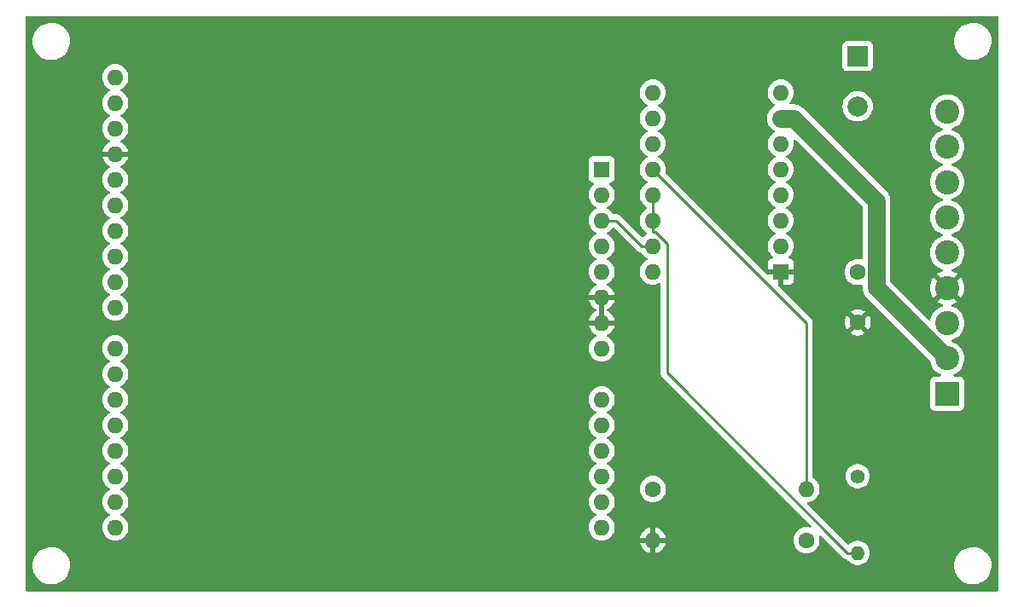
<source format=gbl>
G04 #@! TF.GenerationSoftware,KiCad,Pcbnew,(7.0.0)*
G04 #@! TF.CreationDate,2023-03-04T18:09:34-06:00*
G04 #@! TF.ProjectId,417 Schematic,34313720-5363-4686-956d-617469632e6b,rev?*
G04 #@! TF.SameCoordinates,Original*
G04 #@! TF.FileFunction,Copper,L2,Bot*
G04 #@! TF.FilePolarity,Positive*
%FSLAX46Y46*%
G04 Gerber Fmt 4.6, Leading zero omitted, Abs format (unit mm)*
G04 Created by KiCad (PCBNEW (7.0.0)) date 2023-03-04 18:09:34*
%MOMM*%
%LPD*%
G01*
G04 APERTURE LIST*
G04 #@! TA.AperFunction,ComponentPad*
%ADD10R,1.600000X1.600000*%
G04 #@! TD*
G04 #@! TA.AperFunction,ComponentPad*
%ADD11O,1.600000X1.600000*%
G04 #@! TD*
G04 #@! TA.AperFunction,ComponentPad*
%ADD12C,1.600000*%
G04 #@! TD*
G04 #@! TA.AperFunction,ComponentPad*
%ADD13O,1.400000X1.400000*%
G04 #@! TD*
G04 #@! TA.AperFunction,ComponentPad*
%ADD14C,1.400000*%
G04 #@! TD*
G04 #@! TA.AperFunction,ComponentPad*
%ADD15C,2.400000*%
G04 #@! TD*
G04 #@! TA.AperFunction,ComponentPad*
%ADD16R,2.400000X2.400000*%
G04 #@! TD*
G04 #@! TA.AperFunction,ComponentPad*
%ADD17C,2.000000*%
G04 #@! TD*
G04 #@! TA.AperFunction,ComponentPad*
%ADD18R,2.000000X2.000000*%
G04 #@! TD*
G04 #@! TA.AperFunction,Conductor*
%ADD19C,0.250000*%
G04 #@! TD*
G04 #@! TA.AperFunction,Conductor*
%ADD20C,1.750000*%
G04 #@! TD*
G04 APERTURE END LIST*
D10*
X146049999Y-60959999D03*
D11*
X146049999Y-63499999D03*
X146049999Y-66039999D03*
X146049999Y-68579999D03*
X146049999Y-71119999D03*
X146049999Y-73659999D03*
X146049999Y-76199999D03*
X146049999Y-78739999D03*
X146049999Y-83819999D03*
X146049999Y-86359999D03*
X146049999Y-88899999D03*
X146049999Y-91439999D03*
X146049999Y-93979999D03*
X146049999Y-96519999D03*
X97789999Y-96519999D03*
X97789999Y-93979999D03*
X97789999Y-91439999D03*
X97789999Y-88899999D03*
X97789999Y-86359999D03*
X97789999Y-83819999D03*
X97789999Y-81279999D03*
X97789999Y-78739999D03*
X97789999Y-74679999D03*
X97789999Y-72139999D03*
X97789999Y-69599999D03*
X97789999Y-67059999D03*
X97789999Y-64519999D03*
X97789999Y-61979999D03*
X97789999Y-59439999D03*
X97789999Y-56899999D03*
X97789999Y-54359999D03*
X97789999Y-51819999D03*
X151129999Y-97789999D03*
D12*
X166370000Y-97790000D03*
D11*
X166369999Y-92709999D03*
D12*
X151130000Y-92710000D03*
D13*
X171449999Y-99059999D03*
D14*
X171450000Y-91440000D03*
D10*
X163819999Y-71119999D03*
D11*
X163819999Y-68579999D03*
X163819999Y-66039999D03*
X163819999Y-63499999D03*
X163819999Y-60959999D03*
X163819999Y-58419999D03*
X163819999Y-55879999D03*
X163819999Y-53339999D03*
X151119999Y-53339999D03*
X151119999Y-55879999D03*
X151119999Y-58419999D03*
X151119999Y-60959999D03*
X151119999Y-63499999D03*
X151119999Y-66039999D03*
X151119999Y-68579999D03*
X151119999Y-71119999D03*
D15*
X180340000Y-55230000D03*
X180340000Y-58730000D03*
X180340000Y-62230000D03*
X180340000Y-65730000D03*
X180340000Y-69230000D03*
X180340000Y-72730000D03*
X180340000Y-76230000D03*
X180340000Y-79730000D03*
D16*
X180339999Y-83229999D03*
D17*
X171450000Y-54702300D03*
D18*
X171449999Y-49702299D03*
D12*
X171450000Y-76160000D03*
X171450000Y-71160000D03*
D19*
X166370000Y-76210000D02*
X166370000Y-92710000D01*
X151120000Y-60960000D02*
X166370000Y-76210000D01*
X151120000Y-63500000D02*
X151120000Y-66040000D01*
X151353100Y-67165100D02*
X151120000Y-67165100D01*
X152534800Y-68346800D02*
X151353100Y-67165100D01*
X152534800Y-81169900D02*
X152534800Y-68346800D01*
X170424900Y-99060000D02*
X152534800Y-81169900D01*
X171450000Y-99060000D02*
X170424900Y-99060000D01*
X151120000Y-66040000D02*
X151120000Y-67165100D01*
D20*
X165100000Y-55880000D02*
X163820000Y-55880000D01*
X173325000Y-64105000D02*
X165100000Y-55880000D01*
X173325000Y-72715000D02*
X173325000Y-64105000D01*
X180340000Y-79730000D02*
X173325000Y-72715000D01*
D19*
X147454900Y-66040000D02*
X149994900Y-68580000D01*
X146050000Y-66040000D02*
X147454900Y-66040000D01*
X151120000Y-68580000D02*
X149994900Y-68580000D01*
G04 #@! TA.AperFunction,Conductor*
G36*
X185357500Y-45737113D02*
G01*
X185402887Y-45782500D01*
X185419500Y-45844500D01*
X185419500Y-102745500D01*
X185402887Y-102807500D01*
X185357500Y-102852887D01*
X185295500Y-102869500D01*
X89024500Y-102869500D01*
X88962500Y-102852887D01*
X88917113Y-102807500D01*
X88900500Y-102745500D01*
X88900500Y-100397765D01*
X89585788Y-100397765D01*
X89586282Y-100402262D01*
X89586283Y-100402267D01*
X89614917Y-100662506D01*
X89614918Y-100662513D01*
X89615414Y-100667018D01*
X89616559Y-100671398D01*
X89616561Y-100671408D01*
X89648830Y-100794838D01*
X89683928Y-100929088D01*
X89685693Y-100933242D01*
X89685696Y-100933250D01*
X89788099Y-101174223D01*
X89789870Y-101178390D01*
X89792226Y-101182251D01*
X89792229Y-101182256D01*
X89928618Y-101405737D01*
X89930982Y-101409610D01*
X90104255Y-101617820D01*
X90107630Y-101620844D01*
X90107631Y-101620845D01*
X90212330Y-101714656D01*
X90305998Y-101798582D01*
X90531910Y-101948044D01*
X90777176Y-102063020D01*
X91036569Y-102141060D01*
X91304561Y-102180500D01*
X91505369Y-102180500D01*
X91507631Y-102180500D01*
X91710156Y-102165677D01*
X91974553Y-102106780D01*
X92227558Y-102010014D01*
X92463777Y-101877441D01*
X92678177Y-101711888D01*
X92866186Y-101516881D01*
X93023799Y-101296579D01*
X93147656Y-101055675D01*
X93235118Y-100799305D01*
X93284319Y-100532933D01*
X93289259Y-100397765D01*
X181025788Y-100397765D01*
X181026282Y-100402262D01*
X181026283Y-100402267D01*
X181054917Y-100662506D01*
X181054918Y-100662513D01*
X181055414Y-100667018D01*
X181056559Y-100671398D01*
X181056561Y-100671408D01*
X181088830Y-100794838D01*
X181123928Y-100929088D01*
X181125693Y-100933242D01*
X181125696Y-100933250D01*
X181228099Y-101174223D01*
X181229870Y-101178390D01*
X181232226Y-101182251D01*
X181232229Y-101182256D01*
X181368618Y-101405737D01*
X181370982Y-101409610D01*
X181544255Y-101617820D01*
X181547630Y-101620844D01*
X181547631Y-101620845D01*
X181652330Y-101714656D01*
X181745998Y-101798582D01*
X181971910Y-101948044D01*
X182217176Y-102063020D01*
X182476569Y-102141060D01*
X182744561Y-102180500D01*
X182945369Y-102180500D01*
X182947631Y-102180500D01*
X183150156Y-102165677D01*
X183414553Y-102106780D01*
X183667558Y-102010014D01*
X183903777Y-101877441D01*
X184118177Y-101711888D01*
X184306186Y-101516881D01*
X184463799Y-101296579D01*
X184587656Y-101055675D01*
X184675118Y-100799305D01*
X184724319Y-100532933D01*
X184734212Y-100262235D01*
X184704586Y-99992982D01*
X184636072Y-99730912D01*
X184530130Y-99481610D01*
X184389018Y-99250390D01*
X184215745Y-99042180D01*
X184187351Y-99016739D01*
X184017382Y-98864446D01*
X184017378Y-98864442D01*
X184014002Y-98861418D01*
X183788090Y-98711956D01*
X183783996Y-98710036D01*
X183783991Y-98710034D01*
X183546929Y-98598904D01*
X183546925Y-98598902D01*
X183542824Y-98596980D01*
X183538477Y-98595672D01*
X183538474Y-98595671D01*
X183287772Y-98520246D01*
X183287771Y-98520245D01*
X183283431Y-98518940D01*
X183278957Y-98518281D01*
X183278950Y-98518280D01*
X183019913Y-98480158D01*
X183019907Y-98480157D01*
X183015439Y-98479500D01*
X182812369Y-98479500D01*
X182810120Y-98479664D01*
X182810109Y-98479665D01*
X182614363Y-98493992D01*
X182614359Y-98493992D01*
X182609844Y-98494323D01*
X182605426Y-98495307D01*
X182605420Y-98495308D01*
X182349877Y-98552232D01*
X182349861Y-98552236D01*
X182345447Y-98553220D01*
X182341216Y-98554838D01*
X182341210Y-98554840D01*
X182096673Y-98648367D01*
X182096663Y-98648371D01*
X182092442Y-98649986D01*
X182088494Y-98652201D01*
X182088489Y-98652204D01*
X181860176Y-98780340D01*
X181860171Y-98780343D01*
X181856223Y-98782559D01*
X181852639Y-98785325D01*
X181852635Y-98785329D01*
X181645407Y-98945343D01*
X181645394Y-98945354D01*
X181641823Y-98948112D01*
X181638685Y-98951366D01*
X181638678Y-98951373D01*
X181456958Y-99139857D01*
X181456952Y-99139864D01*
X181453814Y-99143119D01*
X181451189Y-99146787D01*
X181451179Y-99146800D01*
X181298834Y-99359740D01*
X181298830Y-99359745D01*
X181296201Y-99363421D01*
X181294132Y-99367444D01*
X181294129Y-99367450D01*
X181174416Y-99600293D01*
X181174411Y-99600304D01*
X181172344Y-99604325D01*
X181170884Y-99608602D01*
X181170879Y-99608616D01*
X181086348Y-99856395D01*
X181086344Y-99856407D01*
X181084882Y-99860695D01*
X181084057Y-99865159D01*
X181084057Y-99865161D01*
X181036504Y-100122606D01*
X181036502Y-100122619D01*
X181035681Y-100127067D01*
X181035515Y-100131593D01*
X181035515Y-100131599D01*
X181030576Y-100266762D01*
X181025788Y-100397765D01*
X93289259Y-100397765D01*
X93294212Y-100262235D01*
X93264586Y-99992982D01*
X93196072Y-99730912D01*
X93090130Y-99481610D01*
X92949018Y-99250390D01*
X92775745Y-99042180D01*
X92747351Y-99016739D01*
X92577382Y-98864446D01*
X92577378Y-98864442D01*
X92574002Y-98861418D01*
X92348090Y-98711956D01*
X92343996Y-98710036D01*
X92343991Y-98710034D01*
X92106929Y-98598904D01*
X92106925Y-98598902D01*
X92102824Y-98596980D01*
X92098477Y-98595672D01*
X92098474Y-98595671D01*
X91847772Y-98520246D01*
X91847771Y-98520245D01*
X91843431Y-98518940D01*
X91838957Y-98518281D01*
X91838950Y-98518280D01*
X91579913Y-98480158D01*
X91579907Y-98480157D01*
X91575439Y-98479500D01*
X91372369Y-98479500D01*
X91370120Y-98479664D01*
X91370109Y-98479665D01*
X91174363Y-98493992D01*
X91174359Y-98493992D01*
X91169844Y-98494323D01*
X91165426Y-98495307D01*
X91165420Y-98495308D01*
X90909877Y-98552232D01*
X90909861Y-98552236D01*
X90905447Y-98553220D01*
X90901216Y-98554838D01*
X90901210Y-98554840D01*
X90656673Y-98648367D01*
X90656663Y-98648371D01*
X90652442Y-98649986D01*
X90648494Y-98652201D01*
X90648489Y-98652204D01*
X90420176Y-98780340D01*
X90420171Y-98780343D01*
X90416223Y-98782559D01*
X90412639Y-98785325D01*
X90412635Y-98785329D01*
X90205407Y-98945343D01*
X90205394Y-98945354D01*
X90201823Y-98948112D01*
X90198685Y-98951366D01*
X90198678Y-98951373D01*
X90016958Y-99139857D01*
X90016952Y-99139864D01*
X90013814Y-99143119D01*
X90011189Y-99146787D01*
X90011179Y-99146800D01*
X89858834Y-99359740D01*
X89858830Y-99359745D01*
X89856201Y-99363421D01*
X89854132Y-99367444D01*
X89854129Y-99367450D01*
X89734416Y-99600293D01*
X89734411Y-99600304D01*
X89732344Y-99604325D01*
X89730884Y-99608602D01*
X89730879Y-99608616D01*
X89646348Y-99856395D01*
X89646344Y-99856407D01*
X89644882Y-99860695D01*
X89644057Y-99865159D01*
X89644057Y-99865161D01*
X89596504Y-100122606D01*
X89596502Y-100122619D01*
X89595681Y-100127067D01*
X89595515Y-100131593D01*
X89595515Y-100131599D01*
X89590576Y-100266762D01*
X89585788Y-100397765D01*
X88900500Y-100397765D01*
X88900500Y-98042551D01*
X149854452Y-98042551D01*
X149854820Y-98053780D01*
X149902330Y-98231092D01*
X149906022Y-98241234D01*
X149997579Y-98437580D01*
X150002967Y-98446912D01*
X150127232Y-98624381D01*
X150134169Y-98632647D01*
X150287352Y-98785830D01*
X150295618Y-98792767D01*
X150473087Y-98917032D01*
X150482419Y-98922420D01*
X150678765Y-99013977D01*
X150688907Y-99017669D01*
X150866219Y-99065179D01*
X150877448Y-99065547D01*
X150880000Y-99054605D01*
X151380000Y-99054605D01*
X151382551Y-99065547D01*
X151393780Y-99065179D01*
X151571092Y-99017669D01*
X151581234Y-99013977D01*
X151777580Y-98922420D01*
X151786912Y-98917032D01*
X151964381Y-98792767D01*
X151972647Y-98785830D01*
X152125830Y-98632647D01*
X152132767Y-98624381D01*
X152257032Y-98446912D01*
X152262420Y-98437580D01*
X152353977Y-98241234D01*
X152357669Y-98231092D01*
X152405179Y-98053780D01*
X152405547Y-98042551D01*
X152394605Y-98040000D01*
X151396326Y-98040000D01*
X151383450Y-98043450D01*
X151380000Y-98056326D01*
X151380000Y-99054605D01*
X150880000Y-99054605D01*
X150880000Y-98056326D01*
X150876549Y-98043450D01*
X150863674Y-98040000D01*
X149865395Y-98040000D01*
X149854452Y-98042551D01*
X88900500Y-98042551D01*
X88900500Y-96520000D01*
X96484532Y-96520000D01*
X96485004Y-96525395D01*
X96497002Y-96662540D01*
X96504365Y-96746692D01*
X96505762Y-96751907D01*
X96505764Y-96751916D01*
X96561858Y-96961263D01*
X96561861Y-96961271D01*
X96563261Y-96966496D01*
X96659432Y-97172734D01*
X96789953Y-97359139D01*
X96950861Y-97520047D01*
X97137266Y-97650568D01*
X97343504Y-97746739D01*
X97348734Y-97748140D01*
X97348736Y-97748141D01*
X97558083Y-97804235D01*
X97563308Y-97805635D01*
X97790000Y-97825468D01*
X98016692Y-97805635D01*
X98236496Y-97746739D01*
X98442734Y-97650568D01*
X98629139Y-97520047D01*
X98790047Y-97359139D01*
X98920568Y-97172734D01*
X99016739Y-96966496D01*
X99075635Y-96746692D01*
X99095468Y-96520000D01*
X144744532Y-96520000D01*
X144745004Y-96525395D01*
X144757002Y-96662540D01*
X144764365Y-96746692D01*
X144765762Y-96751907D01*
X144765764Y-96751916D01*
X144821858Y-96961263D01*
X144821861Y-96961271D01*
X144823261Y-96966496D01*
X144919432Y-97172734D01*
X145049953Y-97359139D01*
X145210861Y-97520047D01*
X145397266Y-97650568D01*
X145603504Y-97746739D01*
X145608734Y-97748140D01*
X145608736Y-97748141D01*
X145818083Y-97804235D01*
X145823308Y-97805635D01*
X146050000Y-97825468D01*
X146276692Y-97805635D01*
X146496496Y-97746739D01*
X146702734Y-97650568D01*
X146864288Y-97537448D01*
X149854452Y-97537448D01*
X149865395Y-97540000D01*
X150863674Y-97540000D01*
X150876549Y-97536549D01*
X150880000Y-97523674D01*
X151380000Y-97523674D01*
X151383450Y-97536549D01*
X151396326Y-97540000D01*
X152394605Y-97540000D01*
X152405547Y-97537448D01*
X152405179Y-97526219D01*
X152357669Y-97348907D01*
X152353977Y-97338765D01*
X152262420Y-97142419D01*
X152257032Y-97133087D01*
X152132767Y-96955618D01*
X152125830Y-96947352D01*
X151972647Y-96794169D01*
X151964381Y-96787232D01*
X151786912Y-96662967D01*
X151777580Y-96657579D01*
X151581234Y-96566022D01*
X151571092Y-96562330D01*
X151393780Y-96514820D01*
X151382551Y-96514452D01*
X151380000Y-96525395D01*
X151380000Y-97523674D01*
X150880000Y-97523674D01*
X150880000Y-96525395D01*
X150877448Y-96514452D01*
X150866219Y-96514820D01*
X150688907Y-96562330D01*
X150678765Y-96566022D01*
X150482419Y-96657579D01*
X150473087Y-96662967D01*
X150295618Y-96787232D01*
X150287352Y-96794169D01*
X150134169Y-96947352D01*
X150127232Y-96955618D01*
X150002967Y-97133087D01*
X149997579Y-97142419D01*
X149906022Y-97338765D01*
X149902330Y-97348907D01*
X149854820Y-97526219D01*
X149854452Y-97537448D01*
X146864288Y-97537448D01*
X146889139Y-97520047D01*
X147050047Y-97359139D01*
X147180568Y-97172734D01*
X147276739Y-96966496D01*
X147335635Y-96746692D01*
X147355468Y-96520000D01*
X147335635Y-96293308D01*
X147276739Y-96073504D01*
X147180568Y-95867266D01*
X147050047Y-95680861D01*
X146889139Y-95519953D01*
X146702734Y-95389432D01*
X146644724Y-95362381D01*
X146592549Y-95316625D01*
X146573130Y-95250000D01*
X146592549Y-95183375D01*
X146644725Y-95137618D01*
X146702734Y-95110568D01*
X146889139Y-94980047D01*
X147050047Y-94819139D01*
X147180568Y-94632734D01*
X147276739Y-94426496D01*
X147335635Y-94206692D01*
X147355468Y-93980000D01*
X147335635Y-93753308D01*
X147276739Y-93533504D01*
X147180568Y-93327266D01*
X147050047Y-93140861D01*
X146889139Y-92979953D01*
X146702734Y-92849432D01*
X146644724Y-92822381D01*
X146592549Y-92776625D01*
X146573130Y-92710000D01*
X149824532Y-92710000D01*
X149825004Y-92715395D01*
X149837002Y-92852540D01*
X149844365Y-92936692D01*
X149845762Y-92941907D01*
X149845764Y-92941916D01*
X149901858Y-93151263D01*
X149901861Y-93151271D01*
X149903261Y-93156496D01*
X149999432Y-93362734D01*
X150129953Y-93549139D01*
X150290861Y-93710047D01*
X150477266Y-93840568D01*
X150683504Y-93936739D01*
X150688734Y-93938140D01*
X150688736Y-93938141D01*
X150898083Y-93994235D01*
X150903308Y-93995635D01*
X151130000Y-94015468D01*
X151356692Y-93995635D01*
X151576496Y-93936739D01*
X151782734Y-93840568D01*
X151969139Y-93710047D01*
X152130047Y-93549139D01*
X152260568Y-93362734D01*
X152356739Y-93156496D01*
X152415635Y-92936692D01*
X152435468Y-92710000D01*
X152415635Y-92483308D01*
X152356739Y-92263504D01*
X152260568Y-92057266D01*
X152130047Y-91870861D01*
X151969139Y-91709953D01*
X151782734Y-91579432D01*
X151576496Y-91483261D01*
X151571271Y-91481861D01*
X151571263Y-91481858D01*
X151361916Y-91425764D01*
X151361907Y-91425762D01*
X151356692Y-91424365D01*
X151351304Y-91423893D01*
X151351301Y-91423893D01*
X151135395Y-91405004D01*
X151130000Y-91404532D01*
X151124605Y-91405004D01*
X150908698Y-91423893D01*
X150908693Y-91423893D01*
X150903308Y-91424365D01*
X150898094Y-91425762D01*
X150898083Y-91425764D01*
X150688736Y-91481858D01*
X150688724Y-91481862D01*
X150683504Y-91483261D01*
X150678599Y-91485547D01*
X150678594Y-91485550D01*
X150482176Y-91577142D01*
X150482172Y-91577144D01*
X150477266Y-91579432D01*
X150472833Y-91582535D01*
X150472826Y-91582540D01*
X150295296Y-91706847D01*
X150295291Y-91706850D01*
X150290861Y-91709953D01*
X150287037Y-91713776D01*
X150287031Y-91713782D01*
X150133782Y-91867031D01*
X150133776Y-91867037D01*
X150129953Y-91870861D01*
X150126850Y-91875291D01*
X150126847Y-91875296D01*
X150002540Y-92052826D01*
X150002535Y-92052833D01*
X149999432Y-92057266D01*
X149997144Y-92062172D01*
X149997142Y-92062176D01*
X149905550Y-92258594D01*
X149905547Y-92258599D01*
X149903261Y-92263504D01*
X149901862Y-92268724D01*
X149901858Y-92268736D01*
X149845764Y-92478083D01*
X149845762Y-92478094D01*
X149844365Y-92483308D01*
X149843893Y-92488693D01*
X149843893Y-92488698D01*
X149830612Y-92640500D01*
X149824532Y-92710000D01*
X146573130Y-92710000D01*
X146592549Y-92643375D01*
X146644725Y-92597618D01*
X146702734Y-92570568D01*
X146889139Y-92440047D01*
X147050047Y-92279139D01*
X147180568Y-92092734D01*
X147276739Y-91886496D01*
X147335635Y-91666692D01*
X147355468Y-91440000D01*
X147335635Y-91213308D01*
X147276739Y-90993504D01*
X147180568Y-90787266D01*
X147050047Y-90600861D01*
X146889139Y-90439953D01*
X146702734Y-90309432D01*
X146644724Y-90282381D01*
X146592549Y-90236625D01*
X146573130Y-90170000D01*
X146592549Y-90103375D01*
X146644725Y-90057618D01*
X146702734Y-90030568D01*
X146889139Y-89900047D01*
X147050047Y-89739139D01*
X147180568Y-89552734D01*
X147276739Y-89346496D01*
X147335635Y-89126692D01*
X147355468Y-88900000D01*
X147335635Y-88673308D01*
X147276739Y-88453504D01*
X147180568Y-88247266D01*
X147050047Y-88060861D01*
X146889139Y-87899953D01*
X146702734Y-87769432D01*
X146644724Y-87742381D01*
X146592549Y-87696625D01*
X146573130Y-87630000D01*
X146592549Y-87563375D01*
X146644725Y-87517618D01*
X146702734Y-87490568D01*
X146889139Y-87360047D01*
X147050047Y-87199139D01*
X147180568Y-87012734D01*
X147276739Y-86806496D01*
X147335635Y-86586692D01*
X147355468Y-86360000D01*
X147335635Y-86133308D01*
X147276739Y-85913504D01*
X147180568Y-85707266D01*
X147050047Y-85520861D01*
X146889139Y-85359953D01*
X146702734Y-85229432D01*
X146644724Y-85202381D01*
X146592549Y-85156625D01*
X146573130Y-85090000D01*
X146592549Y-85023375D01*
X146644725Y-84977618D01*
X146702734Y-84950568D01*
X146889139Y-84820047D01*
X147050047Y-84659139D01*
X147180568Y-84472734D01*
X147276739Y-84266496D01*
X147335635Y-84046692D01*
X147355468Y-83820000D01*
X147335635Y-83593308D01*
X147276739Y-83373504D01*
X147180568Y-83167266D01*
X147050047Y-82980861D01*
X146889139Y-82819953D01*
X146702734Y-82689432D01*
X146496496Y-82593261D01*
X146491271Y-82591861D01*
X146491263Y-82591858D01*
X146281916Y-82535764D01*
X146281907Y-82535762D01*
X146276692Y-82534365D01*
X146271304Y-82533893D01*
X146271301Y-82533893D01*
X146055395Y-82515004D01*
X146050000Y-82514532D01*
X146044605Y-82515004D01*
X145828698Y-82533893D01*
X145828693Y-82533893D01*
X145823308Y-82534365D01*
X145818094Y-82535762D01*
X145818083Y-82535764D01*
X145608736Y-82591858D01*
X145608724Y-82591862D01*
X145603504Y-82593261D01*
X145598599Y-82595547D01*
X145598594Y-82595550D01*
X145402176Y-82687142D01*
X145402172Y-82687144D01*
X145397266Y-82689432D01*
X145392833Y-82692535D01*
X145392826Y-82692540D01*
X145215296Y-82816847D01*
X145215291Y-82816850D01*
X145210861Y-82819953D01*
X145207037Y-82823776D01*
X145207031Y-82823782D01*
X145053782Y-82977031D01*
X145053776Y-82977037D01*
X145049953Y-82980861D01*
X145046850Y-82985291D01*
X145046847Y-82985296D01*
X144922540Y-83162826D01*
X144922535Y-83162833D01*
X144919432Y-83167266D01*
X144917144Y-83172172D01*
X144917142Y-83172176D01*
X144825550Y-83368594D01*
X144825547Y-83368599D01*
X144823261Y-83373504D01*
X144821862Y-83378724D01*
X144821858Y-83378736D01*
X144765764Y-83588083D01*
X144765762Y-83588094D01*
X144764365Y-83593308D01*
X144744532Y-83820000D01*
X144764365Y-84046692D01*
X144765762Y-84051907D01*
X144765764Y-84051916D01*
X144821858Y-84261263D01*
X144821861Y-84261271D01*
X144823261Y-84266496D01*
X144919432Y-84472734D01*
X144922539Y-84477171D01*
X144922540Y-84477173D01*
X144959367Y-84529768D01*
X145049953Y-84659139D01*
X145210861Y-84820047D01*
X145397266Y-84950568D01*
X145402172Y-84952855D01*
X145402176Y-84952858D01*
X145455274Y-84977618D01*
X145507450Y-85023375D01*
X145526869Y-85090000D01*
X145507450Y-85156625D01*
X145455274Y-85202382D01*
X145402176Y-85227141D01*
X145402163Y-85227148D01*
X145397266Y-85229432D01*
X145392833Y-85232535D01*
X145392826Y-85232540D01*
X145215296Y-85356847D01*
X145215291Y-85356850D01*
X145210861Y-85359953D01*
X145207037Y-85363776D01*
X145207031Y-85363782D01*
X145053782Y-85517031D01*
X145053776Y-85517037D01*
X145049953Y-85520861D01*
X145046850Y-85525291D01*
X145046847Y-85525296D01*
X144922540Y-85702826D01*
X144922535Y-85702833D01*
X144919432Y-85707266D01*
X144917144Y-85712172D01*
X144917142Y-85712176D01*
X144825550Y-85908594D01*
X144825547Y-85908599D01*
X144823261Y-85913504D01*
X144821862Y-85918724D01*
X144821858Y-85918736D01*
X144765764Y-86128083D01*
X144765762Y-86128094D01*
X144764365Y-86133308D01*
X144744532Y-86360000D01*
X144764365Y-86586692D01*
X144765762Y-86591907D01*
X144765764Y-86591916D01*
X144821858Y-86801263D01*
X144821861Y-86801271D01*
X144823261Y-86806496D01*
X144919432Y-87012734D01*
X145049953Y-87199139D01*
X145210861Y-87360047D01*
X145397266Y-87490568D01*
X145402172Y-87492855D01*
X145402176Y-87492858D01*
X145455274Y-87517618D01*
X145507450Y-87563375D01*
X145526869Y-87630000D01*
X145507450Y-87696625D01*
X145455274Y-87742382D01*
X145402176Y-87767141D01*
X145402163Y-87767148D01*
X145397266Y-87769432D01*
X145392833Y-87772535D01*
X145392826Y-87772540D01*
X145215296Y-87896847D01*
X145215291Y-87896850D01*
X145210861Y-87899953D01*
X145207037Y-87903776D01*
X145207031Y-87903782D01*
X145053782Y-88057031D01*
X145053776Y-88057037D01*
X145049953Y-88060861D01*
X145046850Y-88065291D01*
X145046847Y-88065296D01*
X144922540Y-88242826D01*
X144922535Y-88242833D01*
X144919432Y-88247266D01*
X144917144Y-88252172D01*
X144917142Y-88252176D01*
X144825550Y-88448594D01*
X144825547Y-88448599D01*
X144823261Y-88453504D01*
X144821862Y-88458724D01*
X144821858Y-88458736D01*
X144765764Y-88668083D01*
X144765762Y-88668094D01*
X144764365Y-88673308D01*
X144744532Y-88900000D01*
X144764365Y-89126692D01*
X144765762Y-89131907D01*
X144765764Y-89131916D01*
X144821858Y-89341263D01*
X144821861Y-89341271D01*
X144823261Y-89346496D01*
X144919432Y-89552734D01*
X145049953Y-89739139D01*
X145210861Y-89900047D01*
X145397266Y-90030568D01*
X145402172Y-90032855D01*
X145402176Y-90032858D01*
X145455274Y-90057618D01*
X145507450Y-90103375D01*
X145526869Y-90170000D01*
X145507450Y-90236625D01*
X145455274Y-90282382D01*
X145402176Y-90307141D01*
X145402163Y-90307148D01*
X145397266Y-90309432D01*
X145392833Y-90312535D01*
X145392826Y-90312540D01*
X145215296Y-90436847D01*
X145215291Y-90436850D01*
X145210861Y-90439953D01*
X145207037Y-90443776D01*
X145207031Y-90443782D01*
X145053782Y-90597031D01*
X145053776Y-90597037D01*
X145049953Y-90600861D01*
X145046850Y-90605291D01*
X145046847Y-90605296D01*
X144922540Y-90782826D01*
X144922535Y-90782833D01*
X144919432Y-90787266D01*
X144917144Y-90792172D01*
X144917142Y-90792176D01*
X144825550Y-90988594D01*
X144825547Y-90988599D01*
X144823261Y-90993504D01*
X144821862Y-90998724D01*
X144821858Y-90998736D01*
X144765764Y-91208083D01*
X144765762Y-91208094D01*
X144764365Y-91213308D01*
X144763893Y-91218693D01*
X144763893Y-91218698D01*
X144747635Y-91404532D01*
X144744532Y-91440000D01*
X144745004Y-91445395D01*
X144763414Y-91655828D01*
X144764365Y-91666692D01*
X144765762Y-91671907D01*
X144765764Y-91671916D01*
X144821858Y-91881263D01*
X144821861Y-91881271D01*
X144823261Y-91886496D01*
X144919432Y-92092734D01*
X145049953Y-92279139D01*
X145210861Y-92440047D01*
X145397266Y-92570568D01*
X145402172Y-92572855D01*
X145402176Y-92572858D01*
X145455274Y-92597618D01*
X145507450Y-92643375D01*
X145526869Y-92710000D01*
X145507450Y-92776625D01*
X145455274Y-92822382D01*
X145402176Y-92847141D01*
X145402163Y-92847148D01*
X145397266Y-92849432D01*
X145392833Y-92852535D01*
X145392826Y-92852540D01*
X145215296Y-92976847D01*
X145215291Y-92976850D01*
X145210861Y-92979953D01*
X145207037Y-92983776D01*
X145207031Y-92983782D01*
X145053782Y-93137031D01*
X145053776Y-93137037D01*
X145049953Y-93140861D01*
X145046850Y-93145291D01*
X145046847Y-93145296D01*
X144922540Y-93322826D01*
X144922535Y-93322833D01*
X144919432Y-93327266D01*
X144917144Y-93332172D01*
X144917142Y-93332176D01*
X144825550Y-93528594D01*
X144825547Y-93528599D01*
X144823261Y-93533504D01*
X144821862Y-93538724D01*
X144821858Y-93538736D01*
X144765764Y-93748083D01*
X144765762Y-93748094D01*
X144764365Y-93753308D01*
X144763893Y-93758693D01*
X144763893Y-93758698D01*
X144756530Y-93842857D01*
X144744532Y-93980000D01*
X144745004Y-93985395D01*
X144753443Y-94081859D01*
X144764365Y-94206692D01*
X144765762Y-94211907D01*
X144765764Y-94211916D01*
X144821858Y-94421263D01*
X144821861Y-94421271D01*
X144823261Y-94426496D01*
X144919432Y-94632734D01*
X145049953Y-94819139D01*
X145210861Y-94980047D01*
X145397266Y-95110568D01*
X145402172Y-95112855D01*
X145402176Y-95112858D01*
X145455274Y-95137618D01*
X145507450Y-95183375D01*
X145526869Y-95250000D01*
X145507450Y-95316625D01*
X145455274Y-95362382D01*
X145402176Y-95387141D01*
X145402163Y-95387148D01*
X145397266Y-95389432D01*
X145392833Y-95392535D01*
X145392826Y-95392540D01*
X145215296Y-95516847D01*
X145215291Y-95516850D01*
X145210861Y-95519953D01*
X145207037Y-95523776D01*
X145207031Y-95523782D01*
X145053782Y-95677031D01*
X145053776Y-95677037D01*
X145049953Y-95680861D01*
X145046850Y-95685291D01*
X145046847Y-95685296D01*
X144922540Y-95862826D01*
X144922535Y-95862833D01*
X144919432Y-95867266D01*
X144917144Y-95872172D01*
X144917142Y-95872176D01*
X144825550Y-96068594D01*
X144825547Y-96068599D01*
X144823261Y-96073504D01*
X144821862Y-96078724D01*
X144821858Y-96078736D01*
X144765764Y-96288083D01*
X144765762Y-96288094D01*
X144764365Y-96293308D01*
X144763893Y-96298693D01*
X144763893Y-96298698D01*
X144757241Y-96374732D01*
X144744532Y-96520000D01*
X99095468Y-96520000D01*
X99075635Y-96293308D01*
X99016739Y-96073504D01*
X98920568Y-95867266D01*
X98790047Y-95680861D01*
X98629139Y-95519953D01*
X98442734Y-95389432D01*
X98384724Y-95362381D01*
X98332549Y-95316625D01*
X98313130Y-95250000D01*
X98332549Y-95183375D01*
X98384725Y-95137618D01*
X98442734Y-95110568D01*
X98629139Y-94980047D01*
X98790047Y-94819139D01*
X98920568Y-94632734D01*
X99016739Y-94426496D01*
X99075635Y-94206692D01*
X99095468Y-93980000D01*
X99075635Y-93753308D01*
X99016739Y-93533504D01*
X98920568Y-93327266D01*
X98790047Y-93140861D01*
X98629139Y-92979953D01*
X98442734Y-92849432D01*
X98384724Y-92822381D01*
X98332549Y-92776625D01*
X98313130Y-92710000D01*
X98332549Y-92643375D01*
X98384725Y-92597618D01*
X98442734Y-92570568D01*
X98629139Y-92440047D01*
X98790047Y-92279139D01*
X98920568Y-92092734D01*
X99016739Y-91886496D01*
X99075635Y-91666692D01*
X99095468Y-91440000D01*
X99075635Y-91213308D01*
X99016739Y-90993504D01*
X98920568Y-90787266D01*
X98790047Y-90600861D01*
X98629139Y-90439953D01*
X98442734Y-90309432D01*
X98384724Y-90282381D01*
X98332549Y-90236625D01*
X98313130Y-90170000D01*
X98332549Y-90103375D01*
X98384725Y-90057618D01*
X98442734Y-90030568D01*
X98629139Y-89900047D01*
X98790047Y-89739139D01*
X98920568Y-89552734D01*
X99016739Y-89346496D01*
X99075635Y-89126692D01*
X99095468Y-88900000D01*
X99075635Y-88673308D01*
X99016739Y-88453504D01*
X98920568Y-88247266D01*
X98790047Y-88060861D01*
X98629139Y-87899953D01*
X98442734Y-87769432D01*
X98384724Y-87742381D01*
X98332549Y-87696625D01*
X98313130Y-87630000D01*
X98332549Y-87563375D01*
X98384725Y-87517618D01*
X98442734Y-87490568D01*
X98629139Y-87360047D01*
X98790047Y-87199139D01*
X98920568Y-87012734D01*
X99016739Y-86806496D01*
X99075635Y-86586692D01*
X99095468Y-86360000D01*
X99075635Y-86133308D01*
X99016739Y-85913504D01*
X98920568Y-85707266D01*
X98790047Y-85520861D01*
X98629139Y-85359953D01*
X98442734Y-85229432D01*
X98384724Y-85202381D01*
X98332549Y-85156625D01*
X98313130Y-85090000D01*
X98332549Y-85023375D01*
X98384725Y-84977618D01*
X98442734Y-84950568D01*
X98629139Y-84820047D01*
X98790047Y-84659139D01*
X98920568Y-84472734D01*
X99016739Y-84266496D01*
X99075635Y-84046692D01*
X99095468Y-83820000D01*
X99075635Y-83593308D01*
X99016739Y-83373504D01*
X98920568Y-83167266D01*
X98790047Y-82980861D01*
X98629139Y-82819953D01*
X98442734Y-82689432D01*
X98384724Y-82662381D01*
X98332549Y-82616625D01*
X98313130Y-82550000D01*
X98332549Y-82483375D01*
X98384725Y-82437618D01*
X98442734Y-82410568D01*
X98629139Y-82280047D01*
X98790047Y-82119139D01*
X98920568Y-81932734D01*
X99016739Y-81726496D01*
X99075635Y-81506692D01*
X99095468Y-81280000D01*
X99075635Y-81053308D01*
X99016739Y-80833504D01*
X98920568Y-80627266D01*
X98790047Y-80440861D01*
X98629139Y-80279953D01*
X98442734Y-80149432D01*
X98437827Y-80147143D01*
X98437817Y-80147138D01*
X98384724Y-80122380D01*
X98332549Y-80076623D01*
X98313130Y-80009997D01*
X98332550Y-79943372D01*
X98384723Y-79897618D01*
X98442734Y-79870568D01*
X98629139Y-79740047D01*
X98790047Y-79579139D01*
X98920568Y-79392734D01*
X99016739Y-79186496D01*
X99075635Y-78966692D01*
X99095468Y-78740000D01*
X144744532Y-78740000D01*
X144764365Y-78966692D01*
X144765762Y-78971907D01*
X144765764Y-78971916D01*
X144821858Y-79181263D01*
X144821861Y-79181271D01*
X144823261Y-79186496D01*
X144919432Y-79392734D01*
X145049953Y-79579139D01*
X145210861Y-79740047D01*
X145397266Y-79870568D01*
X145603504Y-79966739D01*
X145608734Y-79968140D01*
X145608736Y-79968141D01*
X145668509Y-79984157D01*
X145823308Y-80025635D01*
X146050000Y-80045468D01*
X146276692Y-80025635D01*
X146496496Y-79966739D01*
X146702734Y-79870568D01*
X146889139Y-79740047D01*
X147050047Y-79579139D01*
X147180568Y-79392734D01*
X147276739Y-79186496D01*
X147335635Y-78966692D01*
X147355468Y-78740000D01*
X147335635Y-78513308D01*
X147276739Y-78293504D01*
X147180568Y-78087266D01*
X147050047Y-77900861D01*
X146889139Y-77739953D01*
X146702734Y-77609432D01*
X146697831Y-77607145D01*
X146697823Y-77607141D01*
X146644134Y-77582106D01*
X146591958Y-77536349D01*
X146572539Y-77469723D01*
X146591959Y-77403098D01*
X146644135Y-77357341D01*
X146697585Y-77332417D01*
X146706912Y-77327032D01*
X146884381Y-77202767D01*
X146892647Y-77195830D01*
X147045830Y-77042647D01*
X147052767Y-77034381D01*
X147177032Y-76856912D01*
X147182420Y-76847580D01*
X147273977Y-76651234D01*
X147277669Y-76641092D01*
X147325179Y-76463780D01*
X147325547Y-76452551D01*
X147314605Y-76450000D01*
X144785395Y-76450000D01*
X144774452Y-76452551D01*
X144774820Y-76463780D01*
X144822330Y-76641092D01*
X144826022Y-76651234D01*
X144917579Y-76847580D01*
X144922967Y-76856912D01*
X145047232Y-77034381D01*
X145054169Y-77042647D01*
X145207352Y-77195830D01*
X145215618Y-77202767D01*
X145393087Y-77327032D01*
X145402423Y-77332422D01*
X145455864Y-77357342D01*
X145508040Y-77403098D01*
X145527460Y-77469723D01*
X145508041Y-77536348D01*
X145455865Y-77582106D01*
X145397266Y-77609432D01*
X145392833Y-77612535D01*
X145392826Y-77612540D01*
X145215296Y-77736847D01*
X145215291Y-77736850D01*
X145210861Y-77739953D01*
X145207037Y-77743776D01*
X145207031Y-77743782D01*
X145053782Y-77897031D01*
X145053776Y-77897037D01*
X145049953Y-77900861D01*
X145046850Y-77905291D01*
X145046847Y-77905296D01*
X144922540Y-78082826D01*
X144922535Y-78082833D01*
X144919432Y-78087266D01*
X144917144Y-78092172D01*
X144917142Y-78092176D01*
X144825550Y-78288594D01*
X144825547Y-78288599D01*
X144823261Y-78293504D01*
X144821862Y-78298724D01*
X144821858Y-78298736D01*
X144765764Y-78508083D01*
X144765762Y-78508094D01*
X144764365Y-78513308D01*
X144744532Y-78740000D01*
X99095468Y-78740000D01*
X99075635Y-78513308D01*
X99016739Y-78293504D01*
X98920568Y-78087266D01*
X98790047Y-77900861D01*
X98629139Y-77739953D01*
X98442734Y-77609432D01*
X98349253Y-77565841D01*
X98241405Y-77515550D01*
X98241403Y-77515549D01*
X98236496Y-77513261D01*
X98231271Y-77511861D01*
X98231263Y-77511858D01*
X98021916Y-77455764D01*
X98021907Y-77455762D01*
X98016692Y-77454365D01*
X98011304Y-77453893D01*
X98011301Y-77453893D01*
X97795395Y-77435004D01*
X97790000Y-77434532D01*
X97784605Y-77435004D01*
X97568698Y-77453893D01*
X97568693Y-77453893D01*
X97563308Y-77454365D01*
X97558094Y-77455762D01*
X97558083Y-77455764D01*
X97348736Y-77511858D01*
X97348724Y-77511862D01*
X97343504Y-77513261D01*
X97338599Y-77515547D01*
X97338594Y-77515550D01*
X97142176Y-77607142D01*
X97142172Y-77607144D01*
X97137266Y-77609432D01*
X97132833Y-77612535D01*
X97132826Y-77612540D01*
X96955296Y-77736847D01*
X96955291Y-77736850D01*
X96950861Y-77739953D01*
X96947037Y-77743776D01*
X96947031Y-77743782D01*
X96793782Y-77897031D01*
X96793776Y-77897037D01*
X96789953Y-77900861D01*
X96786850Y-77905291D01*
X96786847Y-77905296D01*
X96662540Y-78082826D01*
X96662535Y-78082833D01*
X96659432Y-78087266D01*
X96657144Y-78092172D01*
X96657142Y-78092176D01*
X96565550Y-78288594D01*
X96565547Y-78288599D01*
X96563261Y-78293504D01*
X96561862Y-78298724D01*
X96561858Y-78298736D01*
X96505764Y-78508083D01*
X96505762Y-78508094D01*
X96504365Y-78513308D01*
X96484532Y-78740000D01*
X96504365Y-78966692D01*
X96505762Y-78971907D01*
X96505764Y-78971916D01*
X96561858Y-79181263D01*
X96561861Y-79181271D01*
X96563261Y-79186496D01*
X96659432Y-79392734D01*
X96789953Y-79579139D01*
X96950861Y-79740047D01*
X97137266Y-79870568D01*
X97195276Y-79897618D01*
X97247449Y-79943373D01*
X97266869Y-80009997D01*
X97247451Y-80076622D01*
X97195276Y-80122380D01*
X97142178Y-80147141D01*
X97142173Y-80147143D01*
X97137266Y-80149432D01*
X97132833Y-80152535D01*
X97132826Y-80152540D01*
X96955296Y-80276847D01*
X96955291Y-80276850D01*
X96950861Y-80279953D01*
X96947037Y-80283776D01*
X96947031Y-80283782D01*
X96793782Y-80437031D01*
X96793776Y-80437037D01*
X96789953Y-80440861D01*
X96786850Y-80445291D01*
X96786847Y-80445296D01*
X96662540Y-80622826D01*
X96662535Y-80622833D01*
X96659432Y-80627266D01*
X96657144Y-80632172D01*
X96657142Y-80632176D01*
X96565550Y-80828594D01*
X96565547Y-80828599D01*
X96563261Y-80833504D01*
X96561862Y-80838724D01*
X96561858Y-80838736D01*
X96505764Y-81048083D01*
X96505762Y-81048094D01*
X96504365Y-81053308D01*
X96503893Y-81058693D01*
X96503893Y-81058698D01*
X96491063Y-81205347D01*
X96484532Y-81280000D01*
X96485004Y-81285395D01*
X96502024Y-81479942D01*
X96504365Y-81506692D01*
X96505762Y-81511907D01*
X96505764Y-81511916D01*
X96561858Y-81721263D01*
X96561861Y-81721271D01*
X96563261Y-81726496D01*
X96659432Y-81932734D01*
X96789953Y-82119139D01*
X96950861Y-82280047D01*
X97137266Y-82410568D01*
X97142172Y-82412855D01*
X97142176Y-82412858D01*
X97195274Y-82437618D01*
X97247450Y-82483375D01*
X97266869Y-82550000D01*
X97247450Y-82616625D01*
X97195274Y-82662382D01*
X97142176Y-82687141D01*
X97142163Y-82687148D01*
X97137266Y-82689432D01*
X97132833Y-82692535D01*
X97132826Y-82692540D01*
X96955296Y-82816847D01*
X96955291Y-82816850D01*
X96950861Y-82819953D01*
X96947037Y-82823776D01*
X96947031Y-82823782D01*
X96793782Y-82977031D01*
X96793776Y-82977037D01*
X96789953Y-82980861D01*
X96786850Y-82985291D01*
X96786847Y-82985296D01*
X96662540Y-83162826D01*
X96662535Y-83162833D01*
X96659432Y-83167266D01*
X96657144Y-83172172D01*
X96657142Y-83172176D01*
X96565550Y-83368594D01*
X96565547Y-83368599D01*
X96563261Y-83373504D01*
X96561862Y-83378724D01*
X96561858Y-83378736D01*
X96505764Y-83588083D01*
X96505762Y-83588094D01*
X96504365Y-83593308D01*
X96484532Y-83820000D01*
X96504365Y-84046692D01*
X96505762Y-84051907D01*
X96505764Y-84051916D01*
X96561858Y-84261263D01*
X96561861Y-84261271D01*
X96563261Y-84266496D01*
X96659432Y-84472734D01*
X96662539Y-84477171D01*
X96662540Y-84477173D01*
X96699367Y-84529768D01*
X96789953Y-84659139D01*
X96950861Y-84820047D01*
X97137266Y-84950568D01*
X97142172Y-84952855D01*
X97142176Y-84952858D01*
X97195274Y-84977618D01*
X97247450Y-85023375D01*
X97266869Y-85090000D01*
X97247450Y-85156625D01*
X97195274Y-85202382D01*
X97142176Y-85227141D01*
X97142163Y-85227148D01*
X97137266Y-85229432D01*
X97132833Y-85232535D01*
X97132826Y-85232540D01*
X96955296Y-85356847D01*
X96955291Y-85356850D01*
X96950861Y-85359953D01*
X96947037Y-85363776D01*
X96947031Y-85363782D01*
X96793782Y-85517031D01*
X96793776Y-85517037D01*
X96789953Y-85520861D01*
X96786850Y-85525291D01*
X96786847Y-85525296D01*
X96662540Y-85702826D01*
X96662535Y-85702833D01*
X96659432Y-85707266D01*
X96657144Y-85712172D01*
X96657142Y-85712176D01*
X96565550Y-85908594D01*
X96565547Y-85908599D01*
X96563261Y-85913504D01*
X96561862Y-85918724D01*
X96561858Y-85918736D01*
X96505764Y-86128083D01*
X96505762Y-86128094D01*
X96504365Y-86133308D01*
X96484532Y-86360000D01*
X96504365Y-86586692D01*
X96505762Y-86591907D01*
X96505764Y-86591916D01*
X96561858Y-86801263D01*
X96561861Y-86801271D01*
X96563261Y-86806496D01*
X96659432Y-87012734D01*
X96789953Y-87199139D01*
X96950861Y-87360047D01*
X97137266Y-87490568D01*
X97142172Y-87492855D01*
X97142176Y-87492858D01*
X97195274Y-87517618D01*
X97247450Y-87563375D01*
X97266869Y-87630000D01*
X97247450Y-87696625D01*
X97195274Y-87742382D01*
X97142176Y-87767141D01*
X97142163Y-87767148D01*
X97137266Y-87769432D01*
X97132833Y-87772535D01*
X97132826Y-87772540D01*
X96955296Y-87896847D01*
X96955291Y-87896850D01*
X96950861Y-87899953D01*
X96947037Y-87903776D01*
X96947031Y-87903782D01*
X96793782Y-88057031D01*
X96793776Y-88057037D01*
X96789953Y-88060861D01*
X96786850Y-88065291D01*
X96786847Y-88065296D01*
X96662540Y-88242826D01*
X96662535Y-88242833D01*
X96659432Y-88247266D01*
X96657144Y-88252172D01*
X96657142Y-88252176D01*
X96565550Y-88448594D01*
X96565547Y-88448599D01*
X96563261Y-88453504D01*
X96561862Y-88458724D01*
X96561858Y-88458736D01*
X96505764Y-88668083D01*
X96505762Y-88668094D01*
X96504365Y-88673308D01*
X96484532Y-88900000D01*
X96504365Y-89126692D01*
X96505762Y-89131907D01*
X96505764Y-89131916D01*
X96561858Y-89341263D01*
X96561861Y-89341271D01*
X96563261Y-89346496D01*
X96659432Y-89552734D01*
X96789953Y-89739139D01*
X96950861Y-89900047D01*
X97137266Y-90030568D01*
X97142172Y-90032855D01*
X97142176Y-90032858D01*
X97195274Y-90057618D01*
X97247450Y-90103375D01*
X97266869Y-90170000D01*
X97247450Y-90236625D01*
X97195274Y-90282382D01*
X97142176Y-90307141D01*
X97142163Y-90307148D01*
X97137266Y-90309432D01*
X97132833Y-90312535D01*
X97132826Y-90312540D01*
X96955296Y-90436847D01*
X96955291Y-90436850D01*
X96950861Y-90439953D01*
X96947037Y-90443776D01*
X96947031Y-90443782D01*
X96793782Y-90597031D01*
X96793776Y-90597037D01*
X96789953Y-90600861D01*
X96786850Y-90605291D01*
X96786847Y-90605296D01*
X96662540Y-90782826D01*
X96662535Y-90782833D01*
X96659432Y-90787266D01*
X96657144Y-90792172D01*
X96657142Y-90792176D01*
X96565550Y-90988594D01*
X96565547Y-90988599D01*
X96563261Y-90993504D01*
X96561862Y-90998724D01*
X96561858Y-90998736D01*
X96505764Y-91208083D01*
X96505762Y-91208094D01*
X96504365Y-91213308D01*
X96503893Y-91218693D01*
X96503893Y-91218698D01*
X96487635Y-91404532D01*
X96484532Y-91440000D01*
X96485004Y-91445395D01*
X96503414Y-91655828D01*
X96504365Y-91666692D01*
X96505762Y-91671907D01*
X96505764Y-91671916D01*
X96561858Y-91881263D01*
X96561861Y-91881271D01*
X96563261Y-91886496D01*
X96659432Y-92092734D01*
X96789953Y-92279139D01*
X96950861Y-92440047D01*
X97137266Y-92570568D01*
X97142172Y-92572855D01*
X97142176Y-92572858D01*
X97195274Y-92597618D01*
X97247450Y-92643375D01*
X97266869Y-92710000D01*
X97247450Y-92776625D01*
X97195274Y-92822382D01*
X97142176Y-92847141D01*
X97142163Y-92847148D01*
X97137266Y-92849432D01*
X97132833Y-92852535D01*
X97132826Y-92852540D01*
X96955296Y-92976847D01*
X96955291Y-92976850D01*
X96950861Y-92979953D01*
X96947037Y-92983776D01*
X96947031Y-92983782D01*
X96793782Y-93137031D01*
X96793776Y-93137037D01*
X96789953Y-93140861D01*
X96786850Y-93145291D01*
X96786847Y-93145296D01*
X96662540Y-93322826D01*
X96662535Y-93322833D01*
X96659432Y-93327266D01*
X96657144Y-93332172D01*
X96657142Y-93332176D01*
X96565550Y-93528594D01*
X96565547Y-93528599D01*
X96563261Y-93533504D01*
X96561862Y-93538724D01*
X96561858Y-93538736D01*
X96505764Y-93748083D01*
X96505762Y-93748094D01*
X96504365Y-93753308D01*
X96503893Y-93758693D01*
X96503893Y-93758698D01*
X96496530Y-93842857D01*
X96484532Y-93980000D01*
X96485004Y-93985395D01*
X96493443Y-94081859D01*
X96504365Y-94206692D01*
X96505762Y-94211907D01*
X96505764Y-94211916D01*
X96561858Y-94421263D01*
X96561861Y-94421271D01*
X96563261Y-94426496D01*
X96659432Y-94632734D01*
X96789953Y-94819139D01*
X96950861Y-94980047D01*
X97137266Y-95110568D01*
X97142172Y-95112855D01*
X97142176Y-95112858D01*
X97195274Y-95137618D01*
X97247450Y-95183375D01*
X97266869Y-95250000D01*
X97247450Y-95316625D01*
X97195274Y-95362382D01*
X97142176Y-95387141D01*
X97142163Y-95387148D01*
X97137266Y-95389432D01*
X97132833Y-95392535D01*
X97132826Y-95392540D01*
X96955296Y-95516847D01*
X96955291Y-95516850D01*
X96950861Y-95519953D01*
X96947037Y-95523776D01*
X96947031Y-95523782D01*
X96793782Y-95677031D01*
X96793776Y-95677037D01*
X96789953Y-95680861D01*
X96786850Y-95685291D01*
X96786847Y-95685296D01*
X96662540Y-95862826D01*
X96662535Y-95862833D01*
X96659432Y-95867266D01*
X96657144Y-95872172D01*
X96657142Y-95872176D01*
X96565550Y-96068594D01*
X96565547Y-96068599D01*
X96563261Y-96073504D01*
X96561862Y-96078724D01*
X96561858Y-96078736D01*
X96505764Y-96288083D01*
X96505762Y-96288094D01*
X96504365Y-96293308D01*
X96503893Y-96298693D01*
X96503893Y-96298698D01*
X96497241Y-96374732D01*
X96484532Y-96520000D01*
X88900500Y-96520000D01*
X88900500Y-74680000D01*
X96484532Y-74680000D01*
X96485004Y-74685395D01*
X96503772Y-74899920D01*
X96504365Y-74906692D01*
X96505762Y-74911907D01*
X96505764Y-74911916D01*
X96561858Y-75121263D01*
X96561861Y-75121271D01*
X96563261Y-75126496D01*
X96659432Y-75332734D01*
X96662539Y-75337171D01*
X96662540Y-75337173D01*
X96682457Y-75365618D01*
X96789953Y-75519139D01*
X96950861Y-75680047D01*
X97137266Y-75810568D01*
X97343504Y-75906739D01*
X97348734Y-75908140D01*
X97348736Y-75908141D01*
X97502979Y-75949470D01*
X97563308Y-75965635D01*
X97790000Y-75985468D01*
X98016692Y-75965635D01*
X98084567Y-75947448D01*
X144774452Y-75947448D01*
X144785395Y-75950000D01*
X145783674Y-75950000D01*
X145796549Y-75946549D01*
X145800000Y-75933674D01*
X146300000Y-75933674D01*
X146303450Y-75946549D01*
X146316326Y-75950000D01*
X147314605Y-75950000D01*
X147325547Y-75947448D01*
X147325179Y-75936219D01*
X147277669Y-75758907D01*
X147273977Y-75748765D01*
X147182420Y-75552419D01*
X147177032Y-75543087D01*
X147052767Y-75365618D01*
X147045830Y-75357352D01*
X146892647Y-75204169D01*
X146884381Y-75197232D01*
X146706912Y-75072967D01*
X146697576Y-75067577D01*
X146643544Y-75042382D01*
X146591368Y-74996625D01*
X146571948Y-74930000D01*
X146591368Y-74863375D01*
X146643544Y-74817618D01*
X146697576Y-74792422D01*
X146706912Y-74787032D01*
X146884381Y-74662767D01*
X146892647Y-74655830D01*
X147045830Y-74502647D01*
X147052767Y-74494381D01*
X147177032Y-74316912D01*
X147182420Y-74307580D01*
X147273977Y-74111234D01*
X147277669Y-74101092D01*
X147325179Y-73923780D01*
X147325547Y-73912551D01*
X147314605Y-73910000D01*
X146316326Y-73910000D01*
X146303450Y-73913450D01*
X146300000Y-73926326D01*
X146300000Y-75933674D01*
X145800000Y-75933674D01*
X145800000Y-73926326D01*
X145796549Y-73913450D01*
X145783674Y-73910000D01*
X144785395Y-73910000D01*
X144774452Y-73912551D01*
X144774820Y-73923780D01*
X144822330Y-74101092D01*
X144826022Y-74111234D01*
X144917579Y-74307580D01*
X144922967Y-74316912D01*
X145047232Y-74494381D01*
X145054169Y-74502647D01*
X145207352Y-74655830D01*
X145215618Y-74662767D01*
X145393087Y-74787032D01*
X145402419Y-74792420D01*
X145456456Y-74817618D01*
X145508632Y-74863375D01*
X145528051Y-74930000D01*
X145508632Y-74996625D01*
X145456456Y-75042382D01*
X145402419Y-75067579D01*
X145393087Y-75072967D01*
X145215618Y-75197232D01*
X145207352Y-75204169D01*
X145054169Y-75357352D01*
X145047232Y-75365618D01*
X144922967Y-75543087D01*
X144917579Y-75552419D01*
X144826022Y-75748765D01*
X144822330Y-75758907D01*
X144774820Y-75936219D01*
X144774452Y-75947448D01*
X98084567Y-75947448D01*
X98236496Y-75906739D01*
X98442734Y-75810568D01*
X98629139Y-75680047D01*
X98790047Y-75519139D01*
X98920568Y-75332734D01*
X99016739Y-75126496D01*
X99075635Y-74906692D01*
X99095468Y-74680000D01*
X99075635Y-74453308D01*
X99059756Y-74394046D01*
X99018141Y-74238736D01*
X99018140Y-74238734D01*
X99016739Y-74233504D01*
X98920568Y-74027266D01*
X98790047Y-73840861D01*
X98629139Y-73679953D01*
X98495206Y-73586173D01*
X98447173Y-73552540D01*
X98447171Y-73552539D01*
X98442734Y-73549432D01*
X98384724Y-73522381D01*
X98332549Y-73476625D01*
X98313130Y-73410000D01*
X98332549Y-73343375D01*
X98384725Y-73297618D01*
X98390616Y-73294871D01*
X98442734Y-73270568D01*
X98629139Y-73140047D01*
X98790047Y-72979139D01*
X98920568Y-72792734D01*
X99016739Y-72586496D01*
X99075635Y-72366692D01*
X99095468Y-72140000D01*
X99075635Y-71913308D01*
X99016739Y-71693504D01*
X98920568Y-71487266D01*
X98790047Y-71300861D01*
X98629139Y-71139953D01*
X98600643Y-71120000D01*
X144744532Y-71120000D01*
X144745004Y-71125395D01*
X144756046Y-71251613D01*
X144764365Y-71346692D01*
X144765762Y-71351907D01*
X144765764Y-71351916D01*
X144821858Y-71561263D01*
X144821861Y-71561271D01*
X144823261Y-71566496D01*
X144825549Y-71571403D01*
X144825550Y-71571405D01*
X144880197Y-71688594D01*
X144919432Y-71772734D01*
X145049953Y-71959139D01*
X145210861Y-72120047D01*
X145397266Y-72250568D01*
X145402175Y-72252857D01*
X145402180Y-72252860D01*
X145455864Y-72277893D01*
X145508040Y-72323649D01*
X145527460Y-72390274D01*
X145508041Y-72456899D01*
X145455866Y-72502657D01*
X145402416Y-72527581D01*
X145393087Y-72532967D01*
X145215618Y-72657232D01*
X145207352Y-72664169D01*
X145054169Y-72817352D01*
X145047232Y-72825618D01*
X144922967Y-73003087D01*
X144917579Y-73012419D01*
X144826022Y-73208765D01*
X144822330Y-73218907D01*
X144774820Y-73396219D01*
X144774452Y-73407448D01*
X144785395Y-73410000D01*
X147314605Y-73410000D01*
X147325547Y-73407448D01*
X147325179Y-73396219D01*
X147277669Y-73218907D01*
X147273977Y-73208765D01*
X147182420Y-73012419D01*
X147177032Y-73003087D01*
X147052767Y-72825618D01*
X147045830Y-72817352D01*
X146892647Y-72664169D01*
X146884381Y-72657232D01*
X146706912Y-72532967D01*
X146697579Y-72527579D01*
X146644134Y-72502657D01*
X146591958Y-72456899D01*
X146572539Y-72390274D01*
X146591959Y-72323649D01*
X146644131Y-72277894D01*
X146702734Y-72250568D01*
X146889139Y-72120047D01*
X147050047Y-71959139D01*
X147180568Y-71772734D01*
X147276739Y-71566496D01*
X147335635Y-71346692D01*
X147355468Y-71120000D01*
X147335635Y-70893308D01*
X147276739Y-70673504D01*
X147180568Y-70467266D01*
X147050047Y-70280861D01*
X146889139Y-70119953D01*
X146818955Y-70070810D01*
X146707173Y-69992540D01*
X146707171Y-69992539D01*
X146702734Y-69989432D01*
X146644724Y-69962381D01*
X146592549Y-69916625D01*
X146573130Y-69850000D01*
X146592549Y-69783375D01*
X146644725Y-69737618D01*
X146702734Y-69710568D01*
X146889139Y-69580047D01*
X147050047Y-69419139D01*
X147180568Y-69232734D01*
X147276739Y-69026496D01*
X147335635Y-68806692D01*
X147355468Y-68580000D01*
X147335635Y-68353308D01*
X147320726Y-68297666D01*
X147278141Y-68138736D01*
X147278140Y-68138734D01*
X147276739Y-68133504D01*
X147180568Y-67927266D01*
X147050047Y-67740861D01*
X146889139Y-67579953D01*
X146817084Y-67529500D01*
X146707173Y-67452540D01*
X146707171Y-67452539D01*
X146702734Y-67449432D01*
X146644724Y-67422381D01*
X146592549Y-67376625D01*
X146573130Y-67310000D01*
X146592549Y-67243375D01*
X146644725Y-67197618D01*
X146702734Y-67170568D01*
X146889139Y-67040047D01*
X147050047Y-66879139D01*
X147113302Y-66788799D01*
X147152873Y-66752540D01*
X147204066Y-66736398D01*
X147257284Y-66743404D01*
X147302555Y-66772245D01*
X149497607Y-68967298D01*
X149505059Y-68975487D01*
X149509114Y-68981877D01*
X149556628Y-69026496D01*
X149558123Y-69027900D01*
X149560920Y-69030611D01*
X149580429Y-69050120D01*
X149583609Y-69052587D01*
X149592471Y-69060155D01*
X149605920Y-69072785D01*
X149618632Y-69084723D01*
X149618634Y-69084724D01*
X149624318Y-69090062D01*
X149631151Y-69093818D01*
X149631152Y-69093819D01*
X149641873Y-69099713D01*
X149658134Y-69110394D01*
X149673964Y-69122673D01*
X149714055Y-69140021D01*
X149724535Y-69145155D01*
X149762808Y-69166197D01*
X149782216Y-69171180D01*
X149800619Y-69177481D01*
X149811844Y-69182339D01*
X149811846Y-69182339D01*
X149819004Y-69185437D01*
X149862158Y-69192271D01*
X149873544Y-69194629D01*
X149915881Y-69205500D01*
X149921578Y-69205500D01*
X149968885Y-69221927D01*
X150006409Y-69256980D01*
X150119953Y-69419139D01*
X150280861Y-69580047D01*
X150467266Y-69710568D01*
X150525276Y-69737618D01*
X150577449Y-69783373D01*
X150596869Y-69849997D01*
X150577451Y-69916622D01*
X150525276Y-69962380D01*
X150472178Y-69987141D01*
X150472173Y-69987143D01*
X150467266Y-69989432D01*
X150462833Y-69992535D01*
X150462826Y-69992540D01*
X150285296Y-70116847D01*
X150285291Y-70116850D01*
X150280861Y-70119953D01*
X150277037Y-70123776D01*
X150277031Y-70123782D01*
X150123782Y-70277031D01*
X150123776Y-70277037D01*
X150119953Y-70280861D01*
X150116850Y-70285291D01*
X150116847Y-70285296D01*
X149992540Y-70462826D01*
X149992535Y-70462833D01*
X149989432Y-70467266D01*
X149987144Y-70472172D01*
X149987142Y-70472176D01*
X149895550Y-70668594D01*
X149895547Y-70668599D01*
X149893261Y-70673504D01*
X149891862Y-70678724D01*
X149891858Y-70678736D01*
X149835764Y-70888083D01*
X149835762Y-70888094D01*
X149834365Y-70893308D01*
X149833893Y-70898693D01*
X149833893Y-70898698D01*
X149816391Y-71098752D01*
X149814532Y-71120000D01*
X149815004Y-71125395D01*
X149826046Y-71251613D01*
X149834365Y-71346692D01*
X149835762Y-71351907D01*
X149835764Y-71351916D01*
X149891858Y-71561263D01*
X149891861Y-71561271D01*
X149893261Y-71566496D01*
X149895549Y-71571403D01*
X149895550Y-71571405D01*
X149950197Y-71688594D01*
X149989432Y-71772734D01*
X150119953Y-71959139D01*
X150280861Y-72120047D01*
X150467266Y-72250568D01*
X150673504Y-72346739D01*
X150678734Y-72348140D01*
X150678736Y-72348141D01*
X150767466Y-72371916D01*
X150893308Y-72405635D01*
X151120000Y-72425468D01*
X151346692Y-72405635D01*
X151566496Y-72346739D01*
X151732896Y-72269144D01*
X151793410Y-72257792D01*
X151851925Y-72276946D01*
X151894014Y-72321884D01*
X151909300Y-72381527D01*
X151909300Y-81092125D01*
X151908778Y-81103180D01*
X151907127Y-81110567D01*
X151907371Y-81118353D01*
X151907371Y-81118361D01*
X151909239Y-81177773D01*
X151909300Y-81181668D01*
X151909300Y-81209250D01*
X151909788Y-81213119D01*
X151909789Y-81213125D01*
X151909804Y-81213243D01*
X151910718Y-81224866D01*
X151911845Y-81260730D01*
X151911846Y-81260737D01*
X151912091Y-81268527D01*
X151914267Y-81276019D01*
X151914268Y-81276021D01*
X151917679Y-81287762D01*
X151921625Y-81306815D01*
X151924136Y-81326692D01*
X151927006Y-81333942D01*
X151927008Y-81333948D01*
X151940214Y-81367304D01*
X151943997Y-81378351D01*
X151956182Y-81420290D01*
X151960153Y-81427005D01*
X151960154Y-81427007D01*
X151966381Y-81437537D01*
X151974936Y-81454999D01*
X151979442Y-81466380D01*
X151979443Y-81466383D01*
X151982314Y-81473632D01*
X152002417Y-81501301D01*
X152007981Y-81508960D01*
X152014393Y-81518722D01*
X152032656Y-81549602D01*
X152032659Y-81549607D01*
X152036630Y-81556320D01*
X152042145Y-81561835D01*
X152050790Y-81570480D01*
X152063426Y-81585274D01*
X152070619Y-81595175D01*
X152070623Y-81595179D01*
X152075206Y-81601487D01*
X152081215Y-81606458D01*
X152081216Y-81606459D01*
X152108858Y-81629326D01*
X152117499Y-81637189D01*
X166799454Y-96319145D01*
X166831548Y-96374732D01*
X166831548Y-96438919D01*
X166799455Y-96494507D01*
X166743867Y-96526601D01*
X166679680Y-96526601D01*
X166601917Y-96505765D01*
X166601916Y-96505764D01*
X166596692Y-96504365D01*
X166591304Y-96503893D01*
X166591301Y-96503893D01*
X166375395Y-96485004D01*
X166370000Y-96484532D01*
X166364605Y-96485004D01*
X166148698Y-96503893D01*
X166148693Y-96503893D01*
X166143308Y-96504365D01*
X166138094Y-96505762D01*
X166138083Y-96505764D01*
X165928736Y-96561858D01*
X165928724Y-96561862D01*
X165923504Y-96563261D01*
X165918599Y-96565547D01*
X165918594Y-96565550D01*
X165722176Y-96657142D01*
X165722172Y-96657144D01*
X165717266Y-96659432D01*
X165712833Y-96662535D01*
X165712826Y-96662540D01*
X165535296Y-96786847D01*
X165535291Y-96786850D01*
X165530861Y-96789953D01*
X165527037Y-96793776D01*
X165527031Y-96793782D01*
X165373782Y-96947031D01*
X165373776Y-96947037D01*
X165369953Y-96950861D01*
X165366850Y-96955291D01*
X165366847Y-96955296D01*
X165242540Y-97132826D01*
X165242535Y-97132833D01*
X165239432Y-97137266D01*
X165237144Y-97142172D01*
X165237142Y-97142176D01*
X165145550Y-97338594D01*
X165145547Y-97338599D01*
X165143261Y-97343504D01*
X165141862Y-97348724D01*
X165141858Y-97348736D01*
X165085764Y-97558083D01*
X165085762Y-97558094D01*
X165084365Y-97563308D01*
X165083893Y-97568693D01*
X165083893Y-97568698D01*
X165076530Y-97652857D01*
X165064532Y-97790000D01*
X165065004Y-97795395D01*
X165081484Y-97983771D01*
X165084365Y-98016692D01*
X165085762Y-98021907D01*
X165085764Y-98021916D01*
X165141858Y-98231263D01*
X165141861Y-98231271D01*
X165143261Y-98236496D01*
X165239432Y-98442734D01*
X165242539Y-98447171D01*
X165242540Y-98447173D01*
X165293706Y-98520246D01*
X165369953Y-98629139D01*
X165530861Y-98790047D01*
X165717266Y-98920568D01*
X165923504Y-99016739D01*
X165928734Y-99018140D01*
X165928736Y-99018141D01*
X166084957Y-99060000D01*
X166143308Y-99075635D01*
X166370000Y-99095468D01*
X166596692Y-99075635D01*
X166816496Y-99016739D01*
X167022734Y-98920568D01*
X167209139Y-98790047D01*
X167370047Y-98629139D01*
X167500568Y-98442734D01*
X167596739Y-98236496D01*
X167655635Y-98016692D01*
X167675468Y-97790000D01*
X167655635Y-97563308D01*
X167633398Y-97480318D01*
X167633398Y-97416133D01*
X167665492Y-97360545D01*
X167721079Y-97328451D01*
X167785267Y-97328451D01*
X167840854Y-97360545D01*
X169927607Y-99447298D01*
X169935059Y-99455487D01*
X169939114Y-99461877D01*
X169980411Y-99500658D01*
X169988123Y-99507900D01*
X169990920Y-99510611D01*
X170010429Y-99530120D01*
X170013609Y-99532587D01*
X170022471Y-99540155D01*
X170035920Y-99552785D01*
X170048632Y-99564723D01*
X170048634Y-99564724D01*
X170054318Y-99570062D01*
X170061151Y-99573818D01*
X170061152Y-99573819D01*
X170071873Y-99579713D01*
X170088134Y-99590394D01*
X170103964Y-99602673D01*
X170144054Y-99620021D01*
X170154531Y-99625154D01*
X170192808Y-99646197D01*
X170209857Y-99650574D01*
X170212205Y-99651177D01*
X170230619Y-99657481D01*
X170249004Y-99665438D01*
X170292165Y-99672273D01*
X170303564Y-99674634D01*
X170345881Y-99685500D01*
X170356258Y-99685500D01*
X170359247Y-99686203D01*
X170361423Y-99686478D01*
X170361393Y-99686707D01*
X170411530Y-99698500D01*
X170455212Y-99734773D01*
X170555561Y-99867658D01*
X170555566Y-99867663D01*
X170559019Y-99872236D01*
X170563255Y-99876097D01*
X170563259Y-99876102D01*
X170675603Y-99978517D01*
X170723438Y-100022124D01*
X170912599Y-100139247D01*
X171120060Y-100219618D01*
X171338757Y-100260500D01*
X171555514Y-100260500D01*
X171561243Y-100260500D01*
X171779940Y-100219618D01*
X171987401Y-100139247D01*
X172176562Y-100022124D01*
X172340981Y-99872236D01*
X172475058Y-99694689D01*
X172574229Y-99495528D01*
X172635115Y-99281536D01*
X172655643Y-99060000D01*
X172635115Y-98838464D01*
X172574229Y-98624472D01*
X172475058Y-98425311D01*
X172471605Y-98420738D01*
X172344438Y-98252341D01*
X172344434Y-98252337D01*
X172340981Y-98247764D01*
X172336744Y-98243901D01*
X172336740Y-98243897D01*
X172180796Y-98101736D01*
X172180797Y-98101736D01*
X172176562Y-98097876D01*
X172171692Y-98094861D01*
X172171690Y-98094859D01*
X171992275Y-97983771D01*
X171992276Y-97983771D01*
X171987401Y-97980753D01*
X171779940Y-97900382D01*
X171774302Y-97899328D01*
X171566872Y-97860552D01*
X171566869Y-97860551D01*
X171561243Y-97859500D01*
X171338757Y-97859500D01*
X171333131Y-97860551D01*
X171333127Y-97860552D01*
X171125697Y-97899328D01*
X171125694Y-97899328D01*
X171120060Y-97900382D01*
X171114717Y-97902451D01*
X171114713Y-97902453D01*
X170917941Y-97978683D01*
X170917936Y-97978685D01*
X170912599Y-97980753D01*
X170907727Y-97983769D01*
X170907724Y-97983771D01*
X170728309Y-98094859D01*
X170728301Y-98094864D01*
X170723438Y-98097876D01*
X170719210Y-98101729D01*
X170719209Y-98101731D01*
X170614206Y-98197454D01*
X170559057Y-98226522D01*
X170496734Y-98225082D01*
X170442987Y-98193497D01*
X166461442Y-94211951D01*
X166428062Y-94151108D01*
X166432601Y-94081859D01*
X166473637Y-94025894D01*
X166538315Y-94000742D01*
X166596692Y-93995635D01*
X166816496Y-93936739D01*
X167022734Y-93840568D01*
X167209139Y-93710047D01*
X167370047Y-93549139D01*
X167500568Y-93362734D01*
X167596739Y-93156496D01*
X167655635Y-92936692D01*
X167675468Y-92710000D01*
X167655635Y-92483308D01*
X167596739Y-92263504D01*
X167500568Y-92057266D01*
X167370047Y-91870861D01*
X167209139Y-91709953D01*
X167048377Y-91597387D01*
X167009511Y-91553069D01*
X166995500Y-91495812D01*
X166995500Y-91440000D01*
X170244357Y-91440000D01*
X170264885Y-91661536D01*
X170266454Y-91667050D01*
X170324201Y-91870013D01*
X170324204Y-91870021D01*
X170325771Y-91875528D01*
X170328323Y-91880653D01*
X170328325Y-91880658D01*
X170422387Y-92069559D01*
X170422389Y-92069563D01*
X170424942Y-92074689D01*
X170428391Y-92079256D01*
X170428394Y-92079261D01*
X170555561Y-92247658D01*
X170555566Y-92247663D01*
X170559019Y-92252236D01*
X170563255Y-92256097D01*
X170563259Y-92256102D01*
X170588530Y-92279139D01*
X170723438Y-92402124D01*
X170912599Y-92519247D01*
X171120060Y-92599618D01*
X171338757Y-92640500D01*
X171555514Y-92640500D01*
X171561243Y-92640500D01*
X171779940Y-92599618D01*
X171987401Y-92519247D01*
X172176562Y-92402124D01*
X172340981Y-92252236D01*
X172475058Y-92074689D01*
X172574229Y-91875528D01*
X172635115Y-91661536D01*
X172655643Y-91440000D01*
X172635115Y-91218464D01*
X172574229Y-91004472D01*
X172475058Y-90805311D01*
X172461431Y-90787266D01*
X172344438Y-90632341D01*
X172344434Y-90632337D01*
X172340981Y-90627764D01*
X172336744Y-90623901D01*
X172336740Y-90623897D01*
X172180796Y-90481736D01*
X172180797Y-90481736D01*
X172176562Y-90477876D01*
X172171692Y-90474861D01*
X172171690Y-90474859D01*
X171992275Y-90363771D01*
X171992276Y-90363771D01*
X171987401Y-90360753D01*
X171849015Y-90307142D01*
X171785286Y-90282453D01*
X171785285Y-90282452D01*
X171779940Y-90280382D01*
X171774302Y-90279328D01*
X171566872Y-90240552D01*
X171566869Y-90240551D01*
X171561243Y-90239500D01*
X171338757Y-90239500D01*
X171333131Y-90240551D01*
X171333127Y-90240552D01*
X171125697Y-90279328D01*
X171125694Y-90279328D01*
X171120060Y-90280382D01*
X171114717Y-90282451D01*
X171114713Y-90282453D01*
X170917941Y-90358683D01*
X170917936Y-90358685D01*
X170912599Y-90360753D01*
X170907727Y-90363769D01*
X170907724Y-90363771D01*
X170728309Y-90474859D01*
X170728301Y-90474864D01*
X170723438Y-90477876D01*
X170719207Y-90481732D01*
X170719203Y-90481736D01*
X170563259Y-90623897D01*
X170563249Y-90623907D01*
X170559019Y-90627764D01*
X170555570Y-90632330D01*
X170555561Y-90632341D01*
X170428394Y-90800738D01*
X170428387Y-90800748D01*
X170424942Y-90805311D01*
X170422392Y-90810431D01*
X170422387Y-90810440D01*
X170328325Y-90999341D01*
X170328321Y-90999349D01*
X170325771Y-91004472D01*
X170324205Y-91009975D01*
X170324201Y-91009986D01*
X170266454Y-91212949D01*
X170264885Y-91218464D01*
X170264356Y-91224169D01*
X170264356Y-91224171D01*
X170245806Y-91424365D01*
X170244357Y-91440000D01*
X166995500Y-91440000D01*
X166995500Y-77238703D01*
X170728217Y-77238703D01*
X170735650Y-77246814D01*
X170793077Y-77287025D01*
X170802427Y-77292423D01*
X170998768Y-77383979D01*
X171008902Y-77387667D01*
X171218162Y-77443739D01*
X171228793Y-77445613D01*
X171444605Y-77464494D01*
X171455395Y-77464494D01*
X171671206Y-77445613D01*
X171681837Y-77443739D01*
X171891097Y-77387667D01*
X171901231Y-77383979D01*
X172097575Y-77292422D01*
X172106920Y-77287026D01*
X172164348Y-77246814D01*
X172171780Y-77238703D01*
X172165867Y-77229421D01*
X171461542Y-76525095D01*
X171450000Y-76518431D01*
X171438457Y-76525095D01*
X170734128Y-77229424D01*
X170728217Y-77238703D01*
X166995500Y-77238703D01*
X166995500Y-76287775D01*
X166996021Y-76276719D01*
X166997673Y-76269333D01*
X166995561Y-76202127D01*
X166995500Y-76198232D01*
X166995500Y-76174541D01*
X166995500Y-76170650D01*
X166994998Y-76166677D01*
X166994897Y-76165395D01*
X170145506Y-76165395D01*
X170164386Y-76381206D01*
X170166260Y-76391837D01*
X170222332Y-76601097D01*
X170226020Y-76611231D01*
X170317576Y-76807572D01*
X170322974Y-76816922D01*
X170363184Y-76874348D01*
X170371295Y-76881781D01*
X170380574Y-76875870D01*
X171084903Y-76171542D01*
X171091566Y-76160000D01*
X171808431Y-76160000D01*
X171815095Y-76171542D01*
X172519421Y-76875867D01*
X172528703Y-76881780D01*
X172536814Y-76874348D01*
X172577026Y-76816920D01*
X172582422Y-76807575D01*
X172673979Y-76611231D01*
X172677667Y-76601097D01*
X172733739Y-76391837D01*
X172735613Y-76381206D01*
X172754494Y-76165395D01*
X172754494Y-76154605D01*
X172735613Y-75938793D01*
X172733739Y-75928162D01*
X172677667Y-75718902D01*
X172673979Y-75708768D01*
X172582423Y-75512427D01*
X172577025Y-75503077D01*
X172536814Y-75445650D01*
X172528703Y-75438217D01*
X172519424Y-75444128D01*
X171815095Y-76148457D01*
X171808431Y-76160000D01*
X171091566Y-76160000D01*
X171091567Y-76159999D01*
X171084903Y-76148457D01*
X170380574Y-75444128D01*
X170371296Y-75438217D01*
X170363183Y-75445651D01*
X170322971Y-75503081D01*
X170317577Y-75512425D01*
X170226020Y-75708768D01*
X170222332Y-75718902D01*
X170166260Y-75928162D01*
X170164386Y-75938793D01*
X170145506Y-76154605D01*
X170145506Y-76165395D01*
X166994897Y-76165395D01*
X166994080Y-76155018D01*
X166992954Y-76119173D01*
X166992709Y-76111373D01*
X166987120Y-76092140D01*
X166983174Y-76073083D01*
X166981641Y-76060944D01*
X166980664Y-76053208D01*
X166964582Y-76012591D01*
X166960803Y-76001551D01*
X166950795Y-75967102D01*
X166950793Y-75967099D01*
X166948618Y-75959610D01*
X166938417Y-75942360D01*
X166929863Y-75924901D01*
X166922486Y-75906268D01*
X166896808Y-75870925D01*
X166890401Y-75861171D01*
X166872142Y-75830296D01*
X166872141Y-75830294D01*
X166868170Y-75823580D01*
X166854004Y-75809414D01*
X166841370Y-75794622D01*
X166829594Y-75778413D01*
X166823583Y-75773440D01*
X166823581Y-75773438D01*
X166795941Y-75750573D01*
X166787300Y-75742710D01*
X166125886Y-75081296D01*
X170728217Y-75081296D01*
X170734128Y-75090574D01*
X171438457Y-75794903D01*
X171450000Y-75801567D01*
X171461542Y-75794903D01*
X172165870Y-75090574D01*
X172171781Y-75081295D01*
X172164348Y-75073184D01*
X172106922Y-75032974D01*
X172097572Y-75027576D01*
X171901231Y-74936020D01*
X171891097Y-74932332D01*
X171681837Y-74876260D01*
X171671206Y-74874386D01*
X171455395Y-74855506D01*
X171444605Y-74855506D01*
X171228793Y-74874386D01*
X171218162Y-74876260D01*
X171008902Y-74932332D01*
X170998768Y-74936020D01*
X170802425Y-75027577D01*
X170793081Y-75032971D01*
X170735651Y-75073183D01*
X170728217Y-75081296D01*
X166125886Y-75081296D01*
X163594897Y-72550307D01*
X163562803Y-72494719D01*
X163562803Y-72430531D01*
X163569999Y-72403674D01*
X164070000Y-72403674D01*
X164073450Y-72416549D01*
X164086326Y-72420000D01*
X164664518Y-72420000D01*
X164671114Y-72419646D01*
X164719667Y-72414426D01*
X164734641Y-72410888D01*
X164853777Y-72366452D01*
X164869189Y-72358037D01*
X164970092Y-72282501D01*
X164982501Y-72270092D01*
X165058037Y-72169189D01*
X165066452Y-72153777D01*
X165110888Y-72034641D01*
X165114426Y-72019667D01*
X165119646Y-71971114D01*
X165120000Y-71964518D01*
X165120000Y-71386326D01*
X165116549Y-71373450D01*
X165103674Y-71370000D01*
X164086326Y-71370000D01*
X164073450Y-71373450D01*
X164070000Y-71386326D01*
X164070000Y-72403674D01*
X163569999Y-72403674D01*
X163570000Y-72403672D01*
X163570000Y-71386326D01*
X163566549Y-71373450D01*
X163553674Y-71370000D01*
X162536322Y-71370000D01*
X162509464Y-71377196D01*
X162445278Y-71377195D01*
X162389692Y-71345102D01*
X159539022Y-68494432D01*
X152419413Y-61374822D01*
X152387319Y-61319234D01*
X152387319Y-61255047D01*
X152404233Y-61191924D01*
X152404232Y-61191924D01*
X152405635Y-61186692D01*
X152425468Y-60960000D01*
X152405635Y-60733308D01*
X152346739Y-60513504D01*
X152250568Y-60307266D01*
X152120047Y-60120861D01*
X151959139Y-59959953D01*
X151772734Y-59829432D01*
X151714724Y-59802381D01*
X151662549Y-59756625D01*
X151643130Y-59690000D01*
X151662549Y-59623375D01*
X151714725Y-59577618D01*
X151772734Y-59550568D01*
X151959139Y-59420047D01*
X152120047Y-59259139D01*
X152250568Y-59072734D01*
X152346739Y-58866496D01*
X152405635Y-58646692D01*
X152425468Y-58420000D01*
X152405635Y-58193308D01*
X152381611Y-58103649D01*
X152348141Y-57978736D01*
X152348140Y-57978734D01*
X152346739Y-57973504D01*
X152250568Y-57767266D01*
X152120047Y-57580861D01*
X151959139Y-57419953D01*
X151897224Y-57376600D01*
X151777173Y-57292540D01*
X151777171Y-57292539D01*
X151772734Y-57289432D01*
X151714724Y-57262381D01*
X151662549Y-57216625D01*
X151643130Y-57150000D01*
X151662549Y-57083375D01*
X151714725Y-57037618D01*
X151772734Y-57010568D01*
X151959139Y-56880047D01*
X152120047Y-56719139D01*
X152250568Y-56532734D01*
X152346739Y-56326496D01*
X152405635Y-56106692D01*
X152425468Y-55880000D01*
X152420342Y-55821411D01*
X162440771Y-55821411D01*
X162440994Y-55826665D01*
X162440994Y-55826670D01*
X162447248Y-55973908D01*
X162450708Y-56055345D01*
X162451816Y-56060490D01*
X162451817Y-56060491D01*
X162492070Y-56247266D01*
X162500038Y-56284234D01*
X162502002Y-56289122D01*
X162502004Y-56289128D01*
X162566083Y-56448594D01*
X162587340Y-56501494D01*
X162590098Y-56505973D01*
X162707346Y-56696397D01*
X162707350Y-56696403D01*
X162710104Y-56700875D01*
X162864797Y-56876641D01*
X163046970Y-57023735D01*
X163051564Y-57026301D01*
X163051568Y-57026304D01*
X163152339Y-57082598D01*
X163197186Y-57125403D01*
X163215706Y-57184567D01*
X163203270Y-57245302D01*
X163162988Y-57292427D01*
X162985296Y-57416847D01*
X162985291Y-57416850D01*
X162980861Y-57419953D01*
X162977037Y-57423776D01*
X162977031Y-57423782D01*
X162823782Y-57577031D01*
X162823776Y-57577037D01*
X162819953Y-57580861D01*
X162816850Y-57585291D01*
X162816847Y-57585296D01*
X162692540Y-57762826D01*
X162692535Y-57762833D01*
X162689432Y-57767266D01*
X162687144Y-57772172D01*
X162687142Y-57772176D01*
X162595550Y-57968594D01*
X162595547Y-57968599D01*
X162593261Y-57973504D01*
X162591862Y-57978724D01*
X162591858Y-57978736D01*
X162535764Y-58188083D01*
X162535762Y-58188094D01*
X162534365Y-58193308D01*
X162533893Y-58198693D01*
X162533893Y-58198698D01*
X162524367Y-58307581D01*
X162514532Y-58420000D01*
X162515004Y-58425395D01*
X162516646Y-58444169D01*
X162534365Y-58646692D01*
X162535762Y-58651907D01*
X162535764Y-58651916D01*
X162591858Y-58861263D01*
X162591861Y-58861271D01*
X162593261Y-58866496D01*
X162689432Y-59072734D01*
X162819953Y-59259139D01*
X162980861Y-59420047D01*
X163167266Y-59550568D01*
X163172172Y-59552855D01*
X163172176Y-59552858D01*
X163225274Y-59577618D01*
X163277450Y-59623375D01*
X163296869Y-59690000D01*
X163277450Y-59756625D01*
X163225274Y-59802382D01*
X163172176Y-59827141D01*
X163172163Y-59827148D01*
X163167266Y-59829432D01*
X163162833Y-59832535D01*
X163162826Y-59832540D01*
X162985296Y-59956847D01*
X162985291Y-59956850D01*
X162980861Y-59959953D01*
X162977037Y-59963776D01*
X162977031Y-59963782D01*
X162823782Y-60117031D01*
X162823776Y-60117037D01*
X162819953Y-60120861D01*
X162816850Y-60125291D01*
X162816847Y-60125296D01*
X162692540Y-60302826D01*
X162692535Y-60302833D01*
X162689432Y-60307266D01*
X162687144Y-60312172D01*
X162687142Y-60312176D01*
X162595550Y-60508594D01*
X162595547Y-60508599D01*
X162593261Y-60513504D01*
X162591862Y-60518724D01*
X162591858Y-60518736D01*
X162535764Y-60728083D01*
X162535762Y-60728094D01*
X162534365Y-60733308D01*
X162533893Y-60738693D01*
X162533893Y-60738698D01*
X162520292Y-60894158D01*
X162514532Y-60960000D01*
X162515004Y-60965395D01*
X162533892Y-61181293D01*
X162534365Y-61186692D01*
X162535762Y-61191907D01*
X162535764Y-61191916D01*
X162591858Y-61401263D01*
X162591861Y-61401271D01*
X162593261Y-61406496D01*
X162595549Y-61411403D01*
X162595550Y-61411405D01*
X162650197Y-61528594D01*
X162689432Y-61612734D01*
X162819953Y-61799139D01*
X162980861Y-61960047D01*
X163167266Y-62090568D01*
X163172172Y-62092855D01*
X163172176Y-62092858D01*
X163225274Y-62117618D01*
X163277450Y-62163375D01*
X163296869Y-62230000D01*
X163277450Y-62296625D01*
X163225274Y-62342382D01*
X163172176Y-62367141D01*
X163172163Y-62367148D01*
X163167266Y-62369432D01*
X163162833Y-62372535D01*
X163162826Y-62372540D01*
X162985296Y-62496847D01*
X162985294Y-62496849D01*
X162980861Y-62499953D01*
X162977037Y-62503776D01*
X162977031Y-62503782D01*
X162823782Y-62657031D01*
X162823776Y-62657037D01*
X162819953Y-62660861D01*
X162816850Y-62665291D01*
X162816847Y-62665296D01*
X162692540Y-62842826D01*
X162692535Y-62842833D01*
X162689432Y-62847266D01*
X162687144Y-62852172D01*
X162687142Y-62852176D01*
X162595550Y-63048594D01*
X162595547Y-63048599D01*
X162593261Y-63053504D01*
X162591862Y-63058724D01*
X162591858Y-63058736D01*
X162535764Y-63268083D01*
X162535762Y-63268094D01*
X162534365Y-63273308D01*
X162533893Y-63278693D01*
X162533893Y-63278698D01*
X162515004Y-63494605D01*
X162514532Y-63500000D01*
X162515004Y-63505395D01*
X162527673Y-63650210D01*
X162534365Y-63726692D01*
X162535762Y-63731907D01*
X162535764Y-63731916D01*
X162591858Y-63941263D01*
X162591861Y-63941271D01*
X162593261Y-63946496D01*
X162689432Y-64152734D01*
X162819953Y-64339139D01*
X162980861Y-64500047D01*
X163167266Y-64630568D01*
X163172172Y-64632855D01*
X163172176Y-64632858D01*
X163225274Y-64657618D01*
X163277450Y-64703375D01*
X163296869Y-64770000D01*
X163277450Y-64836625D01*
X163225274Y-64882382D01*
X163172176Y-64907141D01*
X163172163Y-64907148D01*
X163167266Y-64909432D01*
X163162833Y-64912535D01*
X163162826Y-64912540D01*
X162985296Y-65036847D01*
X162985291Y-65036850D01*
X162980861Y-65039953D01*
X162977037Y-65043776D01*
X162977031Y-65043782D01*
X162823782Y-65197031D01*
X162823776Y-65197037D01*
X162819953Y-65200861D01*
X162816850Y-65205291D01*
X162816847Y-65205296D01*
X162692540Y-65382826D01*
X162692535Y-65382833D01*
X162689432Y-65387266D01*
X162687144Y-65392172D01*
X162687142Y-65392176D01*
X162595550Y-65588594D01*
X162595547Y-65588599D01*
X162593261Y-65593504D01*
X162591862Y-65598724D01*
X162591858Y-65598736D01*
X162535764Y-65808083D01*
X162535762Y-65808094D01*
X162534365Y-65813308D01*
X162533893Y-65818693D01*
X162533893Y-65818698D01*
X162519822Y-65979531D01*
X162514532Y-66040000D01*
X162515004Y-66045395D01*
X162531385Y-66232637D01*
X162534365Y-66266692D01*
X162535762Y-66271907D01*
X162535764Y-66271916D01*
X162591858Y-66481263D01*
X162591861Y-66481271D01*
X162593261Y-66486496D01*
X162689432Y-66692734D01*
X162692539Y-66697171D01*
X162692540Y-66697173D01*
X162724911Y-66743404D01*
X162819953Y-66879139D01*
X162980861Y-67040047D01*
X163167266Y-67170568D01*
X163172172Y-67172855D01*
X163172176Y-67172858D01*
X163225274Y-67197618D01*
X163277450Y-67243375D01*
X163296869Y-67310000D01*
X163277450Y-67376625D01*
X163225274Y-67422382D01*
X163172176Y-67447141D01*
X163172163Y-67447148D01*
X163167266Y-67449432D01*
X163162833Y-67452535D01*
X163162826Y-67452540D01*
X162985296Y-67576847D01*
X162985291Y-67576850D01*
X162980861Y-67579953D01*
X162977037Y-67583776D01*
X162977031Y-67583782D01*
X162823782Y-67737031D01*
X162823776Y-67737037D01*
X162819953Y-67740861D01*
X162816850Y-67745291D01*
X162816847Y-67745296D01*
X162692540Y-67922826D01*
X162692535Y-67922833D01*
X162689432Y-67927266D01*
X162687144Y-67932172D01*
X162687142Y-67932176D01*
X162595550Y-68128594D01*
X162595547Y-68128599D01*
X162593261Y-68133504D01*
X162591862Y-68138724D01*
X162591858Y-68138736D01*
X162535764Y-68348083D01*
X162535762Y-68348094D01*
X162534365Y-68353308D01*
X162533893Y-68358693D01*
X162533893Y-68358698D01*
X162522748Y-68486091D01*
X162514532Y-68580000D01*
X162515004Y-68585395D01*
X162527424Y-68727363D01*
X162534365Y-68806692D01*
X162535762Y-68811907D01*
X162535764Y-68811916D01*
X162591858Y-69021263D01*
X162591861Y-69021271D01*
X162593261Y-69026496D01*
X162595549Y-69031403D01*
X162595550Y-69031405D01*
X162646195Y-69140013D01*
X162689432Y-69232734D01*
X162819953Y-69419139D01*
X162980861Y-69580047D01*
X162985296Y-69583152D01*
X162985298Y-69583154D01*
X163006087Y-69597711D01*
X163045224Y-69642553D01*
X163058957Y-69700466D01*
X163044124Y-69758106D01*
X163004140Y-69802195D01*
X162948219Y-69822574D01*
X162920340Y-69825571D01*
X162905358Y-69829111D01*
X162786222Y-69873547D01*
X162770810Y-69881962D01*
X162669907Y-69957498D01*
X162657498Y-69969907D01*
X162581962Y-70070810D01*
X162573547Y-70086222D01*
X162529111Y-70205358D01*
X162525573Y-70220332D01*
X162520353Y-70268885D01*
X162520000Y-70275482D01*
X162520000Y-70853674D01*
X162523450Y-70866549D01*
X162536326Y-70870000D01*
X165103674Y-70870000D01*
X165116549Y-70866549D01*
X165120000Y-70853674D01*
X165120000Y-70275482D01*
X165119646Y-70268885D01*
X165114426Y-70220332D01*
X165110888Y-70205358D01*
X165066452Y-70086222D01*
X165058037Y-70070810D01*
X164982501Y-69969907D01*
X164970092Y-69957498D01*
X164869189Y-69881962D01*
X164853777Y-69873547D01*
X164734641Y-69829111D01*
X164719659Y-69825571D01*
X164691781Y-69822574D01*
X164635859Y-69802195D01*
X164595875Y-69758106D01*
X164581042Y-69700464D01*
X164594776Y-69642551D01*
X164633912Y-69597710D01*
X164659139Y-69580047D01*
X164820047Y-69419139D01*
X164950568Y-69232734D01*
X165046739Y-69026496D01*
X165105635Y-68806692D01*
X165125468Y-68580000D01*
X165105635Y-68353308D01*
X165090726Y-68297666D01*
X165048141Y-68138736D01*
X165048140Y-68138734D01*
X165046739Y-68133504D01*
X164950568Y-67927266D01*
X164820047Y-67740861D01*
X164659139Y-67579953D01*
X164587084Y-67529500D01*
X164477173Y-67452540D01*
X164477171Y-67452539D01*
X164472734Y-67449432D01*
X164414724Y-67422381D01*
X164362549Y-67376625D01*
X164343130Y-67310000D01*
X164362549Y-67243375D01*
X164414725Y-67197618D01*
X164472734Y-67170568D01*
X164659139Y-67040047D01*
X164820047Y-66879139D01*
X164950568Y-66692734D01*
X165046739Y-66486496D01*
X165105635Y-66266692D01*
X165125468Y-66040000D01*
X165105635Y-65813308D01*
X165046739Y-65593504D01*
X164950568Y-65387266D01*
X164820047Y-65200861D01*
X164659139Y-65039953D01*
X164582215Y-64986091D01*
X164477173Y-64912540D01*
X164477171Y-64912539D01*
X164472734Y-64909432D01*
X164414724Y-64882381D01*
X164362549Y-64836625D01*
X164343130Y-64770000D01*
X164362549Y-64703375D01*
X164414725Y-64657618D01*
X164472734Y-64630568D01*
X164659139Y-64500047D01*
X164820047Y-64339139D01*
X164950568Y-64152734D01*
X165046739Y-63946496D01*
X165105635Y-63726692D01*
X165125468Y-63500000D01*
X165105635Y-63273308D01*
X165046739Y-63053504D01*
X164950568Y-62847266D01*
X164820047Y-62660861D01*
X164659139Y-62499953D01*
X164570492Y-62437882D01*
X164477173Y-62372540D01*
X164477171Y-62372539D01*
X164472734Y-62369432D01*
X164414724Y-62342381D01*
X164362549Y-62296625D01*
X164343130Y-62230000D01*
X164362549Y-62163375D01*
X164414725Y-62117618D01*
X164472734Y-62090568D01*
X164659139Y-61960047D01*
X164820047Y-61799139D01*
X164950568Y-61612734D01*
X165046739Y-61406496D01*
X165105635Y-61186692D01*
X165125468Y-60960000D01*
X165105635Y-60733308D01*
X165046739Y-60513504D01*
X164950568Y-60307266D01*
X164820047Y-60120861D01*
X164659139Y-59959953D01*
X164472734Y-59829432D01*
X164414724Y-59802381D01*
X164362549Y-59756625D01*
X164343130Y-59690000D01*
X164362549Y-59623375D01*
X164414725Y-59577618D01*
X164472734Y-59550568D01*
X164659139Y-59420047D01*
X164820047Y-59259139D01*
X164950568Y-59072734D01*
X165046739Y-58866496D01*
X165105635Y-58646692D01*
X165125468Y-58420000D01*
X165105635Y-58193308D01*
X165092753Y-58145235D01*
X165092753Y-58081049D01*
X165124846Y-58025460D01*
X165180434Y-57993366D01*
X165244621Y-57993366D01*
X165300209Y-58025460D01*
X171913181Y-64638432D01*
X171940061Y-64678660D01*
X171949500Y-64726113D01*
X171949500Y-69785864D01*
X171936712Y-69840708D01*
X171900986Y-69884240D01*
X171849691Y-69907481D01*
X171793409Y-69905639D01*
X171676692Y-69874365D01*
X171671304Y-69873893D01*
X171671301Y-69873893D01*
X171455395Y-69855004D01*
X171450000Y-69854532D01*
X171444605Y-69855004D01*
X171228698Y-69873893D01*
X171228693Y-69873893D01*
X171223308Y-69874365D01*
X171218094Y-69875762D01*
X171218083Y-69875764D01*
X171008736Y-69931858D01*
X171008724Y-69931862D01*
X171003504Y-69933261D01*
X170998599Y-69935547D01*
X170998594Y-69935550D01*
X170802176Y-70027142D01*
X170802172Y-70027144D01*
X170797266Y-70029432D01*
X170792833Y-70032535D01*
X170792826Y-70032540D01*
X170615296Y-70156847D01*
X170615291Y-70156850D01*
X170610861Y-70159953D01*
X170607037Y-70163776D01*
X170607031Y-70163782D01*
X170453782Y-70317031D01*
X170453776Y-70317037D01*
X170449953Y-70320861D01*
X170446850Y-70325291D01*
X170446847Y-70325296D01*
X170322540Y-70502826D01*
X170322535Y-70502833D01*
X170319432Y-70507266D01*
X170317144Y-70512172D01*
X170317142Y-70512176D01*
X170225550Y-70708594D01*
X170225547Y-70708599D01*
X170223261Y-70713504D01*
X170221862Y-70718724D01*
X170221858Y-70718736D01*
X170165764Y-70928083D01*
X170165762Y-70928094D01*
X170164365Y-70933308D01*
X170163893Y-70938693D01*
X170163893Y-70938698D01*
X170146558Y-71136847D01*
X170144532Y-71160000D01*
X170145004Y-71165395D01*
X170162904Y-71370000D01*
X170164365Y-71386692D01*
X170165762Y-71391907D01*
X170165764Y-71391916D01*
X170221858Y-71601263D01*
X170221861Y-71601271D01*
X170223261Y-71606496D01*
X170225549Y-71611403D01*
X170225550Y-71611405D01*
X170277458Y-71722721D01*
X170319432Y-71812734D01*
X170449953Y-71999139D01*
X170610861Y-72160047D01*
X170797266Y-72290568D01*
X171003504Y-72386739D01*
X171008734Y-72388140D01*
X171008736Y-72388141D01*
X171068800Y-72404235D01*
X171223308Y-72445635D01*
X171450000Y-72465468D01*
X171676692Y-72445635D01*
X171793409Y-72414360D01*
X171849691Y-72412519D01*
X171900986Y-72435760D01*
X171936712Y-72479292D01*
X171949500Y-72534136D01*
X171949500Y-72667239D01*
X171949248Y-72675130D01*
X171944838Y-72744301D01*
X171945395Y-72749538D01*
X171945396Y-72749540D01*
X171955554Y-72844894D01*
X171955805Y-72847512D01*
X171964384Y-72948301D01*
X171965761Y-72953588D01*
X171969061Y-72971682D01*
X171969082Y-72971883D01*
X171969084Y-72971895D01*
X171969642Y-72977128D01*
X171971075Y-72982190D01*
X171971076Y-72982193D01*
X171997203Y-73074458D01*
X171997893Y-73076997D01*
X172022056Y-73169797D01*
X172022059Y-73169806D01*
X172023383Y-73174890D01*
X172025549Y-73179683D01*
X172025551Y-73179687D01*
X172025638Y-73179879D01*
X172031944Y-73197141D01*
X172032000Y-73197341D01*
X172032005Y-73197355D01*
X172033438Y-73202414D01*
X172035704Y-73207156D01*
X172035707Y-73207164D01*
X172077054Y-73293691D01*
X172078163Y-73296077D01*
X172117657Y-73383449D01*
X172117661Y-73383456D01*
X172119828Y-73388250D01*
X172122772Y-73392606D01*
X172122776Y-73392613D01*
X172122887Y-73392776D01*
X172132032Y-73408745D01*
X172132121Y-73408933D01*
X172132123Y-73408938D01*
X172134389Y-73413678D01*
X172137426Y-73417972D01*
X172192813Y-73496285D01*
X172194300Y-73498436D01*
X172250943Y-73582241D01*
X172254712Y-73586173D01*
X172266439Y-73600385D01*
X172269592Y-73604843D01*
X172273314Y-73608565D01*
X172273315Y-73608566D01*
X172341112Y-73676363D01*
X172342954Y-73678244D01*
X172412956Y-73751283D01*
X172417192Y-73754415D01*
X172417191Y-73754415D01*
X172417349Y-73754532D01*
X172431296Y-73766547D01*
X178629957Y-79965208D01*
X178663167Y-80025296D01*
X178667663Y-80044996D01*
X178710492Y-80232637D01*
X178803607Y-80469888D01*
X178931041Y-80690612D01*
X179089950Y-80889877D01*
X179276783Y-81063232D01*
X179487366Y-81206805D01*
X179491553Y-81208821D01*
X179491556Y-81208823D01*
X179512751Y-81219030D01*
X179667972Y-81293780D01*
X179717658Y-81337188D01*
X179738046Y-81399936D01*
X179723365Y-81464259D01*
X179677771Y-81511948D01*
X179614171Y-81529500D01*
X179095439Y-81529500D01*
X179095420Y-81529500D01*
X179092128Y-81529501D01*
X179088850Y-81529853D01*
X179088838Y-81529854D01*
X179040231Y-81535079D01*
X179040225Y-81535080D01*
X179032517Y-81535909D01*
X179025252Y-81538618D01*
X179025246Y-81538620D01*
X178905980Y-81583104D01*
X178905978Y-81583104D01*
X178897669Y-81586204D01*
X178890572Y-81591516D01*
X178890568Y-81591519D01*
X178789550Y-81667141D01*
X178789546Y-81667144D01*
X178782454Y-81672454D01*
X178777144Y-81679546D01*
X178777141Y-81679550D01*
X178701519Y-81780568D01*
X178701516Y-81780572D01*
X178696204Y-81787669D01*
X178693104Y-81795978D01*
X178693104Y-81795980D01*
X178648620Y-81915247D01*
X178648619Y-81915250D01*
X178645909Y-81922517D01*
X178645079Y-81930227D01*
X178645079Y-81930232D01*
X178639855Y-81978819D01*
X178639854Y-81978831D01*
X178639500Y-81982127D01*
X178639500Y-81985448D01*
X178639500Y-81985449D01*
X178639500Y-84474560D01*
X178639500Y-84474578D01*
X178639501Y-84477872D01*
X178639853Y-84481150D01*
X178639854Y-84481161D01*
X178645079Y-84529768D01*
X178645080Y-84529773D01*
X178645909Y-84537483D01*
X178648619Y-84544749D01*
X178648620Y-84544753D01*
X178682217Y-84634831D01*
X178696204Y-84672331D01*
X178782454Y-84787546D01*
X178897669Y-84873796D01*
X179032517Y-84924091D01*
X179092127Y-84930500D01*
X181587872Y-84930499D01*
X181647483Y-84924091D01*
X181782331Y-84873796D01*
X181897546Y-84787546D01*
X181983796Y-84672331D01*
X182034091Y-84537483D01*
X182040500Y-84477873D01*
X182040499Y-81982128D01*
X182034091Y-81922517D01*
X181983796Y-81787669D01*
X181897546Y-81672454D01*
X181839934Y-81629326D01*
X181789431Y-81591519D01*
X181789430Y-81591518D01*
X181782331Y-81586204D01*
X181647483Y-81535909D01*
X181639770Y-81535079D01*
X181639767Y-81535079D01*
X181591180Y-81529855D01*
X181591169Y-81529854D01*
X181587873Y-81529500D01*
X181584551Y-81529500D01*
X181065830Y-81529500D01*
X181002230Y-81511948D01*
X180956636Y-81464260D01*
X180941955Y-81399937D01*
X180962343Y-81337189D01*
X181012029Y-81293780D01*
X181155130Y-81224866D01*
X181192634Y-81206805D01*
X181403217Y-81063232D01*
X181590050Y-80889877D01*
X181748959Y-80690612D01*
X181876393Y-80469888D01*
X181969508Y-80232637D01*
X182026222Y-79984157D01*
X182045268Y-79730000D01*
X182026222Y-79475843D01*
X181969508Y-79227363D01*
X181876393Y-78990112D01*
X181748959Y-78769388D01*
X181590050Y-78570123D01*
X181403217Y-78396768D01*
X181192634Y-78253195D01*
X181188448Y-78251179D01*
X180967183Y-78144623D01*
X180967177Y-78144620D01*
X180963004Y-78142611D01*
X180819969Y-78098490D01*
X180766893Y-78065692D01*
X180736508Y-78011197D01*
X180736508Y-77948803D01*
X180766893Y-77894308D01*
X180819970Y-77861509D01*
X180963004Y-77817389D01*
X181192634Y-77706805D01*
X181403217Y-77563232D01*
X181590050Y-77389877D01*
X181748959Y-77190612D01*
X181876393Y-76969888D01*
X181969508Y-76732637D01*
X182026222Y-76484157D01*
X182045268Y-76230000D01*
X182026222Y-75975843D01*
X181969508Y-75727363D01*
X181876393Y-75490112D01*
X181748959Y-75269388D01*
X181590050Y-75070123D01*
X181403217Y-74896768D01*
X181192634Y-74753195D01*
X181188448Y-74751179D01*
X180967183Y-74644623D01*
X180967177Y-74644620D01*
X180963004Y-74642611D01*
X180958582Y-74641247D01*
X180958572Y-74641243D01*
X180819123Y-74598229D01*
X180766046Y-74565429D01*
X180735661Y-74510934D01*
X180735662Y-74448541D01*
X180766047Y-74394046D01*
X180819124Y-74361247D01*
X180958387Y-74318290D01*
X180967001Y-74314910D01*
X181188200Y-74208386D01*
X181196219Y-74203756D01*
X181341881Y-74104444D01*
X181349429Y-74096385D01*
X181343512Y-74087065D01*
X180351542Y-73095095D01*
X180340000Y-73088431D01*
X180328457Y-73095095D01*
X179336486Y-74087065D01*
X179330569Y-74096385D01*
X179338116Y-74104444D01*
X179483780Y-74203756D01*
X179491800Y-74208386D01*
X179712999Y-74314910D01*
X179721612Y-74318290D01*
X179860875Y-74361247D01*
X179913952Y-74394046D01*
X179944337Y-74448541D01*
X179944338Y-74510934D01*
X179913953Y-74565429D01*
X179860876Y-74598229D01*
X179721428Y-74641243D01*
X179721417Y-74641247D01*
X179716996Y-74642611D01*
X179712827Y-74644618D01*
X179712816Y-74644623D01*
X179491551Y-74751179D01*
X179491544Y-74751182D01*
X179487366Y-74753195D01*
X179483533Y-74755808D01*
X179483530Y-74755810D01*
X179309611Y-74874386D01*
X179276783Y-74896768D01*
X179273391Y-74899914D01*
X179273385Y-74899920D01*
X179093351Y-75066967D01*
X179089950Y-75070123D01*
X179087060Y-75073745D01*
X179087057Y-75073750D01*
X178933933Y-75265761D01*
X178931041Y-75269388D01*
X178928722Y-75273403D01*
X178928721Y-75273406D01*
X178805928Y-75486091D01*
X178805925Y-75486096D01*
X178803607Y-75490112D01*
X178801913Y-75494426D01*
X178801911Y-75494432D01*
X178712189Y-75723038D01*
X178710492Y-75727363D01*
X178709459Y-75731884D01*
X178709458Y-75731891D01*
X178680904Y-75856993D01*
X178650119Y-75914588D01*
X178594340Y-75948554D01*
X178529041Y-75949470D01*
X178472332Y-75917081D01*
X175289881Y-72734630D01*
X178635580Y-72734630D01*
X178653927Y-72979453D01*
X178655306Y-72988606D01*
X178709936Y-73227957D01*
X178712669Y-73236817D01*
X178802360Y-73465346D01*
X178806379Y-73473692D01*
X178929135Y-73686310D01*
X178934347Y-73693955D01*
X178962537Y-73729305D01*
X178973773Y-73737278D01*
X178985832Y-73730613D01*
X179974904Y-72741542D01*
X179981568Y-72729999D01*
X180698431Y-72729999D01*
X180705095Y-72741542D01*
X181694167Y-73730614D01*
X181706224Y-73737278D01*
X181717461Y-73729306D01*
X181745653Y-73693954D01*
X181750863Y-73686312D01*
X181873620Y-73473692D01*
X181877639Y-73465346D01*
X181967330Y-73236817D01*
X181970063Y-73227957D01*
X182024693Y-72988606D01*
X182026072Y-72979453D01*
X182044420Y-72734630D01*
X182044420Y-72725370D01*
X182026072Y-72480546D01*
X182024693Y-72471393D01*
X181970063Y-72232042D01*
X181967330Y-72223182D01*
X181877639Y-71994653D01*
X181873620Y-71986307D01*
X181750864Y-71773689D01*
X181745652Y-71766044D01*
X181717460Y-71730691D01*
X181706225Y-71722720D01*
X181694167Y-71729384D01*
X180705095Y-72718457D01*
X180698431Y-72729999D01*
X179981568Y-72729999D01*
X179974904Y-72718457D01*
X178985832Y-71729385D01*
X178973773Y-71722721D01*
X178962538Y-71730693D01*
X178934343Y-71766048D01*
X178929137Y-71773685D01*
X178806379Y-71986307D01*
X178802360Y-71994653D01*
X178712669Y-72223182D01*
X178709936Y-72232042D01*
X178655306Y-72471393D01*
X178653927Y-72480546D01*
X178635580Y-72725370D01*
X178635580Y-72734630D01*
X175289881Y-72734630D01*
X174736819Y-72181568D01*
X174709939Y-72141340D01*
X174700500Y-72093887D01*
X174700500Y-69230000D01*
X178634732Y-69230000D01*
X178635079Y-69234630D01*
X178649192Y-69422968D01*
X178653778Y-69484157D01*
X178654808Y-69488670D01*
X178654809Y-69488676D01*
X178705977Y-69712857D01*
X178710492Y-69732637D01*
X178803607Y-69969888D01*
X178931041Y-70190612D01*
X179089950Y-70389877D01*
X179276783Y-70563232D01*
X179487366Y-70706805D01*
X179716996Y-70817389D01*
X179721424Y-70818754D01*
X179721427Y-70818756D01*
X179860876Y-70861770D01*
X179913952Y-70894569D01*
X179944337Y-70949064D01*
X179944338Y-71011458D01*
X179913953Y-71065953D01*
X179860876Y-71098752D01*
X179721609Y-71141710D01*
X179712999Y-71145089D01*
X179491808Y-71251609D01*
X179483775Y-71256247D01*
X179338116Y-71355555D01*
X179330568Y-71363613D01*
X179336484Y-71372931D01*
X180328457Y-72364904D01*
X180340000Y-72371568D01*
X180351542Y-72364904D01*
X181343512Y-71372933D01*
X181349429Y-71363613D01*
X181341881Y-71355554D01*
X181196220Y-71256243D01*
X181188200Y-71251613D01*
X180967001Y-71145089D01*
X180958390Y-71141710D01*
X180819123Y-71098752D01*
X180766046Y-71065953D01*
X180735661Y-71011458D01*
X180735662Y-70949064D01*
X180766047Y-70894569D01*
X180819124Y-70861770D01*
X180963004Y-70817389D01*
X181192634Y-70706805D01*
X181403217Y-70563232D01*
X181590050Y-70389877D01*
X181748959Y-70190612D01*
X181876393Y-69969888D01*
X181969508Y-69732637D01*
X182026222Y-69484157D01*
X182045268Y-69230000D01*
X182026222Y-68975843D01*
X181969508Y-68727363D01*
X181876393Y-68490112D01*
X181748959Y-68269388D01*
X181590050Y-68070123D01*
X181403217Y-67896768D01*
X181192634Y-67753195D01*
X181176232Y-67745296D01*
X180967183Y-67644623D01*
X180967177Y-67644620D01*
X180963004Y-67642611D01*
X180819969Y-67598490D01*
X180766893Y-67565692D01*
X180736508Y-67511197D01*
X180736508Y-67448803D01*
X180766893Y-67394308D01*
X180819970Y-67361509D01*
X180963004Y-67317389D01*
X181192634Y-67206805D01*
X181403217Y-67063232D01*
X181590050Y-66889877D01*
X181748959Y-66690612D01*
X181876393Y-66469888D01*
X181969508Y-66232637D01*
X182026222Y-65984157D01*
X182045268Y-65730000D01*
X182026222Y-65475843D01*
X181969508Y-65227363D01*
X181876393Y-64990112D01*
X181748959Y-64769388D01*
X181590050Y-64570123D01*
X181403217Y-64396768D01*
X181192634Y-64253195D01*
X181188448Y-64251179D01*
X180967183Y-64144623D01*
X180967177Y-64144620D01*
X180963004Y-64142611D01*
X180958578Y-64141245D01*
X180958571Y-64141243D01*
X180819970Y-64098490D01*
X180766893Y-64065690D01*
X180736508Y-64011195D01*
X180736509Y-63948801D01*
X180766894Y-63894307D01*
X180819968Y-63861509D01*
X180963004Y-63817389D01*
X181192634Y-63706805D01*
X181403217Y-63563232D01*
X181590050Y-63389877D01*
X181748959Y-63190612D01*
X181876393Y-62969888D01*
X181969508Y-62732637D01*
X182026222Y-62484157D01*
X182045268Y-62230000D01*
X182026222Y-61975843D01*
X181969508Y-61727363D01*
X181876393Y-61490112D01*
X181748959Y-61269388D01*
X181590050Y-61070123D01*
X181403217Y-60896768D01*
X181192634Y-60753195D01*
X181162531Y-60738698D01*
X180967183Y-60644623D01*
X180967177Y-60644620D01*
X180963004Y-60642611D01*
X180819969Y-60598490D01*
X180766893Y-60565692D01*
X180736508Y-60511197D01*
X180736508Y-60448803D01*
X180766893Y-60394308D01*
X180819970Y-60361509D01*
X180963004Y-60317389D01*
X181192634Y-60206805D01*
X181403217Y-60063232D01*
X181590050Y-59889877D01*
X181748959Y-59690612D01*
X181876393Y-59469888D01*
X181969508Y-59232637D01*
X182026222Y-58984157D01*
X182045268Y-58730000D01*
X182026222Y-58475843D01*
X181969508Y-58227363D01*
X181876393Y-57990112D01*
X181748959Y-57769388D01*
X181590050Y-57570123D01*
X181403217Y-57396768D01*
X181192634Y-57253195D01*
X181050127Y-57184567D01*
X180967183Y-57144623D01*
X180967177Y-57144620D01*
X180963004Y-57142611D01*
X180819969Y-57098490D01*
X180766893Y-57065692D01*
X180736508Y-57011197D01*
X180736508Y-56948803D01*
X180766893Y-56894308D01*
X180819970Y-56861509D01*
X180963004Y-56817389D01*
X181192634Y-56706805D01*
X181403217Y-56563232D01*
X181590050Y-56389877D01*
X181748959Y-56190612D01*
X181876393Y-55969888D01*
X181969508Y-55732637D01*
X182026222Y-55484157D01*
X182045268Y-55230000D01*
X182026222Y-54975843D01*
X181969508Y-54727363D01*
X181876393Y-54490112D01*
X181748959Y-54269388D01*
X181590050Y-54070123D01*
X181403217Y-53896768D01*
X181192634Y-53753195D01*
X181188448Y-53751179D01*
X180967183Y-53644623D01*
X180967177Y-53644620D01*
X180963004Y-53642611D01*
X180958582Y-53641247D01*
X180958572Y-53641243D01*
X180723891Y-53568854D01*
X180723886Y-53568852D01*
X180719458Y-53567487D01*
X180714878Y-53566796D01*
X180714871Y-53566795D01*
X180472018Y-53530190D01*
X180472007Y-53530189D01*
X180467435Y-53529500D01*
X180212565Y-53529500D01*
X180207993Y-53530189D01*
X180207981Y-53530190D01*
X179965128Y-53566795D01*
X179965118Y-53566797D01*
X179960542Y-53567487D01*
X179956116Y-53568851D01*
X179956108Y-53568854D01*
X179721427Y-53641243D01*
X179721412Y-53641248D01*
X179716996Y-53642611D01*
X179712827Y-53644618D01*
X179712816Y-53644623D01*
X179491551Y-53751179D01*
X179491544Y-53751182D01*
X179487366Y-53753195D01*
X179483533Y-53755808D01*
X179483530Y-53755810D01*
X179438522Y-53786496D01*
X179276783Y-53896768D01*
X179273391Y-53899914D01*
X179273385Y-53899920D01*
X179093351Y-54066967D01*
X179089950Y-54070123D01*
X179087060Y-54073745D01*
X179087057Y-54073750D01*
X178971711Y-54218389D01*
X178931041Y-54269388D01*
X178928722Y-54273403D01*
X178928721Y-54273406D01*
X178805928Y-54486091D01*
X178805925Y-54486096D01*
X178803607Y-54490112D01*
X178801913Y-54494426D01*
X178801911Y-54494432D01*
X178712189Y-54723038D01*
X178710492Y-54727363D01*
X178709459Y-54731884D01*
X178709458Y-54731891D01*
X178654809Y-54971323D01*
X178654807Y-54971331D01*
X178653778Y-54975843D01*
X178653431Y-54980462D01*
X178653431Y-54980468D01*
X178637641Y-55191181D01*
X178634732Y-55230000D01*
X178653778Y-55484157D01*
X178654808Y-55488670D01*
X178654809Y-55488676D01*
X178702272Y-55696625D01*
X178710492Y-55732637D01*
X178712188Y-55736960D01*
X178712189Y-55736961D01*
X178747397Y-55826670D01*
X178803607Y-55969888D01*
X178931041Y-56190612D01*
X179089950Y-56389877D01*
X179276783Y-56563232D01*
X179487366Y-56706805D01*
X179716996Y-56817389D01*
X179721424Y-56818754D01*
X179721427Y-56818756D01*
X179860029Y-56861509D01*
X179913106Y-56894308D01*
X179943491Y-56948803D01*
X179943491Y-57011197D01*
X179913106Y-57065692D01*
X179860029Y-57098491D01*
X179721427Y-57141243D01*
X179721412Y-57141248D01*
X179716996Y-57142611D01*
X179712827Y-57144618D01*
X179712816Y-57144623D01*
X179491551Y-57251179D01*
X179491544Y-57251182D01*
X179487366Y-57253195D01*
X179483533Y-57255808D01*
X179483530Y-57255810D01*
X179343318Y-57351405D01*
X179276783Y-57396768D01*
X179273391Y-57399914D01*
X179273385Y-57399920D01*
X179093351Y-57566967D01*
X179089950Y-57570123D01*
X179087060Y-57573745D01*
X179087057Y-57573750D01*
X178952110Y-57742968D01*
X178931041Y-57769388D01*
X178928722Y-57773403D01*
X178928721Y-57773406D01*
X178805928Y-57986091D01*
X178805925Y-57986096D01*
X178803607Y-57990112D01*
X178801913Y-57994426D01*
X178801911Y-57994432D01*
X178721742Y-58198698D01*
X178710492Y-58227363D01*
X178709459Y-58231884D01*
X178709458Y-58231891D01*
X178654809Y-58471323D01*
X178654807Y-58471331D01*
X178653778Y-58475843D01*
X178634732Y-58730000D01*
X178635079Y-58734630D01*
X178645328Y-58871405D01*
X178653778Y-58984157D01*
X178654808Y-58988670D01*
X178654809Y-58988676D01*
X178672874Y-59067823D01*
X178710492Y-59232637D01*
X178803607Y-59469888D01*
X178931041Y-59690612D01*
X179089950Y-59889877D01*
X179276783Y-60063232D01*
X179487366Y-60206805D01*
X179716996Y-60317389D01*
X179721424Y-60318754D01*
X179721427Y-60318756D01*
X179860029Y-60361509D01*
X179913106Y-60394308D01*
X179943491Y-60448803D01*
X179943491Y-60511197D01*
X179913106Y-60565692D01*
X179860029Y-60598491D01*
X179721427Y-60641243D01*
X179721412Y-60641248D01*
X179716996Y-60642611D01*
X179712827Y-60644618D01*
X179712816Y-60644623D01*
X179491551Y-60751179D01*
X179491544Y-60751182D01*
X179487366Y-60753195D01*
X179483533Y-60755808D01*
X179483530Y-60755810D01*
X179280611Y-60894158D01*
X179276783Y-60896768D01*
X179273391Y-60899914D01*
X179273385Y-60899920D01*
X179093351Y-61066967D01*
X179089950Y-61070123D01*
X179087060Y-61073745D01*
X179087057Y-61073750D01*
X178933933Y-61265761D01*
X178931041Y-61269388D01*
X178928722Y-61273403D01*
X178928721Y-61273406D01*
X178805928Y-61486091D01*
X178805925Y-61486096D01*
X178803607Y-61490112D01*
X178801913Y-61494426D01*
X178801911Y-61494432D01*
X178712189Y-61723038D01*
X178710492Y-61727363D01*
X178709459Y-61731884D01*
X178709458Y-61731891D01*
X178654809Y-61971323D01*
X178654807Y-61971331D01*
X178653778Y-61975843D01*
X178634732Y-62230000D01*
X178635079Y-62234630D01*
X178645413Y-62372540D01*
X178653778Y-62484157D01*
X178654808Y-62488670D01*
X178654809Y-62488676D01*
X178695122Y-62665296D01*
X178710492Y-62732637D01*
X178803607Y-62969888D01*
X178931041Y-63190612D01*
X179089950Y-63389877D01*
X179276783Y-63563232D01*
X179487366Y-63706805D01*
X179716996Y-63817389D01*
X179860029Y-63861509D01*
X179913105Y-63894307D01*
X179943490Y-63948802D01*
X179943491Y-64011195D01*
X179913106Y-64065690D01*
X179860030Y-64098490D01*
X179721424Y-64141245D01*
X179716996Y-64142611D01*
X179712827Y-64144618D01*
X179712816Y-64144623D01*
X179491551Y-64251179D01*
X179491544Y-64251182D01*
X179487366Y-64253195D01*
X179483533Y-64255808D01*
X179483530Y-64255810D01*
X179361309Y-64339139D01*
X179276783Y-64396768D01*
X179273391Y-64399914D01*
X179273385Y-64399920D01*
X179093351Y-64566967D01*
X179089950Y-64570123D01*
X179087060Y-64573745D01*
X179087057Y-64573750D01*
X178944974Y-64751916D01*
X178931041Y-64769388D01*
X178928722Y-64773403D01*
X178928721Y-64773406D01*
X178805928Y-64986091D01*
X178805925Y-64986096D01*
X178803607Y-64990112D01*
X178801913Y-64994426D01*
X178801911Y-64994432D01*
X178712189Y-65223038D01*
X178710492Y-65227363D01*
X178709459Y-65231884D01*
X178709458Y-65231891D01*
X178654809Y-65471323D01*
X178654807Y-65471331D01*
X178653778Y-65475843D01*
X178653431Y-65480462D01*
X178653431Y-65480468D01*
X178642017Y-65632780D01*
X178634732Y-65730000D01*
X178653778Y-65984157D01*
X178654808Y-65988670D01*
X178654809Y-65988676D01*
X178667755Y-66045395D01*
X178710492Y-66232637D01*
X178712188Y-66236960D01*
X178712189Y-66236961D01*
X178780956Y-66412176D01*
X178803607Y-66469888D01*
X178931041Y-66690612D01*
X179089950Y-66889877D01*
X179276783Y-67063232D01*
X179487366Y-67206805D01*
X179716996Y-67317389D01*
X179721424Y-67318754D01*
X179721427Y-67318756D01*
X179860029Y-67361509D01*
X179913106Y-67394308D01*
X179943491Y-67448803D01*
X179943491Y-67511197D01*
X179913106Y-67565692D01*
X179860029Y-67598491D01*
X179721427Y-67641243D01*
X179721412Y-67641248D01*
X179716996Y-67642611D01*
X179712827Y-67644618D01*
X179712816Y-67644623D01*
X179491551Y-67751179D01*
X179491544Y-67751182D01*
X179487366Y-67753195D01*
X179276783Y-67896768D01*
X179273391Y-67899914D01*
X179273385Y-67899920D01*
X179104937Y-68056217D01*
X179089950Y-68070123D01*
X179087060Y-68073745D01*
X179087057Y-68073750D01*
X178947959Y-68248173D01*
X178931041Y-68269388D01*
X178928722Y-68273403D01*
X178928721Y-68273406D01*
X178805928Y-68486091D01*
X178805925Y-68486096D01*
X178803607Y-68490112D01*
X178801913Y-68494426D01*
X178801911Y-68494432D01*
X178761716Y-68596847D01*
X178710492Y-68727363D01*
X178709459Y-68731884D01*
X178709458Y-68731891D01*
X178654809Y-68971323D01*
X178654807Y-68971331D01*
X178653778Y-68975843D01*
X178653431Y-68980462D01*
X178653431Y-68980468D01*
X178644937Y-69093819D01*
X178634732Y-69230000D01*
X174700500Y-69230000D01*
X174700500Y-64152766D01*
X174700751Y-64144875D01*
X174700983Y-64141243D01*
X174705162Y-64075699D01*
X174694439Y-63975055D01*
X174694192Y-63972470D01*
X174685616Y-63871699D01*
X174684240Y-63866418D01*
X174680936Y-63848298D01*
X174680916Y-63848110D01*
X174680915Y-63848107D01*
X174680358Y-63842872D01*
X174678922Y-63837802D01*
X174678921Y-63837795D01*
X174652786Y-63745503D01*
X174652095Y-63742961D01*
X174627945Y-63650210D01*
X174627944Y-63650209D01*
X174626617Y-63645110D01*
X174624445Y-63640305D01*
X174624365Y-63640127D01*
X174618051Y-63622841D01*
X174617998Y-63622655D01*
X174616563Y-63617587D01*
X174572922Y-63526258D01*
X174571822Y-63523890D01*
X174532341Y-63436549D01*
X174530172Y-63431750D01*
X174527225Y-63427391D01*
X174527223Y-63427386D01*
X174527115Y-63427226D01*
X174517965Y-63411249D01*
X174515611Y-63406322D01*
X174457176Y-63323699D01*
X174455712Y-63321582D01*
X174407331Y-63250000D01*
X174402004Y-63242119D01*
X174402003Y-63242117D01*
X174399057Y-63237759D01*
X174395413Y-63233957D01*
X174395285Y-63233823D01*
X174383552Y-63219602D01*
X174380408Y-63215157D01*
X174308886Y-63143635D01*
X174307044Y-63141754D01*
X174240689Y-63072520D01*
X174240688Y-63072519D01*
X174237044Y-63068717D01*
X174232646Y-63065464D01*
X174218704Y-63053453D01*
X166106397Y-54941146D01*
X166100994Y-54935388D01*
X166058679Y-54887308D01*
X166058676Y-54887305D01*
X166055203Y-54883359D01*
X165976503Y-54819813D01*
X165974474Y-54818139D01*
X165964333Y-54809589D01*
X165897132Y-54752930D01*
X165892592Y-54750265D01*
X165892587Y-54750262D01*
X165892404Y-54750155D01*
X165877279Y-54739696D01*
X165873030Y-54736265D01*
X165857095Y-54727363D01*
X165812230Y-54702300D01*
X169944357Y-54702300D01*
X169944781Y-54707417D01*
X169964467Y-54945001D01*
X169964468Y-54945009D01*
X169964892Y-54950121D01*
X169966149Y-54955088D01*
X169966151Y-54955095D01*
X170018272Y-55160914D01*
X170025937Y-55191181D01*
X170027997Y-55195877D01*
X170123766Y-55414210D01*
X170123769Y-55414216D01*
X170125827Y-55418907D01*
X170128627Y-55423193D01*
X170128631Y-55423200D01*
X170174141Y-55492858D01*
X170261836Y-55627085D01*
X170265310Y-55630859D01*
X170265311Y-55630860D01*
X170426784Y-55806267D01*
X170426787Y-55806270D01*
X170430256Y-55810038D01*
X170626491Y-55962774D01*
X170845190Y-56081128D01*
X171080386Y-56161871D01*
X171325665Y-56202800D01*
X171569201Y-56202800D01*
X171574335Y-56202800D01*
X171819614Y-56161871D01*
X172054810Y-56081128D01*
X172273509Y-55962774D01*
X172469744Y-55810038D01*
X172638164Y-55627085D01*
X172774173Y-55418907D01*
X172874063Y-55191181D01*
X172935108Y-54950121D01*
X172955643Y-54702300D01*
X172935108Y-54454479D01*
X172874063Y-54213419D01*
X172779209Y-53997173D01*
X172776233Y-53990389D01*
X172776232Y-53990387D01*
X172774173Y-53985693D01*
X172638164Y-53777515D01*
X172569408Y-53702826D01*
X172473215Y-53598332D01*
X172473211Y-53598329D01*
X172469744Y-53594562D01*
X172273509Y-53441826D01*
X172268997Y-53439384D01*
X172059316Y-53325910D01*
X172059310Y-53325907D01*
X172054810Y-53323472D01*
X172049969Y-53321810D01*
X172049962Y-53321807D01*
X171824465Y-53244394D01*
X171824461Y-53244393D01*
X171819614Y-53242729D01*
X171810768Y-53241252D01*
X171579398Y-53202644D01*
X171579387Y-53202643D01*
X171574335Y-53201800D01*
X171325665Y-53201800D01*
X171320613Y-53202643D01*
X171320601Y-53202644D01*
X171085443Y-53241885D01*
X171085441Y-53241885D01*
X171080386Y-53242729D01*
X171075541Y-53244392D01*
X171075534Y-53244394D01*
X170850037Y-53321807D01*
X170850026Y-53321811D01*
X170845190Y-53323472D01*
X170840693Y-53325905D01*
X170840683Y-53325910D01*
X170631002Y-53439384D01*
X170630995Y-53439388D01*
X170626491Y-53441826D01*
X170622448Y-53444972D01*
X170622440Y-53444978D01*
X170434304Y-53591411D01*
X170430256Y-53594562D01*
X170426793Y-53598323D01*
X170426784Y-53598332D01*
X170265311Y-53773739D01*
X170265305Y-53773746D01*
X170261836Y-53777515D01*
X170259031Y-53781806D01*
X170259028Y-53781812D01*
X170128631Y-53981399D01*
X170128624Y-53981411D01*
X170125827Y-53985693D01*
X170123772Y-53990377D01*
X170123766Y-53990389D01*
X170039294Y-54182968D01*
X170025937Y-54213419D01*
X170024679Y-54218384D01*
X170024678Y-54218389D01*
X169966151Y-54449504D01*
X169966149Y-54449513D01*
X169964892Y-54454479D01*
X169964468Y-54459588D01*
X169964467Y-54459598D01*
X169950135Y-54632567D01*
X169944357Y-54702300D01*
X165812230Y-54702300D01*
X165784756Y-54686952D01*
X165782472Y-54685644D01*
X165699733Y-54637091D01*
X165699729Y-54637089D01*
X165695191Y-54634426D01*
X165690268Y-54632568D01*
X165690266Y-54632567D01*
X165690064Y-54632491D01*
X165673391Y-54624739D01*
X165673224Y-54624645D01*
X165673211Y-54624639D01*
X165668619Y-54622074D01*
X165663661Y-54620322D01*
X165663654Y-54620319D01*
X165573238Y-54588373D01*
X165570767Y-54587470D01*
X165481050Y-54553613D01*
X165481047Y-54553612D01*
X165476126Y-54551755D01*
X165470963Y-54550756D01*
X165470958Y-54550755D01*
X165470809Y-54550726D01*
X165470755Y-54550716D01*
X165453001Y-54545891D01*
X165447849Y-54544071D01*
X165442664Y-54543182D01*
X165442657Y-54543180D01*
X165348147Y-54526974D01*
X165345561Y-54526502D01*
X165251414Y-54508295D01*
X165251408Y-54508294D01*
X165246241Y-54507295D01*
X165240982Y-54507183D01*
X165240970Y-54507182D01*
X165240755Y-54507178D01*
X165222472Y-54505426D01*
X165222264Y-54505390D01*
X165222261Y-54505389D01*
X165217072Y-54504500D01*
X165211805Y-54504500D01*
X165115907Y-54504500D01*
X165113275Y-54504472D01*
X165017418Y-54502436D01*
X165017408Y-54502436D01*
X165012150Y-54502325D01*
X165006943Y-54503104D01*
X165006933Y-54503105D01*
X165006748Y-54503133D01*
X164988389Y-54504500D01*
X164794048Y-54504500D01*
X164737753Y-54490985D01*
X164693730Y-54453385D01*
X164671575Y-54399898D01*
X164676117Y-54342182D01*
X164706367Y-54292819D01*
X164733425Y-54265761D01*
X164820047Y-54179139D01*
X164950568Y-53992734D01*
X165046739Y-53786496D01*
X165105635Y-53566692D01*
X165125468Y-53340000D01*
X165105635Y-53113308D01*
X165046739Y-52893504D01*
X164950568Y-52687266D01*
X164820047Y-52500861D01*
X164659139Y-52339953D01*
X164597224Y-52296600D01*
X164477173Y-52212540D01*
X164477171Y-52212539D01*
X164472734Y-52209432D01*
X164266496Y-52113261D01*
X164261271Y-52111861D01*
X164261263Y-52111858D01*
X164051916Y-52055764D01*
X164051907Y-52055762D01*
X164046692Y-52054365D01*
X164041304Y-52053893D01*
X164041301Y-52053893D01*
X163825395Y-52035004D01*
X163820000Y-52034532D01*
X163814605Y-52035004D01*
X163598698Y-52053893D01*
X163598693Y-52053893D01*
X163593308Y-52054365D01*
X163588094Y-52055762D01*
X163588083Y-52055764D01*
X163378736Y-52111858D01*
X163378724Y-52111862D01*
X163373504Y-52113261D01*
X163368599Y-52115547D01*
X163368594Y-52115550D01*
X163172176Y-52207142D01*
X163172172Y-52207144D01*
X163167266Y-52209432D01*
X163162833Y-52212535D01*
X163162826Y-52212540D01*
X162985296Y-52336847D01*
X162985291Y-52336850D01*
X162980861Y-52339953D01*
X162977037Y-52343776D01*
X162977031Y-52343782D01*
X162823782Y-52497031D01*
X162823776Y-52497037D01*
X162819953Y-52500861D01*
X162816850Y-52505291D01*
X162816847Y-52505296D01*
X162692540Y-52682826D01*
X162692535Y-52682833D01*
X162689432Y-52687266D01*
X162687144Y-52692172D01*
X162687142Y-52692176D01*
X162595550Y-52888594D01*
X162595547Y-52888599D01*
X162593261Y-52893504D01*
X162591862Y-52898724D01*
X162591858Y-52898736D01*
X162535764Y-53108083D01*
X162535762Y-53108094D01*
X162534365Y-53113308D01*
X162533893Y-53118693D01*
X162533893Y-53118698D01*
X162523116Y-53241885D01*
X162514532Y-53340000D01*
X162515004Y-53345395D01*
X162523440Y-53441826D01*
X162534365Y-53566692D01*
X162535762Y-53571907D01*
X162535764Y-53571916D01*
X162591858Y-53781263D01*
X162591861Y-53781271D01*
X162593261Y-53786496D01*
X162689432Y-53992734D01*
X162819953Y-54179139D01*
X162980861Y-54340047D01*
X163151599Y-54459598D01*
X163158870Y-54464689D01*
X163199152Y-54511813D01*
X163211588Y-54572548D01*
X163193068Y-54631712D01*
X163148929Y-54673842D01*
X163146750Y-54674828D01*
X163142387Y-54677776D01*
X163142383Y-54677779D01*
X162957126Y-54802991D01*
X162957122Y-54802993D01*
X162952759Y-54805943D01*
X162948959Y-54809584D01*
X162948954Y-54809589D01*
X162787520Y-54964310D01*
X162787513Y-54964317D01*
X162783717Y-54967956D01*
X162780589Y-54972185D01*
X162780584Y-54972191D01*
X162647620Y-55151970D01*
X162647613Y-55151981D01*
X162644487Y-55156208D01*
X162642115Y-55160911D01*
X162642114Y-55160914D01*
X162604947Y-55234630D01*
X162539074Y-55365282D01*
X162537533Y-55370312D01*
X162537532Y-55370316D01*
X162472052Y-55584128D01*
X162472049Y-55584138D01*
X162470511Y-55589163D01*
X162469842Y-55594381D01*
X162469842Y-55594385D01*
X162452139Y-55732637D01*
X162440771Y-55821411D01*
X152420342Y-55821411D01*
X152405635Y-55653308D01*
X152389847Y-55594385D01*
X152348141Y-55438736D01*
X152348140Y-55438734D01*
X152346739Y-55433504D01*
X152250568Y-55227266D01*
X152120047Y-55040861D01*
X151959139Y-54879953D01*
X151870859Y-54818139D01*
X151777173Y-54752540D01*
X151777171Y-54752539D01*
X151772734Y-54749432D01*
X151714724Y-54722381D01*
X151662549Y-54676625D01*
X151643130Y-54610000D01*
X151662549Y-54543375D01*
X151714725Y-54497618D01*
X151772734Y-54470568D01*
X151959139Y-54340047D01*
X152120047Y-54179139D01*
X152250568Y-53992734D01*
X152346739Y-53786496D01*
X152405635Y-53566692D01*
X152425468Y-53340000D01*
X152405635Y-53113308D01*
X152346739Y-52893504D01*
X152250568Y-52687266D01*
X152120047Y-52500861D01*
X151959139Y-52339953D01*
X151897224Y-52296600D01*
X151777173Y-52212540D01*
X151777171Y-52212539D01*
X151772734Y-52209432D01*
X151566496Y-52113261D01*
X151561271Y-52111861D01*
X151561263Y-52111858D01*
X151351916Y-52055764D01*
X151351907Y-52055762D01*
X151346692Y-52054365D01*
X151341304Y-52053893D01*
X151341301Y-52053893D01*
X151125395Y-52035004D01*
X151120000Y-52034532D01*
X151114605Y-52035004D01*
X150898698Y-52053893D01*
X150898693Y-52053893D01*
X150893308Y-52054365D01*
X150888094Y-52055762D01*
X150888083Y-52055764D01*
X150678736Y-52111858D01*
X150678724Y-52111862D01*
X150673504Y-52113261D01*
X150668599Y-52115547D01*
X150668594Y-52115550D01*
X150472176Y-52207142D01*
X150472172Y-52207144D01*
X150467266Y-52209432D01*
X150462833Y-52212535D01*
X150462826Y-52212540D01*
X150285296Y-52336847D01*
X150285291Y-52336850D01*
X150280861Y-52339953D01*
X150277037Y-52343776D01*
X150277031Y-52343782D01*
X150123782Y-52497031D01*
X150123776Y-52497037D01*
X150119953Y-52500861D01*
X150116850Y-52505291D01*
X150116847Y-52505296D01*
X149992540Y-52682826D01*
X149992535Y-52682833D01*
X149989432Y-52687266D01*
X149987144Y-52692172D01*
X149987142Y-52692176D01*
X149895550Y-52888594D01*
X149895547Y-52888599D01*
X149893261Y-52893504D01*
X149891862Y-52898724D01*
X149891858Y-52898736D01*
X149835764Y-53108083D01*
X149835762Y-53108094D01*
X149834365Y-53113308D01*
X149833893Y-53118693D01*
X149833893Y-53118698D01*
X149823116Y-53241885D01*
X149814532Y-53340000D01*
X149815004Y-53345395D01*
X149823440Y-53441826D01*
X149834365Y-53566692D01*
X149835762Y-53571907D01*
X149835764Y-53571916D01*
X149891858Y-53781263D01*
X149891861Y-53781271D01*
X149893261Y-53786496D01*
X149989432Y-53992734D01*
X150119953Y-54179139D01*
X150280861Y-54340047D01*
X150467266Y-54470568D01*
X150472172Y-54472855D01*
X150472176Y-54472858D01*
X150525274Y-54497618D01*
X150577450Y-54543375D01*
X150596869Y-54610000D01*
X150577450Y-54676625D01*
X150525274Y-54722382D01*
X150472176Y-54747141D01*
X150472163Y-54747148D01*
X150467266Y-54749432D01*
X150462833Y-54752535D01*
X150462826Y-54752540D01*
X150285296Y-54876847D01*
X150285291Y-54876850D01*
X150280861Y-54879953D01*
X150277037Y-54883776D01*
X150277031Y-54883782D01*
X150123782Y-55037031D01*
X150123776Y-55037037D01*
X150119953Y-55040861D01*
X150116850Y-55045291D01*
X150116847Y-55045296D01*
X149992540Y-55222826D01*
X149992535Y-55222833D01*
X149989432Y-55227266D01*
X149987144Y-55232172D01*
X149987142Y-55232176D01*
X149895550Y-55428594D01*
X149895547Y-55428599D01*
X149893261Y-55433504D01*
X149891862Y-55438724D01*
X149891858Y-55438736D01*
X149835764Y-55648083D01*
X149835762Y-55648094D01*
X149834365Y-55653308D01*
X149833893Y-55658693D01*
X149833893Y-55658698D01*
X149820983Y-55806267D01*
X149814532Y-55880000D01*
X149815004Y-55885395D01*
X149829872Y-56055345D01*
X149834365Y-56106692D01*
X149835762Y-56111907D01*
X149835764Y-56111916D01*
X149891858Y-56321263D01*
X149891861Y-56321271D01*
X149893261Y-56326496D01*
X149989432Y-56532734D01*
X149992539Y-56537171D01*
X149992540Y-56537173D01*
X150076600Y-56657224D01*
X150119953Y-56719139D01*
X150280861Y-56880047D01*
X150467266Y-57010568D01*
X150472172Y-57012855D01*
X150472176Y-57012858D01*
X150525274Y-57037618D01*
X150577450Y-57083375D01*
X150596869Y-57150000D01*
X150577450Y-57216625D01*
X150525274Y-57262382D01*
X150472176Y-57287141D01*
X150472163Y-57287148D01*
X150467266Y-57289432D01*
X150462833Y-57292535D01*
X150462826Y-57292540D01*
X150285296Y-57416847D01*
X150285291Y-57416850D01*
X150280861Y-57419953D01*
X150277037Y-57423776D01*
X150277031Y-57423782D01*
X150123782Y-57577031D01*
X150123776Y-57577037D01*
X150119953Y-57580861D01*
X150116850Y-57585291D01*
X150116847Y-57585296D01*
X149992540Y-57762826D01*
X149992535Y-57762833D01*
X149989432Y-57767266D01*
X149987144Y-57772172D01*
X149987142Y-57772176D01*
X149895550Y-57968594D01*
X149895547Y-57968599D01*
X149893261Y-57973504D01*
X149891862Y-57978724D01*
X149891858Y-57978736D01*
X149835764Y-58188083D01*
X149835762Y-58188094D01*
X149834365Y-58193308D01*
X149833893Y-58198693D01*
X149833893Y-58198698D01*
X149824367Y-58307581D01*
X149814532Y-58420000D01*
X149815004Y-58425395D01*
X149816646Y-58444169D01*
X149834365Y-58646692D01*
X149835762Y-58651907D01*
X149835764Y-58651916D01*
X149891858Y-58861263D01*
X149891861Y-58861271D01*
X149893261Y-58866496D01*
X149989432Y-59072734D01*
X150119953Y-59259139D01*
X150280861Y-59420047D01*
X150467266Y-59550568D01*
X150472172Y-59552855D01*
X150472176Y-59552858D01*
X150525274Y-59577618D01*
X150577450Y-59623375D01*
X150596869Y-59690000D01*
X150577450Y-59756625D01*
X150525274Y-59802382D01*
X150472176Y-59827141D01*
X150472163Y-59827148D01*
X150467266Y-59829432D01*
X150462833Y-59832535D01*
X150462826Y-59832540D01*
X150285296Y-59956847D01*
X150285291Y-59956850D01*
X150280861Y-59959953D01*
X150277037Y-59963776D01*
X150277031Y-59963782D01*
X150123782Y-60117031D01*
X150123776Y-60117037D01*
X150119953Y-60120861D01*
X150116850Y-60125291D01*
X150116847Y-60125296D01*
X149992540Y-60302826D01*
X149992535Y-60302833D01*
X149989432Y-60307266D01*
X149987144Y-60312172D01*
X149987142Y-60312176D01*
X149895550Y-60508594D01*
X149895547Y-60508599D01*
X149893261Y-60513504D01*
X149891862Y-60518724D01*
X149891858Y-60518736D01*
X149835764Y-60728083D01*
X149835762Y-60728094D01*
X149834365Y-60733308D01*
X149833893Y-60738693D01*
X149833893Y-60738698D01*
X149820292Y-60894158D01*
X149814532Y-60960000D01*
X149815004Y-60965395D01*
X149833892Y-61181293D01*
X149834365Y-61186692D01*
X149835762Y-61191907D01*
X149835764Y-61191916D01*
X149891858Y-61401263D01*
X149891861Y-61401271D01*
X149893261Y-61406496D01*
X149895549Y-61411403D01*
X149895550Y-61411405D01*
X149950197Y-61528594D01*
X149989432Y-61612734D01*
X150119953Y-61799139D01*
X150280861Y-61960047D01*
X150467266Y-62090568D01*
X150472172Y-62092855D01*
X150472176Y-62092858D01*
X150525274Y-62117618D01*
X150577450Y-62163375D01*
X150596869Y-62230000D01*
X150577450Y-62296625D01*
X150525274Y-62342382D01*
X150472176Y-62367141D01*
X150472163Y-62367148D01*
X150467266Y-62369432D01*
X150462833Y-62372535D01*
X150462826Y-62372540D01*
X150285296Y-62496847D01*
X150285294Y-62496849D01*
X150280861Y-62499953D01*
X150277037Y-62503776D01*
X150277031Y-62503782D01*
X150123782Y-62657031D01*
X150123776Y-62657037D01*
X150119953Y-62660861D01*
X150116850Y-62665291D01*
X150116847Y-62665296D01*
X149992540Y-62842826D01*
X149992535Y-62842833D01*
X149989432Y-62847266D01*
X149987144Y-62852172D01*
X149987142Y-62852176D01*
X149895550Y-63048594D01*
X149895547Y-63048599D01*
X149893261Y-63053504D01*
X149891862Y-63058724D01*
X149891858Y-63058736D01*
X149835764Y-63268083D01*
X149835762Y-63268094D01*
X149834365Y-63273308D01*
X149833893Y-63278693D01*
X149833893Y-63278698D01*
X149815004Y-63494605D01*
X149814532Y-63500000D01*
X149815004Y-63505395D01*
X149827673Y-63650210D01*
X149834365Y-63726692D01*
X149835762Y-63731907D01*
X149835764Y-63731916D01*
X149891858Y-63941263D01*
X149891861Y-63941271D01*
X149893261Y-63946496D01*
X149989432Y-64152734D01*
X150119953Y-64339139D01*
X150280861Y-64500047D01*
X150317062Y-64525395D01*
X150441623Y-64612613D01*
X150480489Y-64656931D01*
X150494500Y-64714188D01*
X150494500Y-64825812D01*
X150480489Y-64883069D01*
X150441623Y-64927387D01*
X150285296Y-65036847D01*
X150285291Y-65036850D01*
X150280861Y-65039953D01*
X150277037Y-65043776D01*
X150277031Y-65043782D01*
X150123782Y-65197031D01*
X150123776Y-65197037D01*
X150119953Y-65200861D01*
X150116850Y-65205291D01*
X150116847Y-65205296D01*
X149992540Y-65382826D01*
X149992535Y-65382833D01*
X149989432Y-65387266D01*
X149987144Y-65392172D01*
X149987142Y-65392176D01*
X149895550Y-65588594D01*
X149895547Y-65588599D01*
X149893261Y-65593504D01*
X149891862Y-65598724D01*
X149891858Y-65598736D01*
X149835764Y-65808083D01*
X149835762Y-65808094D01*
X149834365Y-65813308D01*
X149833893Y-65818693D01*
X149833893Y-65818698D01*
X149819822Y-65979531D01*
X149814532Y-66040000D01*
X149815004Y-66045395D01*
X149831385Y-66232637D01*
X149834365Y-66266692D01*
X149835762Y-66271907D01*
X149835764Y-66271916D01*
X149891858Y-66481263D01*
X149891861Y-66481271D01*
X149893261Y-66486496D01*
X149989432Y-66692734D01*
X149992539Y-66697171D01*
X149992540Y-66697173D01*
X150024911Y-66743404D01*
X150119953Y-66879139D01*
X150280861Y-67040047D01*
X150445937Y-67155633D01*
X150482949Y-67196523D01*
X150498568Y-67249420D01*
X150500696Y-67283238D01*
X150503105Y-67290653D01*
X150503107Y-67290663D01*
X150503223Y-67291019D01*
X150508308Y-67313766D01*
X150508356Y-67314147D01*
X150508358Y-67314157D01*
X150509336Y-67321892D01*
X150510340Y-67324428D01*
X150512641Y-67370931D01*
X150495389Y-67417568D01*
X150461202Y-67453677D01*
X150285296Y-67576847D01*
X150285291Y-67576850D01*
X150280861Y-67579953D01*
X150277036Y-67583777D01*
X150277037Y-67583777D01*
X150167833Y-67692981D01*
X150112245Y-67725074D01*
X150048058Y-67725074D01*
X149992471Y-67692980D01*
X147952186Y-65652695D01*
X147944742Y-65644514D01*
X147940686Y-65638123D01*
X147891675Y-65592098D01*
X147888878Y-65589387D01*
X147872127Y-65572636D01*
X147872127Y-65572635D01*
X147869371Y-65569880D01*
X147866190Y-65567412D01*
X147857314Y-65559830D01*
X147831169Y-65535278D01*
X147831167Y-65535276D01*
X147825482Y-65529938D01*
X147818649Y-65526182D01*
X147818643Y-65526177D01*
X147807925Y-65520285D01*
X147791666Y-65509606D01*
X147781995Y-65502104D01*
X147781992Y-65502102D01*
X147775836Y-65497327D01*
X147768679Y-65494229D01*
X147768676Y-65494228D01*
X147735749Y-65479978D01*
X147725263Y-65474841D01*
X147693832Y-65457562D01*
X147693823Y-65457558D01*
X147686992Y-65453803D01*
X147679435Y-65451862D01*
X147679431Y-65451861D01*
X147667588Y-65448820D01*
X147649184Y-65442519D01*
X147637957Y-65437660D01*
X147637950Y-65437658D01*
X147630796Y-65434562D01*
X147623092Y-65433341D01*
X147623090Y-65433341D01*
X147587659Y-65427729D01*
X147576224Y-65425361D01*
X147541471Y-65416438D01*
X147541463Y-65416437D01*
X147533919Y-65414500D01*
X147526123Y-65414500D01*
X147513883Y-65414500D01*
X147494497Y-65412974D01*
X147474704Y-65409840D01*
X147466938Y-65410574D01*
X147466935Y-65410574D01*
X147431224Y-65413950D01*
X147419555Y-65414500D01*
X147264188Y-65414500D01*
X147206931Y-65400489D01*
X147162613Y-65361623D01*
X147071774Y-65231891D01*
X147050047Y-65200861D01*
X146889139Y-65039953D01*
X146812215Y-64986091D01*
X146707173Y-64912540D01*
X146707171Y-64912539D01*
X146702734Y-64909432D01*
X146644724Y-64882381D01*
X146592549Y-64836625D01*
X146573130Y-64770000D01*
X146592549Y-64703375D01*
X146644725Y-64657618D01*
X146702734Y-64630568D01*
X146889139Y-64500047D01*
X147050047Y-64339139D01*
X147180568Y-64152734D01*
X147276739Y-63946496D01*
X147335635Y-63726692D01*
X147355468Y-63500000D01*
X147335635Y-63273308D01*
X147276739Y-63053504D01*
X147180568Y-62847266D01*
X147050047Y-62660861D01*
X146889139Y-62499953D01*
X146864535Y-62482725D01*
X146825398Y-62437883D01*
X146811665Y-62379969D01*
X146826499Y-62322328D01*
X146866485Y-62278239D01*
X146922406Y-62257861D01*
X146957483Y-62254091D01*
X147092331Y-62203796D01*
X147207546Y-62117546D01*
X147293796Y-62002331D01*
X147344091Y-61867483D01*
X147350500Y-61807873D01*
X147350499Y-60112128D01*
X147344091Y-60052517D01*
X147293796Y-59917669D01*
X147207546Y-59802454D01*
X147146326Y-59756625D01*
X147099431Y-59721519D01*
X147099430Y-59721518D01*
X147092331Y-59716204D01*
X146957483Y-59665909D01*
X146949770Y-59665079D01*
X146949767Y-59665079D01*
X146901180Y-59659855D01*
X146901169Y-59659854D01*
X146897873Y-59659500D01*
X146894550Y-59659500D01*
X145205439Y-59659500D01*
X145205420Y-59659500D01*
X145202128Y-59659501D01*
X145198850Y-59659853D01*
X145198838Y-59659854D01*
X145150231Y-59665079D01*
X145150225Y-59665080D01*
X145142517Y-59665909D01*
X145135252Y-59668618D01*
X145135246Y-59668620D01*
X145015980Y-59713104D01*
X145015978Y-59713104D01*
X145007669Y-59716204D01*
X145000572Y-59721516D01*
X145000568Y-59721519D01*
X144899550Y-59797141D01*
X144899546Y-59797144D01*
X144892454Y-59802454D01*
X144887144Y-59809546D01*
X144887141Y-59809550D01*
X144811519Y-59910568D01*
X144811516Y-59910572D01*
X144806204Y-59917669D01*
X144803104Y-59925978D01*
X144803104Y-59925980D01*
X144758620Y-60045247D01*
X144758619Y-60045250D01*
X144755909Y-60052517D01*
X144755079Y-60060227D01*
X144755079Y-60060232D01*
X144749855Y-60108819D01*
X144749854Y-60108831D01*
X144749500Y-60112127D01*
X144749500Y-60115448D01*
X144749500Y-60115449D01*
X144749500Y-61804560D01*
X144749500Y-61804578D01*
X144749501Y-61807872D01*
X144749853Y-61811150D01*
X144749854Y-61811161D01*
X144755079Y-61859768D01*
X144755080Y-61859773D01*
X144755909Y-61867483D01*
X144758619Y-61874749D01*
X144758620Y-61874753D01*
X144789005Y-61956217D01*
X144806204Y-62002331D01*
X144811518Y-62009430D01*
X144811519Y-62009431D01*
X144873972Y-62092858D01*
X144892454Y-62117546D01*
X145007669Y-62203796D01*
X145142517Y-62254091D01*
X145177599Y-62257862D01*
X145233516Y-62278240D01*
X145273500Y-62322328D01*
X145288334Y-62379969D01*
X145274601Y-62437882D01*
X145235464Y-62482725D01*
X145210861Y-62499953D01*
X145207037Y-62503776D01*
X145207031Y-62503782D01*
X145053782Y-62657031D01*
X145053776Y-62657037D01*
X145049953Y-62660861D01*
X145046850Y-62665291D01*
X145046847Y-62665296D01*
X144922540Y-62842826D01*
X144922535Y-62842833D01*
X144919432Y-62847266D01*
X144917144Y-62852172D01*
X144917142Y-62852176D01*
X144825550Y-63048594D01*
X144825547Y-63048599D01*
X144823261Y-63053504D01*
X144821862Y-63058724D01*
X144821858Y-63058736D01*
X144765764Y-63268083D01*
X144765762Y-63268094D01*
X144764365Y-63273308D01*
X144763893Y-63278693D01*
X144763893Y-63278698D01*
X144745004Y-63494605D01*
X144744532Y-63500000D01*
X144745004Y-63505395D01*
X144757673Y-63650210D01*
X144764365Y-63726692D01*
X144765762Y-63731907D01*
X144765764Y-63731916D01*
X144821858Y-63941263D01*
X144821861Y-63941271D01*
X144823261Y-63946496D01*
X144919432Y-64152734D01*
X145049953Y-64339139D01*
X145210861Y-64500047D01*
X145397266Y-64630568D01*
X145402172Y-64632855D01*
X145402176Y-64632858D01*
X145455274Y-64657618D01*
X145507450Y-64703375D01*
X145526869Y-64770000D01*
X145507450Y-64836625D01*
X145455274Y-64882382D01*
X145402176Y-64907141D01*
X145402163Y-64907148D01*
X145397266Y-64909432D01*
X145392833Y-64912535D01*
X145392826Y-64912540D01*
X145215296Y-65036847D01*
X145215291Y-65036850D01*
X145210861Y-65039953D01*
X145207037Y-65043776D01*
X145207031Y-65043782D01*
X145053782Y-65197031D01*
X145053776Y-65197037D01*
X145049953Y-65200861D01*
X145046850Y-65205291D01*
X145046847Y-65205296D01*
X144922540Y-65382826D01*
X144922535Y-65382833D01*
X144919432Y-65387266D01*
X144917144Y-65392172D01*
X144917142Y-65392176D01*
X144825550Y-65588594D01*
X144825547Y-65588599D01*
X144823261Y-65593504D01*
X144821862Y-65598724D01*
X144821858Y-65598736D01*
X144765764Y-65808083D01*
X144765762Y-65808094D01*
X144764365Y-65813308D01*
X144763893Y-65818693D01*
X144763893Y-65818698D01*
X144749822Y-65979531D01*
X144744532Y-66040000D01*
X144745004Y-66045395D01*
X144761385Y-66232637D01*
X144764365Y-66266692D01*
X144765762Y-66271907D01*
X144765764Y-66271916D01*
X144821858Y-66481263D01*
X144821861Y-66481271D01*
X144823261Y-66486496D01*
X144919432Y-66692734D01*
X144922539Y-66697171D01*
X144922540Y-66697173D01*
X144954911Y-66743404D01*
X145049953Y-66879139D01*
X145210861Y-67040047D01*
X145397266Y-67170568D01*
X145402172Y-67172855D01*
X145402176Y-67172858D01*
X145455274Y-67197618D01*
X145507450Y-67243375D01*
X145526869Y-67310000D01*
X145507450Y-67376625D01*
X145455274Y-67422382D01*
X145402176Y-67447141D01*
X145402163Y-67447148D01*
X145397266Y-67449432D01*
X145392833Y-67452535D01*
X145392826Y-67452540D01*
X145215296Y-67576847D01*
X145215291Y-67576850D01*
X145210861Y-67579953D01*
X145207037Y-67583776D01*
X145207031Y-67583782D01*
X145053782Y-67737031D01*
X145053776Y-67737037D01*
X145049953Y-67740861D01*
X145046850Y-67745291D01*
X145046847Y-67745296D01*
X144922540Y-67922826D01*
X144922535Y-67922833D01*
X144919432Y-67927266D01*
X144917144Y-67932172D01*
X144917142Y-67932176D01*
X144825550Y-68128594D01*
X144825547Y-68128599D01*
X144823261Y-68133504D01*
X144821862Y-68138724D01*
X144821858Y-68138736D01*
X144765764Y-68348083D01*
X144765762Y-68348094D01*
X144764365Y-68353308D01*
X144763893Y-68358693D01*
X144763893Y-68358698D01*
X144752748Y-68486091D01*
X144744532Y-68580000D01*
X144745004Y-68585395D01*
X144757424Y-68727363D01*
X144764365Y-68806692D01*
X144765762Y-68811907D01*
X144765764Y-68811916D01*
X144821858Y-69021263D01*
X144821861Y-69021271D01*
X144823261Y-69026496D01*
X144825549Y-69031403D01*
X144825550Y-69031405D01*
X144876195Y-69140013D01*
X144919432Y-69232734D01*
X145049953Y-69419139D01*
X145210861Y-69580047D01*
X145397266Y-69710568D01*
X145455276Y-69737618D01*
X145507449Y-69783373D01*
X145526869Y-69849997D01*
X145507451Y-69916622D01*
X145455276Y-69962380D01*
X145402178Y-69987141D01*
X145402173Y-69987143D01*
X145397266Y-69989432D01*
X145392833Y-69992535D01*
X145392826Y-69992540D01*
X145215296Y-70116847D01*
X145215291Y-70116850D01*
X145210861Y-70119953D01*
X145207037Y-70123776D01*
X145207031Y-70123782D01*
X145053782Y-70277031D01*
X145053776Y-70277037D01*
X145049953Y-70280861D01*
X145046850Y-70285291D01*
X145046847Y-70285296D01*
X144922540Y-70462826D01*
X144922535Y-70462833D01*
X144919432Y-70467266D01*
X144917144Y-70472172D01*
X144917142Y-70472176D01*
X144825550Y-70668594D01*
X144825547Y-70668599D01*
X144823261Y-70673504D01*
X144821862Y-70678724D01*
X144821858Y-70678736D01*
X144765764Y-70888083D01*
X144765762Y-70888094D01*
X144764365Y-70893308D01*
X144763893Y-70898693D01*
X144763893Y-70898698D01*
X144746391Y-71098752D01*
X144744532Y-71120000D01*
X98600643Y-71120000D01*
X98442734Y-71009432D01*
X98384724Y-70982381D01*
X98332549Y-70936625D01*
X98313130Y-70870000D01*
X98332549Y-70803375D01*
X98384725Y-70757618D01*
X98442734Y-70730568D01*
X98629139Y-70600047D01*
X98790047Y-70439139D01*
X98920568Y-70252734D01*
X99016739Y-70046496D01*
X99075635Y-69826692D01*
X99095468Y-69600000D01*
X99075635Y-69373308D01*
X99022125Y-69173606D01*
X99018141Y-69158736D01*
X99018140Y-69158734D01*
X99016739Y-69153504D01*
X98920568Y-68947266D01*
X98790047Y-68760861D01*
X98629139Y-68599953D01*
X98478438Y-68494432D01*
X98447173Y-68472540D01*
X98447171Y-68472539D01*
X98442734Y-68469432D01*
X98384724Y-68442381D01*
X98332549Y-68396625D01*
X98313130Y-68330000D01*
X98332549Y-68263375D01*
X98384725Y-68217618D01*
X98442734Y-68190568D01*
X98629139Y-68060047D01*
X98790047Y-67899139D01*
X98920568Y-67712734D01*
X99016739Y-67506496D01*
X99075635Y-67286692D01*
X99095468Y-67060000D01*
X99075635Y-66833308D01*
X99039158Y-66697173D01*
X99018141Y-66618736D01*
X99018140Y-66618734D01*
X99016739Y-66613504D01*
X98920568Y-66407266D01*
X98790047Y-66220861D01*
X98629139Y-66059953D01*
X98520890Y-65984157D01*
X98447173Y-65932540D01*
X98447171Y-65932539D01*
X98442734Y-65929432D01*
X98384724Y-65902381D01*
X98332549Y-65856625D01*
X98313130Y-65790000D01*
X98332549Y-65723375D01*
X98384725Y-65677618D01*
X98442734Y-65650568D01*
X98629139Y-65520047D01*
X98790047Y-65359139D01*
X98920568Y-65172734D01*
X99016739Y-64966496D01*
X99075635Y-64746692D01*
X99095468Y-64520000D01*
X99075635Y-64293308D01*
X99074235Y-64288083D01*
X99018141Y-64078736D01*
X99018140Y-64078734D01*
X99016739Y-64073504D01*
X98920568Y-63867266D01*
X98790047Y-63680861D01*
X98629139Y-63519953D01*
X98503171Y-63431750D01*
X98447173Y-63392540D01*
X98447171Y-63392539D01*
X98442734Y-63389432D01*
X98437827Y-63387143D01*
X98437817Y-63387138D01*
X98384724Y-63362380D01*
X98332549Y-63316623D01*
X98313130Y-63249997D01*
X98332550Y-63183372D01*
X98384723Y-63137618D01*
X98442734Y-63110568D01*
X98629139Y-62980047D01*
X98790047Y-62819139D01*
X98920568Y-62632734D01*
X99016739Y-62426496D01*
X99075635Y-62206692D01*
X99095468Y-61980000D01*
X99075635Y-61753308D01*
X99016739Y-61533504D01*
X98920568Y-61327266D01*
X98790047Y-61140861D01*
X98629139Y-60979953D01*
X98514839Y-60899920D01*
X98447173Y-60852540D01*
X98447171Y-60852539D01*
X98442734Y-60849432D01*
X98437831Y-60847145D01*
X98437823Y-60847141D01*
X98384134Y-60822106D01*
X98331958Y-60776349D01*
X98312539Y-60709723D01*
X98331959Y-60643098D01*
X98384135Y-60597341D01*
X98437585Y-60572417D01*
X98446912Y-60567032D01*
X98624381Y-60442767D01*
X98632647Y-60435830D01*
X98785830Y-60282647D01*
X98792767Y-60274381D01*
X98917032Y-60096912D01*
X98922420Y-60087580D01*
X99013977Y-59891234D01*
X99017669Y-59881092D01*
X99065179Y-59703780D01*
X99065547Y-59692551D01*
X99054605Y-59690000D01*
X96525395Y-59690000D01*
X96514452Y-59692551D01*
X96514820Y-59703780D01*
X96562330Y-59881092D01*
X96566022Y-59891234D01*
X96657579Y-60087580D01*
X96662967Y-60096912D01*
X96787232Y-60274381D01*
X96794169Y-60282647D01*
X96947352Y-60435830D01*
X96955618Y-60442767D01*
X97133087Y-60567032D01*
X97142423Y-60572422D01*
X97195864Y-60597342D01*
X97248040Y-60643098D01*
X97267460Y-60709723D01*
X97248041Y-60776348D01*
X97195865Y-60822106D01*
X97137266Y-60849432D01*
X97132833Y-60852535D01*
X97132826Y-60852540D01*
X96955296Y-60976847D01*
X96955291Y-60976850D01*
X96950861Y-60979953D01*
X96947037Y-60983776D01*
X96947031Y-60983782D01*
X96793782Y-61137031D01*
X96793776Y-61137037D01*
X96789953Y-61140861D01*
X96786850Y-61145291D01*
X96786847Y-61145296D01*
X96662540Y-61322826D01*
X96662535Y-61322833D01*
X96659432Y-61327266D01*
X96657144Y-61332172D01*
X96657142Y-61332176D01*
X96565550Y-61528594D01*
X96565547Y-61528599D01*
X96563261Y-61533504D01*
X96561862Y-61538724D01*
X96561858Y-61538736D01*
X96505764Y-61748083D01*
X96505762Y-61748094D01*
X96504365Y-61753308D01*
X96503893Y-61758693D01*
X96503893Y-61758698D01*
X96499302Y-61811180D01*
X96484532Y-61980000D01*
X96485004Y-61985395D01*
X96503646Y-62198480D01*
X96504365Y-62206692D01*
X96505762Y-62211907D01*
X96505764Y-62211916D01*
X96561858Y-62421263D01*
X96561861Y-62421271D01*
X96563261Y-62426496D01*
X96659432Y-62632734D01*
X96662539Y-62637171D01*
X96662540Y-62637173D01*
X96682232Y-62665296D01*
X96789953Y-62819139D01*
X96950861Y-62980047D01*
X97137266Y-63110568D01*
X97195276Y-63137618D01*
X97247449Y-63183373D01*
X97266869Y-63249997D01*
X97247451Y-63316622D01*
X97195276Y-63362380D01*
X97142178Y-63387141D01*
X97142173Y-63387143D01*
X97137266Y-63389432D01*
X97132833Y-63392535D01*
X97132826Y-63392540D01*
X96955296Y-63516847D01*
X96955291Y-63516850D01*
X96950861Y-63519953D01*
X96947037Y-63523776D01*
X96947031Y-63523782D01*
X96793782Y-63677031D01*
X96793776Y-63677037D01*
X96789953Y-63680861D01*
X96786850Y-63685291D01*
X96786847Y-63685296D01*
X96662540Y-63862826D01*
X96662535Y-63862833D01*
X96659432Y-63867266D01*
X96657144Y-63872172D01*
X96657142Y-63872176D01*
X96565550Y-64068594D01*
X96565547Y-64068599D01*
X96563261Y-64073504D01*
X96561862Y-64078724D01*
X96561858Y-64078736D01*
X96505764Y-64288083D01*
X96505762Y-64288094D01*
X96504365Y-64293308D01*
X96503893Y-64298693D01*
X96503893Y-64298698D01*
X96486613Y-64496217D01*
X96484532Y-64520000D01*
X96485004Y-64525395D01*
X96502564Y-64726113D01*
X96504365Y-64746692D01*
X96505762Y-64751907D01*
X96505764Y-64751916D01*
X96561858Y-64961263D01*
X96561861Y-64961271D01*
X96563261Y-64966496D01*
X96659432Y-65172734D01*
X96662539Y-65177171D01*
X96662540Y-65177173D01*
X96682232Y-65205296D01*
X96789953Y-65359139D01*
X96950861Y-65520047D01*
X97137266Y-65650568D01*
X97142172Y-65652855D01*
X97142176Y-65652858D01*
X97195274Y-65677618D01*
X97247450Y-65723375D01*
X97266869Y-65790000D01*
X97247450Y-65856625D01*
X97195274Y-65902382D01*
X97142176Y-65927141D01*
X97142163Y-65927148D01*
X97137266Y-65929432D01*
X97132833Y-65932535D01*
X97132826Y-65932540D01*
X96955296Y-66056847D01*
X96955291Y-66056850D01*
X96950861Y-66059953D01*
X96947037Y-66063776D01*
X96947031Y-66063782D01*
X96793782Y-66217031D01*
X96793776Y-66217037D01*
X96789953Y-66220861D01*
X96786850Y-66225291D01*
X96786847Y-66225296D01*
X96662540Y-66402826D01*
X96662535Y-66402833D01*
X96659432Y-66407266D01*
X96657144Y-66412172D01*
X96657142Y-66412176D01*
X96565550Y-66608594D01*
X96565547Y-66608599D01*
X96563261Y-66613504D01*
X96561862Y-66618724D01*
X96561858Y-66618736D01*
X96505764Y-66828083D01*
X96505762Y-66828094D01*
X96504365Y-66833308D01*
X96503893Y-66838693D01*
X96503893Y-66838698D01*
X96495213Y-66937911D01*
X96484532Y-67060000D01*
X96485004Y-67065395D01*
X96503381Y-67275451D01*
X96504365Y-67286692D01*
X96505762Y-67291907D01*
X96505764Y-67291916D01*
X96561858Y-67501263D01*
X96561861Y-67501271D01*
X96563261Y-67506496D01*
X96659432Y-67712734D01*
X96662539Y-67717171D01*
X96662540Y-67717173D01*
X96746600Y-67837224D01*
X96789953Y-67899139D01*
X96950861Y-68060047D01*
X97137266Y-68190568D01*
X97142172Y-68192855D01*
X97142176Y-68192858D01*
X97195274Y-68217618D01*
X97247450Y-68263375D01*
X97266869Y-68330000D01*
X97247450Y-68396625D01*
X97195274Y-68442382D01*
X97142176Y-68467141D01*
X97142163Y-68467148D01*
X97137266Y-68469432D01*
X97132833Y-68472535D01*
X97132826Y-68472540D01*
X96955296Y-68596847D01*
X96955291Y-68596850D01*
X96950861Y-68599953D01*
X96947037Y-68603776D01*
X96947031Y-68603782D01*
X96793782Y-68757031D01*
X96793776Y-68757037D01*
X96789953Y-68760861D01*
X96786850Y-68765291D01*
X96786847Y-68765296D01*
X96662540Y-68942826D01*
X96662535Y-68942833D01*
X96659432Y-68947266D01*
X96657144Y-68952172D01*
X96657142Y-68952176D01*
X96565550Y-69148594D01*
X96565547Y-69148599D01*
X96563261Y-69153504D01*
X96561862Y-69158724D01*
X96561858Y-69158736D01*
X96505764Y-69368083D01*
X96505762Y-69368094D01*
X96504365Y-69373308D01*
X96503893Y-69378693D01*
X96503893Y-69378698D01*
X96486613Y-69576217D01*
X96484532Y-69600000D01*
X96485004Y-69605395D01*
X96502221Y-69802195D01*
X96504365Y-69826692D01*
X96505762Y-69831907D01*
X96505764Y-69831916D01*
X96561858Y-70041263D01*
X96561861Y-70041271D01*
X96563261Y-70046496D01*
X96659432Y-70252734D01*
X96662539Y-70257171D01*
X96662540Y-70257173D01*
X96682232Y-70285296D01*
X96789953Y-70439139D01*
X96950861Y-70600047D01*
X97137266Y-70730568D01*
X97142172Y-70732855D01*
X97142176Y-70732858D01*
X97195274Y-70757618D01*
X97247450Y-70803375D01*
X97266869Y-70870000D01*
X97247450Y-70936625D01*
X97195274Y-70982382D01*
X97142176Y-71007141D01*
X97142163Y-71007148D01*
X97137266Y-71009432D01*
X97132833Y-71012535D01*
X97132826Y-71012540D01*
X96955296Y-71136847D01*
X96955291Y-71136850D01*
X96950861Y-71139953D01*
X96947037Y-71143776D01*
X96947031Y-71143782D01*
X96793782Y-71297031D01*
X96793776Y-71297037D01*
X96789953Y-71300861D01*
X96786850Y-71305291D01*
X96786847Y-71305296D01*
X96662540Y-71482826D01*
X96662535Y-71482833D01*
X96659432Y-71487266D01*
X96657144Y-71492172D01*
X96657142Y-71492176D01*
X96565550Y-71688594D01*
X96565547Y-71688599D01*
X96563261Y-71693504D01*
X96561862Y-71698724D01*
X96561858Y-71698736D01*
X96505764Y-71908083D01*
X96505762Y-71908094D01*
X96504365Y-71913308D01*
X96503893Y-71918693D01*
X96503893Y-71918698D01*
X96495060Y-72019667D01*
X96484532Y-72140000D01*
X96485004Y-72145395D01*
X96503607Y-72358037D01*
X96504365Y-72366692D01*
X96505762Y-72371907D01*
X96505764Y-72371916D01*
X96561858Y-72581263D01*
X96561861Y-72581271D01*
X96563261Y-72586496D01*
X96659432Y-72792734D01*
X96662539Y-72797171D01*
X96662540Y-72797173D01*
X96682457Y-72825618D01*
X96789953Y-72979139D01*
X96950861Y-73140047D01*
X97137266Y-73270568D01*
X97142172Y-73272855D01*
X97142176Y-73272858D01*
X97195274Y-73297618D01*
X97247450Y-73343375D01*
X97266869Y-73410000D01*
X97247450Y-73476625D01*
X97195274Y-73522382D01*
X97142176Y-73547141D01*
X97142163Y-73547148D01*
X97137266Y-73549432D01*
X97132833Y-73552535D01*
X97132826Y-73552540D01*
X96955296Y-73676847D01*
X96955291Y-73676850D01*
X96950861Y-73679953D01*
X96947037Y-73683776D01*
X96947031Y-73683782D01*
X96793782Y-73837031D01*
X96793776Y-73837037D01*
X96789953Y-73840861D01*
X96786850Y-73845291D01*
X96786847Y-73845296D01*
X96662540Y-74022826D01*
X96662535Y-74022833D01*
X96659432Y-74027266D01*
X96657144Y-74032172D01*
X96657142Y-74032176D01*
X96565550Y-74228594D01*
X96565547Y-74228599D01*
X96563261Y-74233504D01*
X96561862Y-74238724D01*
X96561858Y-74238736D01*
X96505764Y-74448083D01*
X96505762Y-74448094D01*
X96504365Y-74453308D01*
X96503893Y-74458693D01*
X96503893Y-74458698D01*
X96491686Y-74598229D01*
X96484532Y-74680000D01*
X88900500Y-74680000D01*
X88900500Y-56900000D01*
X96484532Y-56900000D01*
X96485004Y-56905395D01*
X96501897Y-57098491D01*
X96504365Y-57126692D01*
X96505762Y-57131907D01*
X96505764Y-57131916D01*
X96561858Y-57341263D01*
X96561861Y-57341271D01*
X96563261Y-57346496D01*
X96659432Y-57552734D01*
X96662539Y-57557171D01*
X96662540Y-57557173D01*
X96682232Y-57585296D01*
X96789953Y-57739139D01*
X96950861Y-57900047D01*
X97137266Y-58030568D01*
X97142175Y-58032857D01*
X97142180Y-58032860D01*
X97195864Y-58057893D01*
X97248040Y-58103649D01*
X97267460Y-58170274D01*
X97248041Y-58236899D01*
X97195866Y-58282657D01*
X97142416Y-58307581D01*
X97133087Y-58312967D01*
X96955618Y-58437232D01*
X96947352Y-58444169D01*
X96794169Y-58597352D01*
X96787232Y-58605618D01*
X96662967Y-58783087D01*
X96657579Y-58792419D01*
X96566022Y-58988765D01*
X96562330Y-58998907D01*
X96514820Y-59176219D01*
X96514452Y-59187448D01*
X96525395Y-59190000D01*
X99054605Y-59190000D01*
X99065547Y-59187448D01*
X99065179Y-59176219D01*
X99017669Y-58998907D01*
X99013977Y-58988765D01*
X98922420Y-58792419D01*
X98917032Y-58783087D01*
X98792767Y-58605618D01*
X98785830Y-58597352D01*
X98632647Y-58444169D01*
X98624381Y-58437232D01*
X98446912Y-58312967D01*
X98437579Y-58307579D01*
X98384134Y-58282657D01*
X98331958Y-58236899D01*
X98312539Y-58170274D01*
X98331959Y-58103649D01*
X98384131Y-58057894D01*
X98442734Y-58030568D01*
X98629139Y-57900047D01*
X98790047Y-57739139D01*
X98920568Y-57552734D01*
X99016739Y-57346496D01*
X99075635Y-57126692D01*
X99095468Y-56900000D01*
X99075635Y-56673308D01*
X99074235Y-56668083D01*
X99018141Y-56458736D01*
X99018140Y-56458734D01*
X99016739Y-56453504D01*
X98920568Y-56247266D01*
X98790047Y-56060861D01*
X98629139Y-55899953D01*
X98442734Y-55769432D01*
X98384724Y-55742381D01*
X98332549Y-55696625D01*
X98313130Y-55630000D01*
X98332549Y-55563375D01*
X98384725Y-55517618D01*
X98442734Y-55490568D01*
X98629139Y-55360047D01*
X98790047Y-55199139D01*
X98920568Y-55012734D01*
X99016739Y-54806496D01*
X99075635Y-54586692D01*
X99095468Y-54360000D01*
X99075635Y-54133308D01*
X99016739Y-53913504D01*
X98920568Y-53707266D01*
X98790047Y-53520861D01*
X98629139Y-53359953D01*
X98442734Y-53229432D01*
X98384724Y-53202381D01*
X98332549Y-53156625D01*
X98313130Y-53090000D01*
X98332549Y-53023375D01*
X98384725Y-52977618D01*
X98442734Y-52950568D01*
X98629139Y-52820047D01*
X98790047Y-52659139D01*
X98920568Y-52472734D01*
X99016739Y-52266496D01*
X99075635Y-52046692D01*
X99095468Y-51820000D01*
X99075635Y-51593308D01*
X99016739Y-51373504D01*
X98920568Y-51167266D01*
X98790047Y-50980861D01*
X98629139Y-50819953D01*
X98529482Y-50750173D01*
X98524776Y-50746878D01*
X169949500Y-50746878D01*
X169949501Y-50750172D01*
X169949853Y-50753450D01*
X169949854Y-50753461D01*
X169955079Y-50802068D01*
X169955080Y-50802073D01*
X169955909Y-50809783D01*
X169958619Y-50817049D01*
X169958620Y-50817053D01*
X169959702Y-50819953D01*
X170006204Y-50944631D01*
X170092454Y-51059846D01*
X170207669Y-51146096D01*
X170342517Y-51196391D01*
X170402127Y-51202800D01*
X172497872Y-51202799D01*
X172557483Y-51196391D01*
X172692331Y-51146096D01*
X172807546Y-51059846D01*
X172893796Y-50944631D01*
X172944091Y-50809783D01*
X172950500Y-50750173D01*
X172950499Y-48654428D01*
X172944091Y-48594817D01*
X172893796Y-48459969D01*
X172807546Y-48344754D01*
X172784852Y-48327765D01*
X181025788Y-48327765D01*
X181026282Y-48332262D01*
X181026283Y-48332267D01*
X181054917Y-48592506D01*
X181054918Y-48592513D01*
X181055414Y-48597018D01*
X181056559Y-48601398D01*
X181056561Y-48601408D01*
X181071291Y-48657749D01*
X181123928Y-48859088D01*
X181125693Y-48863242D01*
X181125696Y-48863250D01*
X181228099Y-49104223D01*
X181229870Y-49108390D01*
X181232226Y-49112251D01*
X181232229Y-49112256D01*
X181368618Y-49335737D01*
X181370982Y-49339610D01*
X181544255Y-49547820D01*
X181547630Y-49550844D01*
X181547631Y-49550845D01*
X181652330Y-49644656D01*
X181745998Y-49728582D01*
X181971910Y-49878044D01*
X182217176Y-49993020D01*
X182476569Y-50071060D01*
X182744561Y-50110500D01*
X182945369Y-50110500D01*
X182947631Y-50110500D01*
X183150156Y-50095677D01*
X183414553Y-50036780D01*
X183667558Y-49940014D01*
X183903777Y-49807441D01*
X184118177Y-49641888D01*
X184306186Y-49446881D01*
X184463799Y-49226579D01*
X184587656Y-48985675D01*
X184675118Y-48729305D01*
X184724319Y-48462933D01*
X184734212Y-48192235D01*
X184704586Y-47922982D01*
X184636072Y-47660912D01*
X184530130Y-47411610D01*
X184389018Y-47180390D01*
X184215745Y-46972180D01*
X184110759Y-46878112D01*
X184017382Y-46794446D01*
X184017378Y-46794442D01*
X184014002Y-46791418D01*
X183788090Y-46641956D01*
X183783996Y-46640036D01*
X183783991Y-46640034D01*
X183546929Y-46528904D01*
X183546925Y-46528902D01*
X183542824Y-46526980D01*
X183538477Y-46525672D01*
X183538474Y-46525671D01*
X183287772Y-46450246D01*
X183287771Y-46450245D01*
X183283431Y-46448940D01*
X183278957Y-46448281D01*
X183278950Y-46448280D01*
X183019913Y-46410158D01*
X183019907Y-46410157D01*
X183015439Y-46409500D01*
X182812369Y-46409500D01*
X182810120Y-46409664D01*
X182810109Y-46409665D01*
X182614363Y-46423992D01*
X182614359Y-46423992D01*
X182609844Y-46424323D01*
X182605426Y-46425307D01*
X182605420Y-46425308D01*
X182349877Y-46482232D01*
X182349861Y-46482236D01*
X182345447Y-46483220D01*
X182341216Y-46484838D01*
X182341210Y-46484840D01*
X182096673Y-46578367D01*
X182096663Y-46578371D01*
X182092442Y-46579986D01*
X182088494Y-46582201D01*
X182088489Y-46582204D01*
X181860176Y-46710340D01*
X181860171Y-46710343D01*
X181856223Y-46712559D01*
X181852639Y-46715325D01*
X181852635Y-46715329D01*
X181645407Y-46875343D01*
X181645394Y-46875354D01*
X181641823Y-46878112D01*
X181638685Y-46881366D01*
X181638678Y-46881373D01*
X181456958Y-47069857D01*
X181456952Y-47069864D01*
X181453814Y-47073119D01*
X181451189Y-47076787D01*
X181451179Y-47076800D01*
X181298834Y-47289740D01*
X181298830Y-47289745D01*
X181296201Y-47293421D01*
X181294132Y-47297444D01*
X181294129Y-47297450D01*
X181174416Y-47530293D01*
X181174411Y-47530304D01*
X181172344Y-47534325D01*
X181170884Y-47538602D01*
X181170879Y-47538616D01*
X181086348Y-47786395D01*
X181086344Y-47786407D01*
X181084882Y-47790695D01*
X181084057Y-47795159D01*
X181084057Y-47795161D01*
X181036504Y-48052606D01*
X181036502Y-48052619D01*
X181035681Y-48057067D01*
X181035515Y-48061593D01*
X181035515Y-48061599D01*
X181028433Y-48255404D01*
X181025788Y-48327765D01*
X172784852Y-48327765D01*
X172692331Y-48258504D01*
X172557483Y-48208209D01*
X172549770Y-48207379D01*
X172549767Y-48207379D01*
X172501180Y-48202155D01*
X172501169Y-48202154D01*
X172497873Y-48201800D01*
X172494550Y-48201800D01*
X170405439Y-48201800D01*
X170405420Y-48201800D01*
X170402128Y-48201801D01*
X170398850Y-48202153D01*
X170398838Y-48202154D01*
X170350231Y-48207379D01*
X170350225Y-48207380D01*
X170342517Y-48208209D01*
X170335252Y-48210918D01*
X170335246Y-48210920D01*
X170215980Y-48255404D01*
X170215978Y-48255404D01*
X170207669Y-48258504D01*
X170200572Y-48263816D01*
X170200568Y-48263819D01*
X170099550Y-48339441D01*
X170099546Y-48339444D01*
X170092454Y-48344754D01*
X170087144Y-48351846D01*
X170087141Y-48351850D01*
X170011519Y-48452868D01*
X170011516Y-48452872D01*
X170006204Y-48459969D01*
X170003104Y-48468278D01*
X170003104Y-48468280D01*
X169958620Y-48587547D01*
X169958619Y-48587550D01*
X169955909Y-48594817D01*
X169955079Y-48602527D01*
X169955079Y-48602532D01*
X169949855Y-48651119D01*
X169949854Y-48651131D01*
X169949500Y-48654427D01*
X169949500Y-48657748D01*
X169949500Y-48657749D01*
X169949500Y-50746860D01*
X169949500Y-50746878D01*
X98524776Y-50746878D01*
X98447173Y-50692540D01*
X98447171Y-50692539D01*
X98442734Y-50689432D01*
X98236496Y-50593261D01*
X98231271Y-50591861D01*
X98231263Y-50591858D01*
X98021916Y-50535764D01*
X98021907Y-50535762D01*
X98016692Y-50534365D01*
X98011304Y-50533893D01*
X98011301Y-50533893D01*
X97795395Y-50515004D01*
X97790000Y-50514532D01*
X97784605Y-50515004D01*
X97568698Y-50533893D01*
X97568693Y-50533893D01*
X97563308Y-50534365D01*
X97558094Y-50535762D01*
X97558083Y-50535764D01*
X97348736Y-50591858D01*
X97348724Y-50591862D01*
X97343504Y-50593261D01*
X97338599Y-50595547D01*
X97338594Y-50595550D01*
X97142176Y-50687142D01*
X97142172Y-50687144D01*
X97137266Y-50689432D01*
X97132833Y-50692535D01*
X97132826Y-50692540D01*
X96955296Y-50816847D01*
X96955291Y-50816850D01*
X96950861Y-50819953D01*
X96947037Y-50823776D01*
X96947031Y-50823782D01*
X96793782Y-50977031D01*
X96793776Y-50977037D01*
X96789953Y-50980861D01*
X96786850Y-50985291D01*
X96786847Y-50985296D01*
X96662540Y-51162826D01*
X96662535Y-51162833D01*
X96659432Y-51167266D01*
X96657144Y-51172172D01*
X96657142Y-51172176D01*
X96565550Y-51368594D01*
X96565547Y-51368599D01*
X96563261Y-51373504D01*
X96561862Y-51378724D01*
X96561858Y-51378736D01*
X96505764Y-51588083D01*
X96505762Y-51588094D01*
X96504365Y-51593308D01*
X96484532Y-51820000D01*
X96504365Y-52046692D01*
X96505762Y-52051907D01*
X96505764Y-52051916D01*
X96561858Y-52261263D01*
X96561861Y-52261271D01*
X96563261Y-52266496D01*
X96659432Y-52472734D01*
X96662539Y-52477171D01*
X96662540Y-52477173D01*
X96682232Y-52505296D01*
X96789953Y-52659139D01*
X96950861Y-52820047D01*
X97137266Y-52950568D01*
X97142172Y-52952855D01*
X97142176Y-52952858D01*
X97195274Y-52977618D01*
X97247450Y-53023375D01*
X97266869Y-53090000D01*
X97247450Y-53156625D01*
X97195274Y-53202382D01*
X97142176Y-53227141D01*
X97142163Y-53227148D01*
X97137266Y-53229432D01*
X97132833Y-53232535D01*
X97132826Y-53232540D01*
X96955296Y-53356847D01*
X96955291Y-53356850D01*
X96950861Y-53359953D01*
X96947037Y-53363776D01*
X96947031Y-53363782D01*
X96793782Y-53517031D01*
X96793776Y-53517037D01*
X96789953Y-53520861D01*
X96786850Y-53525291D01*
X96786847Y-53525296D01*
X96662540Y-53702826D01*
X96662535Y-53702833D01*
X96659432Y-53707266D01*
X96657144Y-53712172D01*
X96657142Y-53712176D01*
X96565550Y-53908594D01*
X96565547Y-53908599D01*
X96563261Y-53913504D01*
X96561862Y-53918724D01*
X96561858Y-53918736D01*
X96505764Y-54128083D01*
X96505762Y-54128094D01*
X96504365Y-54133308D01*
X96503893Y-54138693D01*
X96503893Y-54138698D01*
X96486613Y-54336217D01*
X96484532Y-54360000D01*
X96485004Y-54365395D01*
X96503127Y-54572548D01*
X96504365Y-54586692D01*
X96505762Y-54591907D01*
X96505764Y-54591916D01*
X96561858Y-54801263D01*
X96561861Y-54801271D01*
X96563261Y-54806496D01*
X96565549Y-54811403D01*
X96565550Y-54811405D01*
X96623365Y-54935388D01*
X96659432Y-55012734D01*
X96662539Y-55017171D01*
X96662540Y-55017173D01*
X96682232Y-55045296D01*
X96789953Y-55199139D01*
X96950861Y-55360047D01*
X97137266Y-55490568D01*
X97142172Y-55492855D01*
X97142176Y-55492858D01*
X97195274Y-55517618D01*
X97247450Y-55563375D01*
X97266869Y-55630000D01*
X97247450Y-55696625D01*
X97195274Y-55742382D01*
X97142176Y-55767141D01*
X97142163Y-55767148D01*
X97137266Y-55769432D01*
X97132833Y-55772535D01*
X97132826Y-55772540D01*
X96955296Y-55896847D01*
X96955291Y-55896850D01*
X96950861Y-55899953D01*
X96947037Y-55903776D01*
X96947031Y-55903782D01*
X96793782Y-56057031D01*
X96793776Y-56057037D01*
X96789953Y-56060861D01*
X96786850Y-56065291D01*
X96786847Y-56065296D01*
X96662540Y-56242826D01*
X96662535Y-56242833D01*
X96659432Y-56247266D01*
X96657144Y-56252172D01*
X96657142Y-56252176D01*
X96565550Y-56448594D01*
X96565547Y-56448599D01*
X96563261Y-56453504D01*
X96561862Y-56458724D01*
X96561858Y-56458736D01*
X96505764Y-56668083D01*
X96505762Y-56668094D01*
X96504365Y-56673308D01*
X96503893Y-56678693D01*
X96503893Y-56678698D01*
X96486921Y-56872697D01*
X96484532Y-56900000D01*
X88900500Y-56900000D01*
X88900500Y-48327765D01*
X89585788Y-48327765D01*
X89586282Y-48332262D01*
X89586283Y-48332267D01*
X89614917Y-48592506D01*
X89614918Y-48592513D01*
X89615414Y-48597018D01*
X89616559Y-48601398D01*
X89616561Y-48601408D01*
X89631291Y-48657749D01*
X89683928Y-48859088D01*
X89685693Y-48863242D01*
X89685696Y-48863250D01*
X89788099Y-49104223D01*
X89789870Y-49108390D01*
X89792226Y-49112251D01*
X89792229Y-49112256D01*
X89928618Y-49335737D01*
X89930982Y-49339610D01*
X90104255Y-49547820D01*
X90107630Y-49550844D01*
X90107631Y-49550845D01*
X90212330Y-49644656D01*
X90305998Y-49728582D01*
X90531910Y-49878044D01*
X90777176Y-49993020D01*
X91036569Y-50071060D01*
X91304561Y-50110500D01*
X91505369Y-50110500D01*
X91507631Y-50110500D01*
X91710156Y-50095677D01*
X91974553Y-50036780D01*
X92227558Y-49940014D01*
X92463777Y-49807441D01*
X92678177Y-49641888D01*
X92866186Y-49446881D01*
X93023799Y-49226579D01*
X93147656Y-48985675D01*
X93235118Y-48729305D01*
X93284319Y-48462933D01*
X93294212Y-48192235D01*
X93264586Y-47922982D01*
X93196072Y-47660912D01*
X93090130Y-47411610D01*
X92949018Y-47180390D01*
X92775745Y-46972180D01*
X92670759Y-46878112D01*
X92577382Y-46794446D01*
X92577378Y-46794442D01*
X92574002Y-46791418D01*
X92348090Y-46641956D01*
X92343996Y-46640036D01*
X92343991Y-46640034D01*
X92106929Y-46528904D01*
X92106925Y-46528902D01*
X92102824Y-46526980D01*
X92098477Y-46525672D01*
X92098474Y-46525671D01*
X91847772Y-46450246D01*
X91847771Y-46450245D01*
X91843431Y-46448940D01*
X91838957Y-46448281D01*
X91838950Y-46448280D01*
X91579913Y-46410158D01*
X91579907Y-46410157D01*
X91575439Y-46409500D01*
X91372369Y-46409500D01*
X91370120Y-46409664D01*
X91370109Y-46409665D01*
X91174363Y-46423992D01*
X91174359Y-46423992D01*
X91169844Y-46424323D01*
X91165426Y-46425307D01*
X91165420Y-46425308D01*
X90909877Y-46482232D01*
X90909861Y-46482236D01*
X90905447Y-46483220D01*
X90901216Y-46484838D01*
X90901210Y-46484840D01*
X90656673Y-46578367D01*
X90656663Y-46578371D01*
X90652442Y-46579986D01*
X90648494Y-46582201D01*
X90648489Y-46582204D01*
X90420176Y-46710340D01*
X90420171Y-46710343D01*
X90416223Y-46712559D01*
X90412639Y-46715325D01*
X90412635Y-46715329D01*
X90205407Y-46875343D01*
X90205394Y-46875354D01*
X90201823Y-46878112D01*
X90198685Y-46881366D01*
X90198678Y-46881373D01*
X90016958Y-47069857D01*
X90016952Y-47069864D01*
X90013814Y-47073119D01*
X90011189Y-47076787D01*
X90011179Y-47076800D01*
X89858834Y-47289740D01*
X89858830Y-47289745D01*
X89856201Y-47293421D01*
X89854132Y-47297444D01*
X89854129Y-47297450D01*
X89734416Y-47530293D01*
X89734411Y-47530304D01*
X89732344Y-47534325D01*
X89730884Y-47538602D01*
X89730879Y-47538616D01*
X89646348Y-47786395D01*
X89646344Y-47786407D01*
X89644882Y-47790695D01*
X89644057Y-47795159D01*
X89644057Y-47795161D01*
X89596504Y-48052606D01*
X89596502Y-48052619D01*
X89595681Y-48057067D01*
X89595515Y-48061593D01*
X89595515Y-48061599D01*
X89588433Y-48255404D01*
X89585788Y-48327765D01*
X88900500Y-48327765D01*
X88900500Y-45844500D01*
X88917113Y-45782500D01*
X88962500Y-45737113D01*
X89024500Y-45720500D01*
X185295500Y-45720500D01*
X185357500Y-45737113D01*
G37*
G04 #@! TD.AperFunction*
M02*

</source>
